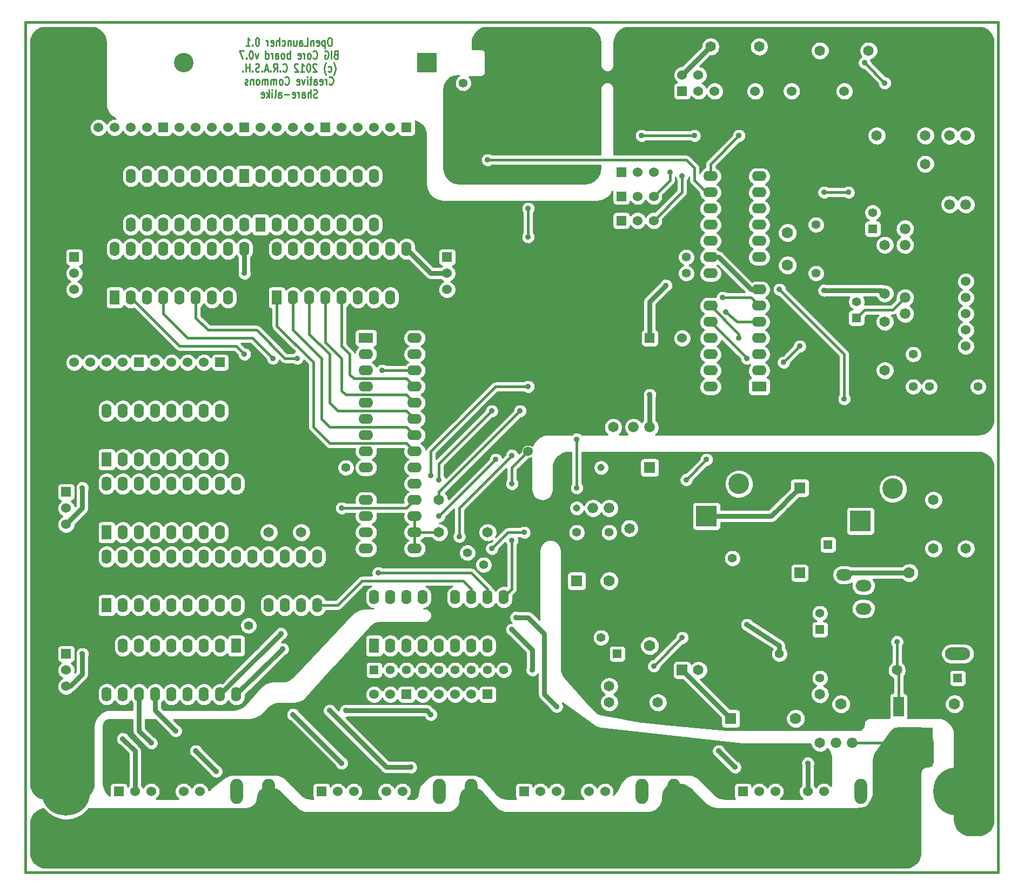
<source format=gbl>
G04 (created by PCBNEW-RS274X (2011-05-25)-stable) date Tue 07 Aug 2012 06:20:31 PM MDT*
G01*
G70*
G90*
%MOIN*%
G04 Gerber Fmt 3.4, Leading zero omitted, Abs format*
%FSLAX34Y34*%
G04 APERTURE LIST*
%ADD10C,0.006000*%
%ADD11C,0.010000*%
%ADD12C,0.015000*%
%ADD13C,0.060000*%
%ADD14R,0.120000X0.120000*%
%ADD15C,0.120000*%
%ADD16R,0.060000X0.060000*%
%ADD17C,0.066000*%
%ADD18O,0.090000X0.062000*%
%ADD19R,0.090000X0.062000*%
%ADD20O,0.062000X0.090000*%
%ADD21R,0.062000X0.090000*%
%ADD22C,0.070000*%
%ADD23R,0.070000X0.070000*%
%ADD24R,0.055000X0.055000*%
%ADD25C,0.055000*%
%ADD26O,0.156000X0.078000*%
%ADD27R,0.065000X0.065000*%
%ADD28C,0.065000*%
%ADD29O,0.078000X0.156000*%
%ADD30O,0.098400X0.070900*%
%ADD31C,0.300000*%
%ADD32R,0.065000X0.120000*%
%ADD33R,0.240000X0.240000*%
%ADD34R,0.127600X0.127600*%
%ADD35C,0.127600*%
%ADD36C,0.045000*%
%ADD37C,0.035000*%
%ADD38C,0.015800*%
%ADD39C,0.030000*%
G04 APERTURE END LIST*
G54D10*
G54D11*
X47053Y-13202D02*
X46976Y-13202D01*
X46938Y-13226D01*
X46900Y-13274D01*
X46881Y-13369D01*
X46881Y-13536D01*
X46900Y-13631D01*
X46938Y-13679D01*
X46976Y-13702D01*
X47053Y-13702D01*
X47091Y-13679D01*
X47129Y-13631D01*
X47148Y-13536D01*
X47148Y-13369D01*
X47129Y-13274D01*
X47091Y-13226D01*
X47053Y-13202D01*
X46710Y-13369D02*
X46710Y-13869D01*
X46710Y-13393D02*
X46672Y-13369D01*
X46595Y-13369D01*
X46557Y-13393D01*
X46538Y-13417D01*
X46519Y-13464D01*
X46519Y-13607D01*
X46538Y-13655D01*
X46557Y-13679D01*
X46595Y-13702D01*
X46672Y-13702D01*
X46710Y-13679D01*
X46195Y-13679D02*
X46233Y-13702D01*
X46310Y-13702D01*
X46348Y-13679D01*
X46367Y-13631D01*
X46367Y-13440D01*
X46348Y-13393D01*
X46310Y-13369D01*
X46233Y-13369D01*
X46195Y-13393D01*
X46176Y-13440D01*
X46176Y-13488D01*
X46367Y-13536D01*
X46005Y-13369D02*
X46005Y-13702D01*
X46005Y-13417D02*
X45986Y-13393D01*
X45948Y-13369D01*
X45890Y-13369D01*
X45852Y-13393D01*
X45833Y-13440D01*
X45833Y-13702D01*
X45452Y-13702D02*
X45643Y-13702D01*
X45643Y-13202D01*
X45147Y-13702D02*
X45147Y-13440D01*
X45166Y-13393D01*
X45204Y-13369D01*
X45281Y-13369D01*
X45319Y-13393D01*
X45147Y-13679D02*
X45185Y-13702D01*
X45281Y-13702D01*
X45319Y-13679D01*
X45338Y-13631D01*
X45338Y-13583D01*
X45319Y-13536D01*
X45281Y-13512D01*
X45185Y-13512D01*
X45147Y-13488D01*
X44785Y-13369D02*
X44785Y-13702D01*
X44957Y-13369D02*
X44957Y-13631D01*
X44938Y-13679D01*
X44900Y-13702D01*
X44842Y-13702D01*
X44804Y-13679D01*
X44785Y-13655D01*
X44595Y-13369D02*
X44595Y-13702D01*
X44595Y-13417D02*
X44576Y-13393D01*
X44538Y-13369D01*
X44480Y-13369D01*
X44442Y-13393D01*
X44423Y-13440D01*
X44423Y-13702D01*
X44061Y-13679D02*
X44099Y-13702D01*
X44176Y-13702D01*
X44214Y-13679D01*
X44233Y-13655D01*
X44252Y-13607D01*
X44252Y-13464D01*
X44233Y-13417D01*
X44214Y-13393D01*
X44176Y-13369D01*
X44099Y-13369D01*
X44061Y-13393D01*
X43890Y-13702D02*
X43890Y-13202D01*
X43718Y-13702D02*
X43718Y-13440D01*
X43737Y-13393D01*
X43775Y-13369D01*
X43833Y-13369D01*
X43871Y-13393D01*
X43890Y-13417D01*
X43375Y-13679D02*
X43413Y-13702D01*
X43490Y-13702D01*
X43528Y-13679D01*
X43547Y-13631D01*
X43547Y-13440D01*
X43528Y-13393D01*
X43490Y-13369D01*
X43413Y-13369D01*
X43375Y-13393D01*
X43356Y-13440D01*
X43356Y-13488D01*
X43547Y-13536D01*
X43185Y-13702D02*
X43185Y-13369D01*
X43185Y-13464D02*
X43166Y-13417D01*
X43147Y-13393D01*
X43109Y-13369D01*
X43070Y-13369D01*
X42556Y-13202D02*
X42517Y-13202D01*
X42479Y-13226D01*
X42460Y-13250D01*
X42441Y-13298D01*
X42422Y-13393D01*
X42422Y-13512D01*
X42441Y-13607D01*
X42460Y-13655D01*
X42479Y-13679D01*
X42517Y-13702D01*
X42556Y-13702D01*
X42594Y-13679D01*
X42613Y-13655D01*
X42632Y-13607D01*
X42651Y-13512D01*
X42651Y-13393D01*
X42632Y-13298D01*
X42613Y-13250D01*
X42594Y-13226D01*
X42556Y-13202D01*
X42251Y-13655D02*
X42232Y-13679D01*
X42251Y-13702D01*
X42270Y-13679D01*
X42251Y-13655D01*
X42251Y-13702D01*
X41851Y-13702D02*
X42080Y-13702D01*
X41966Y-13702D02*
X41966Y-13202D01*
X42004Y-13274D01*
X42042Y-13321D01*
X42080Y-13345D01*
X47376Y-14240D02*
X47319Y-14264D01*
X47300Y-14288D01*
X47281Y-14336D01*
X47281Y-14407D01*
X47300Y-14455D01*
X47319Y-14479D01*
X47357Y-14502D01*
X47510Y-14502D01*
X47510Y-14002D01*
X47376Y-14002D01*
X47338Y-14026D01*
X47319Y-14050D01*
X47300Y-14098D01*
X47300Y-14145D01*
X47319Y-14193D01*
X47338Y-14217D01*
X47376Y-14240D01*
X47510Y-14240D01*
X47110Y-14502D02*
X47110Y-14002D01*
X46710Y-14026D02*
X46748Y-14002D01*
X46805Y-14002D01*
X46863Y-14026D01*
X46901Y-14074D01*
X46920Y-14121D01*
X46939Y-14217D01*
X46939Y-14288D01*
X46920Y-14383D01*
X46901Y-14431D01*
X46863Y-14479D01*
X46805Y-14502D01*
X46767Y-14502D01*
X46710Y-14479D01*
X46691Y-14455D01*
X46691Y-14288D01*
X46767Y-14288D01*
X45986Y-14455D02*
X46005Y-14479D01*
X46062Y-14502D01*
X46100Y-14502D01*
X46158Y-14479D01*
X46196Y-14431D01*
X46215Y-14383D01*
X46234Y-14288D01*
X46234Y-14217D01*
X46215Y-14121D01*
X46196Y-14074D01*
X46158Y-14026D01*
X46100Y-14002D01*
X46062Y-14002D01*
X46005Y-14026D01*
X45986Y-14050D01*
X45758Y-14502D02*
X45796Y-14479D01*
X45815Y-14455D01*
X45834Y-14407D01*
X45834Y-14264D01*
X45815Y-14217D01*
X45796Y-14193D01*
X45758Y-14169D01*
X45700Y-14169D01*
X45662Y-14193D01*
X45643Y-14217D01*
X45624Y-14264D01*
X45624Y-14407D01*
X45643Y-14455D01*
X45662Y-14479D01*
X45700Y-14502D01*
X45758Y-14502D01*
X45453Y-14502D02*
X45453Y-14169D01*
X45453Y-14264D02*
X45434Y-14217D01*
X45415Y-14193D01*
X45377Y-14169D01*
X45338Y-14169D01*
X45052Y-14479D02*
X45090Y-14502D01*
X45167Y-14502D01*
X45205Y-14479D01*
X45224Y-14431D01*
X45224Y-14240D01*
X45205Y-14193D01*
X45167Y-14169D01*
X45090Y-14169D01*
X45052Y-14193D01*
X45033Y-14240D01*
X45033Y-14288D01*
X45224Y-14336D01*
X44557Y-14502D02*
X44557Y-14002D01*
X44557Y-14193D02*
X44519Y-14169D01*
X44442Y-14169D01*
X44404Y-14193D01*
X44385Y-14217D01*
X44366Y-14264D01*
X44366Y-14407D01*
X44385Y-14455D01*
X44404Y-14479D01*
X44442Y-14502D01*
X44519Y-14502D01*
X44557Y-14479D01*
X44138Y-14502D02*
X44176Y-14479D01*
X44195Y-14455D01*
X44214Y-14407D01*
X44214Y-14264D01*
X44195Y-14217D01*
X44176Y-14193D01*
X44138Y-14169D01*
X44080Y-14169D01*
X44042Y-14193D01*
X44023Y-14217D01*
X44004Y-14264D01*
X44004Y-14407D01*
X44023Y-14455D01*
X44042Y-14479D01*
X44080Y-14502D01*
X44138Y-14502D01*
X43661Y-14502D02*
X43661Y-14240D01*
X43680Y-14193D01*
X43718Y-14169D01*
X43795Y-14169D01*
X43833Y-14193D01*
X43661Y-14479D02*
X43699Y-14502D01*
X43795Y-14502D01*
X43833Y-14479D01*
X43852Y-14431D01*
X43852Y-14383D01*
X43833Y-14336D01*
X43795Y-14312D01*
X43699Y-14312D01*
X43661Y-14288D01*
X43471Y-14502D02*
X43471Y-14169D01*
X43471Y-14264D02*
X43452Y-14217D01*
X43433Y-14193D01*
X43395Y-14169D01*
X43356Y-14169D01*
X43051Y-14502D02*
X43051Y-14002D01*
X43051Y-14479D02*
X43089Y-14502D01*
X43166Y-14502D01*
X43204Y-14479D01*
X43223Y-14455D01*
X43242Y-14407D01*
X43242Y-14264D01*
X43223Y-14217D01*
X43204Y-14193D01*
X43166Y-14169D01*
X43089Y-14169D01*
X43051Y-14193D01*
X42594Y-14169D02*
X42499Y-14502D01*
X42403Y-14169D01*
X42175Y-14002D02*
X42136Y-14002D01*
X42098Y-14026D01*
X42079Y-14050D01*
X42060Y-14098D01*
X42041Y-14193D01*
X42041Y-14312D01*
X42060Y-14407D01*
X42079Y-14455D01*
X42098Y-14479D01*
X42136Y-14502D01*
X42175Y-14502D01*
X42213Y-14479D01*
X42232Y-14455D01*
X42251Y-14407D01*
X42270Y-14312D01*
X42270Y-14193D01*
X42251Y-14098D01*
X42232Y-14050D01*
X42213Y-14026D01*
X42175Y-14002D01*
X41870Y-14455D02*
X41851Y-14479D01*
X41870Y-14502D01*
X41889Y-14479D01*
X41870Y-14455D01*
X41870Y-14502D01*
X41718Y-14002D02*
X41451Y-14002D01*
X41623Y-14502D01*
X47242Y-15493D02*
X47262Y-15469D01*
X47300Y-15398D01*
X47319Y-15350D01*
X47338Y-15279D01*
X47357Y-15160D01*
X47357Y-15064D01*
X47338Y-14945D01*
X47319Y-14874D01*
X47300Y-14826D01*
X47262Y-14755D01*
X47242Y-14731D01*
X46918Y-15279D02*
X46956Y-15302D01*
X47033Y-15302D01*
X47071Y-15279D01*
X47090Y-15255D01*
X47109Y-15207D01*
X47109Y-15064D01*
X47090Y-15017D01*
X47071Y-14993D01*
X47033Y-14969D01*
X46956Y-14969D01*
X46918Y-14993D01*
X46785Y-15493D02*
X46766Y-15469D01*
X46728Y-15398D01*
X46709Y-15350D01*
X46690Y-15279D01*
X46671Y-15160D01*
X46671Y-15064D01*
X46690Y-14945D01*
X46709Y-14874D01*
X46728Y-14826D01*
X46766Y-14755D01*
X46785Y-14731D01*
X46194Y-14850D02*
X46175Y-14826D01*
X46137Y-14802D01*
X46041Y-14802D01*
X46003Y-14826D01*
X45984Y-14850D01*
X45965Y-14898D01*
X45965Y-14945D01*
X45984Y-15017D01*
X46213Y-15302D01*
X45965Y-15302D01*
X45718Y-14802D02*
X45679Y-14802D01*
X45641Y-14826D01*
X45622Y-14850D01*
X45603Y-14898D01*
X45584Y-14993D01*
X45584Y-15112D01*
X45603Y-15207D01*
X45622Y-15255D01*
X45641Y-15279D01*
X45679Y-15302D01*
X45718Y-15302D01*
X45756Y-15279D01*
X45775Y-15255D01*
X45794Y-15207D01*
X45813Y-15112D01*
X45813Y-14993D01*
X45794Y-14898D01*
X45775Y-14850D01*
X45756Y-14826D01*
X45718Y-14802D01*
X45203Y-15302D02*
X45432Y-15302D01*
X45318Y-15302D02*
X45318Y-14802D01*
X45356Y-14874D01*
X45394Y-14921D01*
X45432Y-14945D01*
X45051Y-14850D02*
X45032Y-14826D01*
X44994Y-14802D01*
X44898Y-14802D01*
X44860Y-14826D01*
X44841Y-14850D01*
X44822Y-14898D01*
X44822Y-14945D01*
X44841Y-15017D01*
X45070Y-15302D01*
X44822Y-15302D01*
X44117Y-15255D02*
X44136Y-15279D01*
X44193Y-15302D01*
X44231Y-15302D01*
X44289Y-15279D01*
X44327Y-15231D01*
X44346Y-15183D01*
X44365Y-15088D01*
X44365Y-15017D01*
X44346Y-14921D01*
X44327Y-14874D01*
X44289Y-14826D01*
X44231Y-14802D01*
X44193Y-14802D01*
X44136Y-14826D01*
X44117Y-14850D01*
X43946Y-15255D02*
X43927Y-15279D01*
X43946Y-15302D01*
X43965Y-15279D01*
X43946Y-15255D01*
X43946Y-15302D01*
X43527Y-15302D02*
X43661Y-15064D01*
X43756Y-15302D02*
X43756Y-14802D01*
X43603Y-14802D01*
X43565Y-14826D01*
X43546Y-14850D01*
X43527Y-14898D01*
X43527Y-14969D01*
X43546Y-15017D01*
X43565Y-15040D01*
X43603Y-15064D01*
X43756Y-15064D01*
X43356Y-15255D02*
X43337Y-15279D01*
X43356Y-15302D01*
X43375Y-15279D01*
X43356Y-15255D01*
X43356Y-15302D01*
X43185Y-15160D02*
X42994Y-15160D01*
X43223Y-15302D02*
X43090Y-14802D01*
X42956Y-15302D01*
X42823Y-15255D02*
X42804Y-15279D01*
X42823Y-15302D01*
X42842Y-15279D01*
X42823Y-15255D01*
X42823Y-15302D01*
X42652Y-15279D02*
X42595Y-15302D01*
X42499Y-15302D01*
X42461Y-15279D01*
X42442Y-15255D01*
X42423Y-15207D01*
X42423Y-15160D01*
X42442Y-15112D01*
X42461Y-15088D01*
X42499Y-15064D01*
X42576Y-15040D01*
X42614Y-15017D01*
X42633Y-14993D01*
X42652Y-14945D01*
X42652Y-14898D01*
X42633Y-14850D01*
X42614Y-14826D01*
X42576Y-14802D01*
X42480Y-14802D01*
X42423Y-14826D01*
X42252Y-15255D02*
X42233Y-15279D01*
X42252Y-15302D01*
X42271Y-15279D01*
X42252Y-15255D01*
X42252Y-15302D01*
X42062Y-15302D02*
X42062Y-14802D01*
X42062Y-15040D02*
X41833Y-15040D01*
X41833Y-15302D02*
X41833Y-14802D01*
X41643Y-15255D02*
X41624Y-15279D01*
X41643Y-15302D01*
X41662Y-15279D01*
X41643Y-15255D01*
X41643Y-15302D01*
X46976Y-16055D02*
X46995Y-16079D01*
X47052Y-16102D01*
X47090Y-16102D01*
X47148Y-16079D01*
X47186Y-16031D01*
X47205Y-15983D01*
X47224Y-15888D01*
X47224Y-15817D01*
X47205Y-15721D01*
X47186Y-15674D01*
X47148Y-15626D01*
X47090Y-15602D01*
X47052Y-15602D01*
X46995Y-15626D01*
X46976Y-15650D01*
X46805Y-16102D02*
X46805Y-15769D01*
X46805Y-15864D02*
X46786Y-15817D01*
X46767Y-15793D01*
X46729Y-15769D01*
X46690Y-15769D01*
X46404Y-16079D02*
X46442Y-16102D01*
X46519Y-16102D01*
X46557Y-16079D01*
X46576Y-16031D01*
X46576Y-15840D01*
X46557Y-15793D01*
X46519Y-15769D01*
X46442Y-15769D01*
X46404Y-15793D01*
X46385Y-15840D01*
X46385Y-15888D01*
X46576Y-15936D01*
X46042Y-16102D02*
X46042Y-15840D01*
X46061Y-15793D01*
X46099Y-15769D01*
X46176Y-15769D01*
X46214Y-15793D01*
X46042Y-16079D02*
X46080Y-16102D01*
X46176Y-16102D01*
X46214Y-16079D01*
X46233Y-16031D01*
X46233Y-15983D01*
X46214Y-15936D01*
X46176Y-15912D01*
X46080Y-15912D01*
X46042Y-15888D01*
X45909Y-15769D02*
X45757Y-15769D01*
X45852Y-15602D02*
X45852Y-16031D01*
X45833Y-16079D01*
X45795Y-16102D01*
X45757Y-16102D01*
X45623Y-16102D02*
X45623Y-15769D01*
X45623Y-15602D02*
X45642Y-15626D01*
X45623Y-15650D01*
X45604Y-15626D01*
X45623Y-15602D01*
X45623Y-15650D01*
X45471Y-15769D02*
X45376Y-16102D01*
X45280Y-15769D01*
X44975Y-16079D02*
X45013Y-16102D01*
X45090Y-16102D01*
X45128Y-16079D01*
X45147Y-16031D01*
X45147Y-15840D01*
X45128Y-15793D01*
X45090Y-15769D01*
X45013Y-15769D01*
X44975Y-15793D01*
X44956Y-15840D01*
X44956Y-15888D01*
X45147Y-15936D01*
X44251Y-16055D02*
X44270Y-16079D01*
X44327Y-16102D01*
X44365Y-16102D01*
X44423Y-16079D01*
X44461Y-16031D01*
X44480Y-15983D01*
X44499Y-15888D01*
X44499Y-15817D01*
X44480Y-15721D01*
X44461Y-15674D01*
X44423Y-15626D01*
X44365Y-15602D01*
X44327Y-15602D01*
X44270Y-15626D01*
X44251Y-15650D01*
X44023Y-16102D02*
X44061Y-16079D01*
X44080Y-16055D01*
X44099Y-16007D01*
X44099Y-15864D01*
X44080Y-15817D01*
X44061Y-15793D01*
X44023Y-15769D01*
X43965Y-15769D01*
X43927Y-15793D01*
X43908Y-15817D01*
X43889Y-15864D01*
X43889Y-16007D01*
X43908Y-16055D01*
X43927Y-16079D01*
X43965Y-16102D01*
X44023Y-16102D01*
X43718Y-16102D02*
X43718Y-15769D01*
X43718Y-15817D02*
X43699Y-15793D01*
X43661Y-15769D01*
X43603Y-15769D01*
X43565Y-15793D01*
X43546Y-15840D01*
X43546Y-16102D01*
X43546Y-15840D02*
X43527Y-15793D01*
X43489Y-15769D01*
X43432Y-15769D01*
X43394Y-15793D01*
X43375Y-15840D01*
X43375Y-16102D01*
X43185Y-16102D02*
X43185Y-15769D01*
X43185Y-15817D02*
X43166Y-15793D01*
X43128Y-15769D01*
X43070Y-15769D01*
X43032Y-15793D01*
X43013Y-15840D01*
X43013Y-16102D01*
X43013Y-15840D02*
X42994Y-15793D01*
X42956Y-15769D01*
X42899Y-15769D01*
X42861Y-15793D01*
X42842Y-15840D01*
X42842Y-16102D01*
X42595Y-16102D02*
X42633Y-16079D01*
X42652Y-16055D01*
X42671Y-16007D01*
X42671Y-15864D01*
X42652Y-15817D01*
X42633Y-15793D01*
X42595Y-15769D01*
X42537Y-15769D01*
X42499Y-15793D01*
X42480Y-15817D01*
X42461Y-15864D01*
X42461Y-16007D01*
X42480Y-16055D01*
X42499Y-16079D01*
X42537Y-16102D01*
X42595Y-16102D01*
X42290Y-15769D02*
X42290Y-16102D01*
X42290Y-15817D02*
X42271Y-15793D01*
X42233Y-15769D01*
X42175Y-15769D01*
X42137Y-15793D01*
X42118Y-15840D01*
X42118Y-16102D01*
X41947Y-16079D02*
X41909Y-16102D01*
X41833Y-16102D01*
X41794Y-16079D01*
X41775Y-16031D01*
X41775Y-16007D01*
X41794Y-15960D01*
X41833Y-15936D01*
X41890Y-15936D01*
X41928Y-15912D01*
X41947Y-15864D01*
X41947Y-15840D01*
X41928Y-15793D01*
X41890Y-15769D01*
X41833Y-15769D01*
X41794Y-15793D01*
X46234Y-16879D02*
X46177Y-16902D01*
X46081Y-16902D01*
X46043Y-16879D01*
X46024Y-16855D01*
X46005Y-16807D01*
X46005Y-16760D01*
X46024Y-16712D01*
X46043Y-16688D01*
X46081Y-16664D01*
X46158Y-16640D01*
X46196Y-16617D01*
X46215Y-16593D01*
X46234Y-16545D01*
X46234Y-16498D01*
X46215Y-16450D01*
X46196Y-16426D01*
X46158Y-16402D01*
X46062Y-16402D01*
X46005Y-16426D01*
X45834Y-16902D02*
X45834Y-16402D01*
X45662Y-16902D02*
X45662Y-16640D01*
X45681Y-16593D01*
X45719Y-16569D01*
X45777Y-16569D01*
X45815Y-16593D01*
X45834Y-16617D01*
X45300Y-16902D02*
X45300Y-16640D01*
X45319Y-16593D01*
X45357Y-16569D01*
X45434Y-16569D01*
X45472Y-16593D01*
X45300Y-16879D02*
X45338Y-16902D01*
X45434Y-16902D01*
X45472Y-16879D01*
X45491Y-16831D01*
X45491Y-16783D01*
X45472Y-16736D01*
X45434Y-16712D01*
X45338Y-16712D01*
X45300Y-16688D01*
X45110Y-16902D02*
X45110Y-16569D01*
X45110Y-16664D02*
X45091Y-16617D01*
X45072Y-16593D01*
X45034Y-16569D01*
X44995Y-16569D01*
X44709Y-16879D02*
X44747Y-16902D01*
X44824Y-16902D01*
X44862Y-16879D01*
X44881Y-16831D01*
X44881Y-16640D01*
X44862Y-16593D01*
X44824Y-16569D01*
X44747Y-16569D01*
X44709Y-16593D01*
X44690Y-16640D01*
X44690Y-16688D01*
X44881Y-16736D01*
X44519Y-16712D02*
X44214Y-16712D01*
X43852Y-16902D02*
X43852Y-16640D01*
X43871Y-16593D01*
X43909Y-16569D01*
X43986Y-16569D01*
X44024Y-16593D01*
X43852Y-16879D02*
X43890Y-16902D01*
X43986Y-16902D01*
X44024Y-16879D01*
X44043Y-16831D01*
X44043Y-16783D01*
X44024Y-16736D01*
X43986Y-16712D01*
X43890Y-16712D01*
X43852Y-16688D01*
X43605Y-16902D02*
X43643Y-16879D01*
X43662Y-16831D01*
X43662Y-16402D01*
X43452Y-16902D02*
X43452Y-16569D01*
X43452Y-16402D02*
X43471Y-16426D01*
X43452Y-16450D01*
X43433Y-16426D01*
X43452Y-16402D01*
X43452Y-16450D01*
X43262Y-16902D02*
X43262Y-16402D01*
X43224Y-16712D02*
X43109Y-16902D01*
X43109Y-16569D02*
X43262Y-16760D01*
X42785Y-16879D02*
X42823Y-16902D01*
X42900Y-16902D01*
X42938Y-16879D01*
X42957Y-16831D01*
X42957Y-16640D01*
X42938Y-16593D01*
X42900Y-16569D01*
X42823Y-16569D01*
X42785Y-16593D01*
X42766Y-16640D01*
X42766Y-16688D01*
X42957Y-16736D01*
G54D12*
X28250Y-64750D02*
X28250Y-62500D01*
X88250Y-64750D02*
X88250Y-62500D01*
X88250Y-61250D02*
X88250Y-62500D01*
X28250Y-62500D02*
X28250Y-60750D01*
X28250Y-12250D02*
X28250Y-62250D01*
X88250Y-12250D02*
X28250Y-12250D01*
X88250Y-62250D02*
X88250Y-12250D01*
X28250Y-64750D02*
X88250Y-64750D01*
G54D13*
X59250Y-38750D03*
G54D14*
X53000Y-14750D03*
G54D15*
X38000Y-14750D03*
G54D16*
X65000Y-23000D03*
G54D13*
X66000Y-23000D03*
X67000Y-23000D03*
G54D16*
X65000Y-24500D03*
G54D13*
X66000Y-24500D03*
X67000Y-24500D03*
G54D16*
X65000Y-21500D03*
G54D13*
X66000Y-21500D03*
X67000Y-21500D03*
G54D16*
X34000Y-59750D03*
G54D13*
X35000Y-59750D03*
X36000Y-59750D03*
X37000Y-59750D03*
X38000Y-59750D03*
X39000Y-59750D03*
G54D16*
X46500Y-59750D03*
G54D13*
X47500Y-59750D03*
X48500Y-59750D03*
X49500Y-59750D03*
X50500Y-59750D03*
X51500Y-59750D03*
G54D17*
X85250Y-19250D03*
X86250Y-19250D03*
X86250Y-23500D03*
X85250Y-23500D03*
G54D18*
X49250Y-32750D03*
X49250Y-33750D03*
X49250Y-34750D03*
X49250Y-35750D03*
X49250Y-36750D03*
X49250Y-37750D03*
X49250Y-38750D03*
X49250Y-39750D03*
X49250Y-40750D03*
X49250Y-41750D03*
X49250Y-42750D03*
X49250Y-43750D03*
X49250Y-44750D03*
G54D19*
X49250Y-31750D03*
G54D18*
X52250Y-44750D03*
X52250Y-43750D03*
X52250Y-42750D03*
X52250Y-41750D03*
X52250Y-40750D03*
X52250Y-39750D03*
X52250Y-38750D03*
X52250Y-37750D03*
X52250Y-36750D03*
X52250Y-35750D03*
X52250Y-34750D03*
X52250Y-33750D03*
X52250Y-32750D03*
X52250Y-31750D03*
G54D20*
X34250Y-48250D03*
X35250Y-48250D03*
X36250Y-48250D03*
X37250Y-48250D03*
X38250Y-48250D03*
X39250Y-48250D03*
X40250Y-48250D03*
X41250Y-48250D03*
X42250Y-48250D03*
X43250Y-48250D03*
X44250Y-48250D03*
X45250Y-48250D03*
X46250Y-48250D03*
G54D21*
X33250Y-48250D03*
G54D20*
X46250Y-45250D03*
X45250Y-45250D03*
X44250Y-45250D03*
X43250Y-45250D03*
X42250Y-45250D03*
X41250Y-45250D03*
X40250Y-45250D03*
X39250Y-45250D03*
X38250Y-45250D03*
X37250Y-45250D03*
X36250Y-45250D03*
X35250Y-45250D03*
X34250Y-45250D03*
X33250Y-45250D03*
G54D21*
X49750Y-50750D03*
G54D20*
X50750Y-50750D03*
X51750Y-50750D03*
X52750Y-50750D03*
X53750Y-50750D03*
X54750Y-50750D03*
X55750Y-50750D03*
X56750Y-50750D03*
X57750Y-50750D03*
X57750Y-47750D03*
X56750Y-47750D03*
X55750Y-47750D03*
X54750Y-47750D03*
X53750Y-47750D03*
X52750Y-47750D03*
X51750Y-47750D03*
X50750Y-47750D03*
X49750Y-47750D03*
G54D22*
X82750Y-46250D03*
G54D23*
X86750Y-46250D03*
G54D24*
X85750Y-52750D03*
G54D25*
X82750Y-52750D03*
X69000Y-26750D03*
X67000Y-26750D03*
X74750Y-51250D03*
X72750Y-51250D03*
X55250Y-18000D03*
X55250Y-16000D03*
X77000Y-26750D03*
X77000Y-27750D03*
X69850Y-45350D03*
X71850Y-45350D03*
X77000Y-25750D03*
X77000Y-24750D03*
G54D16*
X59000Y-59750D03*
G54D13*
X60000Y-59750D03*
X61000Y-59750D03*
X62000Y-59750D03*
X63000Y-59750D03*
X64000Y-59750D03*
G54D23*
X66750Y-39750D03*
G54D22*
X66750Y-41750D03*
G54D25*
X83000Y-34750D03*
X83000Y-32750D03*
G54D22*
X66750Y-50750D03*
G54D23*
X66750Y-45750D03*
G54D22*
X75750Y-55250D03*
G54D23*
X71750Y-55250D03*
G54D24*
X77250Y-49750D03*
G54D25*
X77250Y-52750D03*
G54D24*
X77750Y-44500D03*
G54D25*
X74750Y-44500D03*
G54D16*
X72500Y-59750D03*
G54D13*
X73500Y-59750D03*
X74500Y-59750D03*
X75500Y-59750D03*
X76500Y-59750D03*
X77500Y-59750D03*
G54D18*
X73500Y-33750D03*
X73500Y-32750D03*
X73500Y-31750D03*
X73500Y-30750D03*
X73500Y-29750D03*
X73500Y-28750D03*
X73500Y-27750D03*
X73500Y-26750D03*
X73500Y-25750D03*
X73500Y-24750D03*
X73500Y-23750D03*
X73500Y-22750D03*
X73500Y-21750D03*
G54D19*
X73500Y-34750D03*
G54D18*
X70500Y-21750D03*
X70500Y-22750D03*
X70500Y-23750D03*
X70500Y-24750D03*
X70500Y-25750D03*
X70500Y-26750D03*
X70500Y-27750D03*
X70500Y-28750D03*
X70500Y-29750D03*
X70500Y-30750D03*
X70500Y-31750D03*
X70500Y-32750D03*
X70500Y-33750D03*
X70500Y-34750D03*
G54D16*
X68750Y-16500D03*
G54D13*
X68750Y-15500D03*
X69750Y-16500D03*
X69750Y-15500D03*
X70750Y-16500D03*
X70750Y-15500D03*
G54D25*
X87000Y-34750D03*
X87000Y-36750D03*
X84000Y-34750D03*
X84000Y-36750D03*
G54D26*
X85750Y-51240D03*
X85750Y-49270D03*
G54D27*
X68750Y-52250D03*
G54D28*
X69750Y-52250D03*
G54D23*
X62250Y-46750D03*
G54D22*
X64250Y-46750D03*
G54D25*
X64250Y-43750D03*
X62250Y-43750D03*
G54D23*
X76000Y-41000D03*
G54D22*
X76000Y-43000D03*
G54D27*
X76000Y-46250D03*
G54D28*
X76000Y-47250D03*
G54D25*
X75250Y-48750D03*
X77250Y-48750D03*
X67000Y-27750D03*
X69000Y-27750D03*
G54D28*
X67250Y-54250D03*
X64250Y-54250D03*
X64250Y-53250D03*
X67250Y-53250D03*
X86250Y-41750D03*
X86250Y-44750D03*
X84250Y-44750D03*
X84250Y-41750D03*
X45250Y-43750D03*
X45250Y-40750D03*
X70500Y-13750D03*
X73500Y-13750D03*
G54D24*
X64750Y-51250D03*
G54D25*
X63750Y-51250D03*
X63750Y-50250D03*
G54D22*
X75250Y-25250D03*
X75250Y-27250D03*
G54D21*
X43750Y-29250D03*
G54D20*
X44750Y-29250D03*
X45750Y-29250D03*
X46750Y-29250D03*
X47750Y-29250D03*
X48750Y-29250D03*
X49750Y-29250D03*
X50750Y-29250D03*
X51750Y-29250D03*
X51750Y-26250D03*
X50750Y-26250D03*
X49750Y-26250D03*
X48750Y-26250D03*
X47750Y-26250D03*
X46750Y-26250D03*
X45750Y-26250D03*
X44750Y-26250D03*
X43750Y-26250D03*
G54D21*
X33750Y-29250D03*
G54D20*
X34750Y-29250D03*
X35750Y-29250D03*
X36750Y-29250D03*
X37750Y-29250D03*
X38750Y-29250D03*
X39750Y-29250D03*
X40750Y-29250D03*
X41750Y-29250D03*
X41750Y-26250D03*
X40750Y-26250D03*
X39750Y-26250D03*
X38750Y-26250D03*
X37750Y-26250D03*
X36750Y-26250D03*
X35750Y-26250D03*
X34750Y-26250D03*
X33750Y-26250D03*
G54D21*
X33250Y-43750D03*
G54D20*
X34250Y-43750D03*
X35250Y-43750D03*
X36250Y-43750D03*
X37250Y-43750D03*
X38250Y-43750D03*
X39250Y-43750D03*
X40250Y-43750D03*
X41250Y-43750D03*
X41250Y-40750D03*
X40250Y-40750D03*
X39250Y-40750D03*
X38250Y-40750D03*
X37250Y-40750D03*
X36250Y-40750D03*
X35250Y-40750D03*
X34250Y-40750D03*
X33250Y-40750D03*
G54D21*
X41250Y-50750D03*
G54D20*
X40250Y-50750D03*
X39250Y-50750D03*
X38250Y-50750D03*
X37250Y-50750D03*
X36250Y-50750D03*
X35250Y-50750D03*
X34250Y-50750D03*
X33250Y-50750D03*
X33250Y-53750D03*
X34250Y-53750D03*
X35250Y-53750D03*
X36250Y-53750D03*
X37250Y-53750D03*
X38250Y-53750D03*
X39250Y-53750D03*
X40250Y-53750D03*
X41250Y-53750D03*
G54D28*
X83750Y-21000D03*
X80750Y-21000D03*
X83750Y-19250D03*
X80750Y-19250D03*
X53750Y-43750D03*
X56750Y-43750D03*
G54D29*
X41270Y-59750D03*
X43240Y-59750D03*
X79760Y-59750D03*
X81730Y-59750D03*
X53760Y-59750D03*
X55730Y-59750D03*
X66260Y-59750D03*
X68230Y-59750D03*
G54D21*
X41750Y-21750D03*
G54D20*
X40750Y-21750D03*
X39750Y-21750D03*
X38750Y-21750D03*
X37750Y-21750D03*
X36750Y-21750D03*
X35750Y-21750D03*
X34750Y-21750D03*
X34750Y-24750D03*
X35750Y-24750D03*
X36750Y-24750D03*
X37750Y-24750D03*
X38750Y-24750D03*
X39750Y-24750D03*
X40750Y-24750D03*
X41750Y-24750D03*
G54D21*
X42750Y-24750D03*
G54D20*
X43750Y-24750D03*
X44750Y-24750D03*
X45750Y-24750D03*
X46750Y-24750D03*
X47750Y-24750D03*
X48750Y-24750D03*
X49750Y-24750D03*
X49750Y-21750D03*
X48750Y-21750D03*
X47750Y-21750D03*
X46750Y-21750D03*
X45750Y-21750D03*
X44750Y-21750D03*
X43750Y-21750D03*
X42750Y-21750D03*
G54D16*
X86250Y-33250D03*
G54D13*
X86250Y-32250D03*
X86250Y-31250D03*
X86250Y-30250D03*
X86250Y-29250D03*
X86250Y-28250D03*
G54D30*
X78754Y-47750D03*
X78754Y-46372D03*
X78754Y-49128D03*
X79935Y-48459D03*
X79935Y-47041D03*
G54D31*
X30750Y-14750D03*
X85750Y-14750D03*
X30750Y-59750D03*
X85750Y-59750D03*
G54D24*
X49750Y-52250D03*
G54D25*
X50750Y-52250D03*
X51750Y-52250D03*
X52750Y-52250D03*
X53750Y-52250D03*
X54750Y-52250D03*
X55750Y-52250D03*
X56750Y-52250D03*
X57750Y-52250D03*
G54D28*
X81250Y-29000D03*
X81250Y-26000D03*
X81250Y-30750D03*
X81250Y-33750D03*
X53750Y-41750D03*
X56750Y-41750D03*
X43250Y-43750D03*
X43250Y-40750D03*
G54D16*
X51750Y-53750D03*
G54D13*
X50750Y-53750D03*
X49750Y-53750D03*
G54D16*
X54250Y-26750D03*
G54D13*
X54250Y-27750D03*
X54250Y-28750D03*
G54D16*
X31250Y-26750D03*
G54D13*
X31250Y-27750D03*
X31250Y-28750D03*
G54D16*
X30750Y-41250D03*
G54D13*
X30750Y-42250D03*
X30750Y-43250D03*
G54D16*
X30750Y-51250D03*
G54D13*
X30750Y-52250D03*
X30750Y-53250D03*
G54D17*
X82500Y-30250D03*
X82500Y-29250D03*
X82500Y-26000D03*
X82500Y-25000D03*
G54D21*
X33250Y-39250D03*
G54D20*
X34250Y-39250D03*
X35250Y-39250D03*
X36250Y-39250D03*
X37250Y-39250D03*
X38250Y-39250D03*
X39250Y-39250D03*
X40250Y-39250D03*
X40250Y-36250D03*
X39250Y-36250D03*
X38250Y-36250D03*
X37250Y-36250D03*
X36250Y-36250D03*
X35250Y-36250D03*
X34250Y-36250D03*
X33250Y-36250D03*
G54D16*
X41750Y-18750D03*
G54D13*
X40750Y-18750D03*
X39750Y-18750D03*
X38750Y-18750D03*
X37750Y-18750D03*
G54D16*
X51750Y-18750D03*
G54D13*
X50750Y-18750D03*
X49750Y-18750D03*
X48750Y-18750D03*
X47750Y-18750D03*
G54D16*
X56750Y-53750D03*
G54D13*
X55750Y-53750D03*
X54750Y-53750D03*
X53750Y-53750D03*
X52750Y-53750D03*
G54D16*
X40250Y-33250D03*
G54D13*
X39250Y-33250D03*
X38250Y-33250D03*
X37250Y-33250D03*
X36250Y-33250D03*
G54D24*
X79500Y-30500D03*
G54D25*
X79500Y-29500D03*
X78500Y-29500D03*
G54D24*
X80500Y-25000D03*
G54D25*
X80500Y-24000D03*
X79500Y-24000D03*
G54D16*
X75500Y-15500D03*
G54D13*
X75500Y-16500D03*
G54D16*
X73250Y-15500D03*
G54D13*
X73250Y-16500D03*
G54D16*
X36750Y-18750D03*
G54D13*
X35750Y-18750D03*
X34750Y-18750D03*
X33750Y-18750D03*
X32750Y-18750D03*
G54D16*
X46750Y-18750D03*
G54D13*
X45750Y-18750D03*
X44750Y-18750D03*
X43750Y-18750D03*
X42750Y-18750D03*
G54D16*
X35250Y-33250D03*
G54D13*
X34250Y-33250D03*
X33250Y-33250D03*
X32250Y-33250D03*
X31250Y-33250D03*
G54D28*
X77250Y-14000D03*
X80250Y-14000D03*
G54D16*
X66750Y-31750D03*
G54D13*
X67750Y-31750D03*
X68750Y-31750D03*
G54D16*
X78750Y-17500D03*
G54D13*
X78750Y-16500D03*
X78750Y-15500D03*
G54D32*
X82100Y-54500D03*
G54D33*
X83000Y-57000D03*
G54D32*
X83900Y-54500D03*
G54D22*
X78550Y-54350D03*
X85550Y-54350D03*
G54D34*
X70250Y-42750D03*
G54D35*
X72250Y-40750D03*
G54D34*
X79750Y-43050D03*
G54D35*
X81750Y-41050D03*
G54D25*
X42000Y-49500D03*
X43000Y-49500D03*
X48000Y-39750D03*
X47000Y-39750D03*
X54500Y-45000D03*
X55500Y-45000D03*
X56500Y-45750D03*
X57500Y-45750D03*
G54D28*
X79000Y-52250D03*
X82000Y-52250D03*
G54D36*
X63750Y-39750D03*
X62250Y-42250D03*
G54D17*
X66750Y-37250D03*
X65750Y-37250D03*
X78250Y-56750D03*
X79250Y-56750D03*
X63250Y-42250D03*
X64250Y-42250D03*
G54D28*
X65500Y-46500D03*
X65500Y-43500D03*
X64500Y-34250D03*
X64500Y-37250D03*
X77250Y-53750D03*
X77250Y-56750D03*
G54D13*
X59750Y-30250D03*
G54D37*
X62250Y-41000D03*
X62250Y-38000D03*
X57000Y-44750D03*
X59000Y-43750D03*
X58250Y-44250D03*
X58250Y-40750D03*
X59250Y-38750D03*
X53250Y-40250D03*
X59250Y-34750D03*
X71450Y-30150D03*
X71250Y-29250D03*
X58750Y-36250D03*
X52250Y-41750D03*
X47750Y-42250D03*
X74750Y-28750D03*
X78750Y-35500D03*
X82000Y-50500D03*
X55000Y-44000D03*
X58250Y-39000D03*
X59250Y-23750D03*
X57250Y-39250D03*
X59250Y-25500D03*
X53750Y-42750D03*
X50000Y-46250D03*
X57000Y-36250D03*
X53750Y-40500D03*
X72750Y-33000D03*
X72250Y-31750D03*
X70250Y-39250D03*
X69000Y-40500D03*
X68750Y-50250D03*
X67000Y-52000D03*
X63000Y-14000D03*
X72500Y-52750D03*
X68750Y-21750D03*
X76000Y-32250D03*
X75000Y-33250D03*
X66250Y-19250D03*
X69500Y-19250D03*
X72250Y-19250D03*
X68000Y-21500D03*
X56750Y-20750D03*
X77500Y-22750D03*
X79000Y-22750D03*
X81250Y-16000D03*
X80000Y-14750D03*
X43500Y-33000D03*
X41750Y-32750D03*
X50250Y-33750D03*
X45000Y-33000D03*
X41750Y-27750D03*
X77500Y-28800D03*
X31750Y-41000D03*
X72750Y-49450D03*
X66750Y-35250D03*
X67750Y-28500D03*
X31750Y-51250D03*
X34250Y-56500D03*
X36000Y-56750D03*
X40000Y-58500D03*
X38750Y-57250D03*
X37500Y-56000D03*
X44750Y-55000D03*
X47750Y-58000D03*
X53250Y-55000D03*
X48000Y-54750D03*
X52000Y-58250D03*
X47000Y-54750D03*
X72000Y-58250D03*
X71000Y-57250D03*
X61000Y-54500D03*
X58500Y-49000D03*
X44000Y-50000D03*
X44100Y-50950D03*
X58250Y-49750D03*
X59500Y-52250D03*
X76500Y-58000D03*
G54D38*
X62250Y-41000D02*
X62250Y-38000D01*
X58000Y-43750D02*
X57000Y-44750D01*
X59000Y-43750D02*
X58000Y-43750D01*
X58250Y-47250D02*
X58250Y-44250D01*
X58250Y-40750D02*
X58250Y-39750D01*
X58250Y-39750D02*
X59250Y-38750D01*
X57750Y-47750D02*
X58250Y-47250D01*
X53250Y-40250D02*
X53250Y-38750D01*
X53250Y-38750D02*
X56750Y-35250D01*
X57250Y-34750D02*
X59250Y-34750D01*
X56750Y-35250D02*
X57250Y-34750D01*
X73500Y-30750D02*
X72150Y-30750D01*
X72150Y-30750D02*
X71450Y-30150D01*
X53750Y-41750D02*
X53750Y-41250D01*
X73000Y-29250D02*
X73500Y-29750D01*
X71250Y-29250D02*
X73000Y-29250D01*
X53750Y-41250D02*
X58750Y-36250D01*
X52250Y-41750D02*
X51750Y-42250D01*
X51750Y-42250D02*
X47750Y-42250D01*
X82100Y-52350D02*
X82100Y-54500D01*
X82000Y-52250D02*
X82100Y-52350D01*
X82000Y-52250D02*
X82000Y-50500D01*
X74750Y-28750D02*
X78750Y-32750D01*
X78750Y-32750D02*
X78750Y-35500D01*
X82000Y-54350D02*
X82100Y-54500D01*
X55000Y-42250D02*
X58250Y-39000D01*
X55000Y-44000D02*
X55000Y-42250D01*
X46250Y-48250D02*
X47250Y-48250D01*
X55750Y-47250D02*
X55750Y-47750D01*
X55250Y-46750D02*
X55750Y-47250D01*
X49000Y-46750D02*
X55250Y-46750D01*
X47500Y-48250D02*
X49000Y-46750D01*
X47250Y-48250D02*
X47500Y-48250D01*
X59250Y-23750D02*
X59250Y-25500D01*
X53750Y-42750D02*
X57250Y-39250D01*
X59250Y-25500D02*
X59250Y-25250D01*
X56750Y-47250D02*
X56750Y-47750D01*
X55750Y-46250D02*
X56750Y-47250D01*
X50000Y-46250D02*
X55750Y-46250D01*
X53750Y-40500D02*
X53750Y-39500D01*
X53750Y-39500D02*
X57000Y-36250D01*
X72500Y-32750D02*
X70500Y-30750D01*
X72750Y-33000D02*
X72500Y-32750D01*
X72250Y-31500D02*
X70500Y-29750D01*
X72250Y-31750D02*
X72250Y-31500D01*
X69000Y-40500D02*
X70250Y-39250D01*
X67000Y-52000D02*
X68750Y-50250D01*
X79250Y-56750D02*
X82750Y-56750D01*
X82750Y-56750D02*
X83000Y-57000D01*
X67000Y-24500D02*
X68750Y-22750D01*
X68750Y-22750D02*
X68750Y-21750D01*
X75000Y-33250D02*
X76000Y-32250D01*
X66250Y-19250D02*
X69500Y-19250D01*
X70500Y-21000D02*
X70500Y-21750D01*
X72250Y-19250D02*
X70500Y-21000D01*
X68000Y-22000D02*
X67000Y-23000D01*
X68000Y-21500D02*
X68000Y-22000D01*
X70500Y-22750D02*
X70250Y-22750D01*
X69000Y-20750D02*
X56750Y-20750D01*
X69500Y-21250D02*
X69000Y-20750D01*
X69500Y-22000D02*
X69500Y-21250D01*
X70250Y-22750D02*
X69500Y-22000D01*
X77500Y-22750D02*
X77500Y-22750D01*
X79000Y-22750D02*
X77500Y-22750D01*
X81250Y-16000D02*
X80000Y-14750D01*
X79500Y-30500D02*
X80000Y-30000D01*
X81750Y-30000D02*
X82500Y-29250D01*
X80000Y-30000D02*
X81750Y-30000D01*
G54D39*
X51750Y-26250D02*
X53250Y-27750D01*
X53250Y-27750D02*
X54250Y-27750D01*
G54D38*
X36750Y-30250D02*
X36750Y-29250D01*
X38250Y-31750D02*
X36750Y-30250D01*
X42250Y-31750D02*
X38250Y-31750D01*
X43500Y-33000D02*
X42250Y-31750D01*
X37750Y-32250D02*
X34750Y-29250D01*
X41250Y-32250D02*
X37750Y-32250D01*
X41750Y-32750D02*
X41250Y-32250D01*
X47750Y-29250D02*
X47750Y-31750D01*
X51750Y-34250D02*
X52250Y-34750D01*
X48500Y-34250D02*
X51750Y-34250D01*
X48250Y-34000D02*
X48500Y-34250D01*
X48250Y-32750D02*
X48250Y-34000D01*
X47750Y-32250D02*
X48250Y-32750D01*
X47750Y-31750D02*
X47750Y-32250D01*
X46750Y-29250D02*
X46750Y-31250D01*
X51750Y-35250D02*
X52250Y-35750D01*
X48000Y-35250D02*
X51750Y-35250D01*
X47750Y-35000D02*
X48000Y-35250D01*
X47750Y-33000D02*
X47750Y-35000D01*
X46750Y-32000D02*
X47750Y-33000D01*
X46750Y-31250D02*
X46750Y-32000D01*
X52250Y-33750D02*
X50250Y-33750D01*
X45750Y-29250D02*
X45750Y-31250D01*
X51750Y-36250D02*
X52250Y-36750D01*
X47500Y-36250D02*
X51750Y-36250D01*
X47000Y-35750D02*
X47500Y-36250D01*
X47000Y-32750D02*
X47000Y-35750D01*
X45750Y-31500D02*
X47000Y-32750D01*
X45750Y-31250D02*
X45750Y-31500D01*
X52250Y-38750D02*
X51750Y-38250D01*
X43750Y-31000D02*
X43750Y-29250D01*
X46000Y-33250D02*
X43750Y-31000D01*
X46000Y-37250D02*
X46000Y-33250D01*
X47000Y-38250D02*
X46000Y-37250D01*
X51750Y-38250D02*
X47000Y-38250D01*
X38750Y-30500D02*
X38750Y-29250D01*
X39500Y-31250D02*
X38750Y-30500D01*
X42500Y-31250D02*
X39500Y-31250D01*
X44250Y-33000D02*
X42500Y-31250D01*
X44500Y-33000D02*
X44250Y-33000D01*
X45000Y-33000D02*
X44500Y-33000D01*
X53750Y-43750D02*
X52250Y-43750D01*
X52250Y-43750D02*
X52250Y-42750D01*
X52250Y-42750D02*
X52250Y-44750D01*
G54D39*
X41750Y-26250D02*
X41750Y-27750D01*
G54D38*
X44750Y-29250D02*
X44750Y-31250D01*
X51750Y-37250D02*
X52250Y-37750D01*
X47000Y-37250D02*
X51750Y-37250D01*
X46500Y-36750D02*
X47000Y-37250D01*
X46500Y-33000D02*
X46500Y-36750D01*
X44750Y-31250D02*
X46500Y-33000D01*
X78754Y-46372D02*
X79128Y-46372D01*
X79128Y-46372D02*
X79250Y-46250D01*
G54D39*
X79000Y-46250D02*
X79250Y-46250D01*
X79250Y-46250D02*
X82750Y-46250D01*
X68750Y-52250D02*
X71750Y-55250D01*
X76000Y-41000D02*
X75250Y-41750D01*
X75250Y-41750D02*
X75000Y-42000D01*
X75250Y-41750D02*
X75000Y-42000D01*
X75000Y-42000D02*
X74250Y-42750D01*
X74250Y-42750D02*
X70250Y-42750D01*
X77500Y-28800D02*
X81050Y-28800D01*
X81050Y-28800D02*
X81250Y-29000D01*
X31750Y-41000D02*
X31750Y-42250D01*
X31750Y-42250D02*
X30750Y-43250D01*
X74750Y-51250D02*
X74750Y-50750D01*
X74750Y-50750D02*
X72750Y-49450D01*
X66750Y-35250D02*
X66750Y-37250D01*
X70500Y-26750D02*
X71000Y-26750D01*
X71000Y-26750D02*
X73000Y-28750D01*
X73000Y-28750D02*
X73500Y-28750D01*
X66750Y-31750D02*
X66750Y-29500D01*
X66750Y-29500D02*
X67750Y-28500D01*
X30750Y-53250D02*
X31000Y-53250D01*
X31000Y-53250D02*
X31750Y-52500D01*
X31750Y-52500D02*
X31750Y-51250D01*
X70500Y-13750D02*
X68750Y-15500D01*
X35000Y-57250D02*
X35000Y-59750D01*
X34250Y-56500D02*
X35000Y-57250D01*
X35250Y-56000D02*
X35250Y-53750D01*
X36000Y-56750D02*
X35250Y-56000D01*
X40000Y-58500D02*
X38750Y-57250D01*
X37500Y-56000D02*
X36250Y-54750D01*
X36250Y-54750D02*
X36250Y-53750D01*
X44750Y-55000D02*
X47750Y-58000D01*
X53250Y-55000D02*
X53000Y-54750D01*
X53000Y-54750D02*
X48000Y-54750D01*
X52000Y-58250D02*
X50500Y-58250D01*
X50500Y-58250D02*
X47000Y-54750D01*
X71000Y-57250D02*
X72000Y-58250D01*
X40250Y-53750D02*
X44000Y-50000D01*
X60250Y-53750D02*
X61000Y-54500D01*
X60250Y-50000D02*
X60250Y-53750D01*
X59250Y-49000D02*
X60250Y-50000D01*
X58500Y-49000D02*
X59250Y-49000D01*
X41250Y-53750D02*
X44100Y-50950D01*
X59500Y-51000D02*
X58250Y-49750D01*
X59500Y-52250D02*
X59500Y-51000D01*
X76500Y-58000D02*
X76500Y-59750D01*
G54D10*
G36*
X84200Y-57873D02*
X84194Y-57938D01*
X84175Y-58000D01*
X84145Y-58055D01*
X84104Y-58104D01*
X84055Y-58145D01*
X84000Y-58175D01*
X83938Y-58194D01*
X83792Y-58208D01*
X83712Y-58233D01*
X83639Y-58271D01*
X83574Y-58324D01*
X83521Y-58389D01*
X83483Y-58462D01*
X83458Y-58542D01*
X83450Y-58623D01*
X83450Y-63498D01*
X83432Y-63685D01*
X83378Y-63864D01*
X83289Y-64028D01*
X83171Y-64171D01*
X83028Y-64289D01*
X82864Y-64378D01*
X82708Y-64425D01*
X29291Y-64425D01*
X29136Y-64378D01*
X28972Y-64289D01*
X28829Y-64171D01*
X28711Y-64028D01*
X28622Y-63864D01*
X28575Y-63708D01*
X28575Y-62505D01*
X28575Y-62500D01*
X28575Y-62255D01*
X28575Y-62250D01*
X28575Y-61541D01*
X28622Y-61386D01*
X28711Y-61222D01*
X28829Y-61079D01*
X28972Y-60961D01*
X29136Y-60872D01*
X29315Y-60818D01*
X29353Y-60814D01*
X29372Y-60843D01*
X29611Y-61089D01*
X29892Y-61285D01*
X30207Y-61422D01*
X30542Y-61496D01*
X30885Y-61503D01*
X31223Y-61444D01*
X31543Y-61319D01*
X31833Y-61135D01*
X32081Y-60899D01*
X32150Y-60800D01*
X41877Y-60800D01*
X42007Y-60787D01*
X42133Y-60748D01*
X42250Y-60687D01*
X42353Y-60603D01*
X42437Y-60500D01*
X42498Y-60383D01*
X42537Y-60257D01*
X42561Y-60013D01*
X42594Y-59905D01*
X42647Y-59806D01*
X42719Y-59719D01*
X42806Y-59647D01*
X42905Y-59594D01*
X43013Y-59561D01*
X43127Y-59550D01*
X43334Y-59550D01*
X43521Y-59568D01*
X43699Y-59622D01*
X43863Y-59711D01*
X44009Y-59830D01*
X44923Y-60744D01*
X45081Y-60873D01*
X45263Y-60970D01*
X45459Y-61030D01*
X45662Y-61050D01*
X54252Y-61050D01*
X54406Y-61035D01*
X54556Y-60989D01*
X54695Y-60916D01*
X54816Y-60816D01*
X54916Y-60695D01*
X54989Y-60556D01*
X55035Y-60406D01*
X55050Y-60252D01*
X55050Y-60127D01*
X55061Y-60013D01*
X55094Y-59905D01*
X55147Y-59806D01*
X55219Y-59719D01*
X55306Y-59647D01*
X55405Y-59594D01*
X55513Y-59561D01*
X55627Y-59550D01*
X55780Y-59550D01*
X55947Y-59564D01*
X56108Y-59608D01*
X56258Y-59678D01*
X56394Y-59774D01*
X56513Y-59894D01*
X57163Y-60674D01*
X57292Y-60802D01*
X57442Y-60908D01*
X57608Y-60986D01*
X57785Y-61034D01*
X57966Y-61050D01*
X66627Y-61050D01*
X66806Y-61032D01*
X66979Y-60979D01*
X67139Y-60895D01*
X67280Y-60780D01*
X67395Y-60639D01*
X67479Y-60479D01*
X67532Y-60306D01*
X67550Y-60127D01*
X67550Y-60002D01*
X67563Y-59864D01*
X67603Y-59732D01*
X67668Y-59611D01*
X67756Y-59506D01*
X67861Y-59418D01*
X67982Y-59353D01*
X68114Y-59313D01*
X68252Y-59300D01*
X68584Y-59300D01*
X68771Y-59318D01*
X68949Y-59372D01*
X69113Y-59461D01*
X69259Y-59580D01*
X70173Y-60494D01*
X70331Y-60623D01*
X70513Y-60720D01*
X70709Y-60780D01*
X70912Y-60800D01*
X79502Y-60800D01*
X79704Y-60780D01*
X79705Y-60780D01*
X79818Y-60781D01*
X79940Y-60758D01*
X80056Y-60711D01*
X80161Y-60643D01*
X80250Y-60556D01*
X80321Y-60453D01*
X80370Y-60338D01*
X80370Y-60337D01*
X80373Y-60334D01*
X80470Y-60152D01*
X80530Y-59955D01*
X80550Y-59752D01*
X80550Y-57822D01*
X80562Y-57674D01*
X80596Y-57530D01*
X80651Y-57394D01*
X80728Y-57266D01*
X81490Y-56200D01*
X81610Y-56061D01*
X81752Y-55950D01*
X81912Y-55868D01*
X82085Y-55817D01*
X82267Y-55800D01*
X83248Y-55800D01*
X83435Y-55818D01*
X83614Y-55872D01*
X83778Y-55961D01*
X83921Y-56079D01*
X84039Y-56222D01*
X84128Y-56386D01*
X84182Y-56565D01*
X84200Y-56752D01*
X84200Y-57873D01*
X84200Y-57873D01*
G37*
G54D11*
X84200Y-57873D02*
X84194Y-57938D01*
X84175Y-58000D01*
X84145Y-58055D01*
X84104Y-58104D01*
X84055Y-58145D01*
X84000Y-58175D01*
X83938Y-58194D01*
X83792Y-58208D01*
X83712Y-58233D01*
X83639Y-58271D01*
X83574Y-58324D01*
X83521Y-58389D01*
X83483Y-58462D01*
X83458Y-58542D01*
X83450Y-58623D01*
X83450Y-63498D01*
X83432Y-63685D01*
X83378Y-63864D01*
X83289Y-64028D01*
X83171Y-64171D01*
X83028Y-64289D01*
X82864Y-64378D01*
X82708Y-64425D01*
X29291Y-64425D01*
X29136Y-64378D01*
X28972Y-64289D01*
X28829Y-64171D01*
X28711Y-64028D01*
X28622Y-63864D01*
X28575Y-63708D01*
X28575Y-62505D01*
X28575Y-62500D01*
X28575Y-62255D01*
X28575Y-62250D01*
X28575Y-61541D01*
X28622Y-61386D01*
X28711Y-61222D01*
X28829Y-61079D01*
X28972Y-60961D01*
X29136Y-60872D01*
X29315Y-60818D01*
X29353Y-60814D01*
X29372Y-60843D01*
X29611Y-61089D01*
X29892Y-61285D01*
X30207Y-61422D01*
X30542Y-61496D01*
X30885Y-61503D01*
X31223Y-61444D01*
X31543Y-61319D01*
X31833Y-61135D01*
X32081Y-60899D01*
X32150Y-60800D01*
X41877Y-60800D01*
X42007Y-60787D01*
X42133Y-60748D01*
X42250Y-60687D01*
X42353Y-60603D01*
X42437Y-60500D01*
X42498Y-60383D01*
X42537Y-60257D01*
X42561Y-60013D01*
X42594Y-59905D01*
X42647Y-59806D01*
X42719Y-59719D01*
X42806Y-59647D01*
X42905Y-59594D01*
X43013Y-59561D01*
X43127Y-59550D01*
X43334Y-59550D01*
X43521Y-59568D01*
X43699Y-59622D01*
X43863Y-59711D01*
X44009Y-59830D01*
X44923Y-60744D01*
X45081Y-60873D01*
X45263Y-60970D01*
X45459Y-61030D01*
X45662Y-61050D01*
X54252Y-61050D01*
X54406Y-61035D01*
X54556Y-60989D01*
X54695Y-60916D01*
X54816Y-60816D01*
X54916Y-60695D01*
X54989Y-60556D01*
X55035Y-60406D01*
X55050Y-60252D01*
X55050Y-60127D01*
X55061Y-60013D01*
X55094Y-59905D01*
X55147Y-59806D01*
X55219Y-59719D01*
X55306Y-59647D01*
X55405Y-59594D01*
X55513Y-59561D01*
X55627Y-59550D01*
X55780Y-59550D01*
X55947Y-59564D01*
X56108Y-59608D01*
X56258Y-59678D01*
X56394Y-59774D01*
X56513Y-59894D01*
X57163Y-60674D01*
X57292Y-60802D01*
X57442Y-60908D01*
X57608Y-60986D01*
X57785Y-61034D01*
X57966Y-61050D01*
X66627Y-61050D01*
X66806Y-61032D01*
X66979Y-60979D01*
X67139Y-60895D01*
X67280Y-60780D01*
X67395Y-60639D01*
X67479Y-60479D01*
X67532Y-60306D01*
X67550Y-60127D01*
X67550Y-60002D01*
X67563Y-59864D01*
X67603Y-59732D01*
X67668Y-59611D01*
X67756Y-59506D01*
X67861Y-59418D01*
X67982Y-59353D01*
X68114Y-59313D01*
X68252Y-59300D01*
X68584Y-59300D01*
X68771Y-59318D01*
X68949Y-59372D01*
X69113Y-59461D01*
X69259Y-59580D01*
X70173Y-60494D01*
X70331Y-60623D01*
X70513Y-60720D01*
X70709Y-60780D01*
X70912Y-60800D01*
X79502Y-60800D01*
X79704Y-60780D01*
X79705Y-60780D01*
X79818Y-60781D01*
X79940Y-60758D01*
X80056Y-60711D01*
X80161Y-60643D01*
X80250Y-60556D01*
X80321Y-60453D01*
X80370Y-60338D01*
X80370Y-60337D01*
X80373Y-60334D01*
X80470Y-60152D01*
X80530Y-59955D01*
X80550Y-59752D01*
X80550Y-57822D01*
X80562Y-57674D01*
X80596Y-57530D01*
X80651Y-57394D01*
X80728Y-57266D01*
X81490Y-56200D01*
X81610Y-56061D01*
X81752Y-55950D01*
X81912Y-55868D01*
X82085Y-55817D01*
X82267Y-55800D01*
X83248Y-55800D01*
X83435Y-55818D01*
X83614Y-55872D01*
X83778Y-55961D01*
X83921Y-56079D01*
X84039Y-56222D01*
X84128Y-56386D01*
X84182Y-56565D01*
X84200Y-56752D01*
X84200Y-57873D01*
G54D10*
G36*
X87925Y-61708D02*
X87878Y-61864D01*
X87789Y-62028D01*
X87671Y-62171D01*
X87528Y-62289D01*
X87364Y-62378D01*
X87185Y-62432D01*
X86998Y-62450D01*
X86824Y-62450D01*
X86824Y-44694D01*
X86802Y-44584D01*
X86759Y-44479D01*
X86697Y-44386D01*
X86618Y-44306D01*
X86525Y-44243D01*
X86421Y-44199D01*
X86311Y-44176D01*
X86198Y-44176D01*
X86087Y-44197D01*
X85983Y-44239D01*
X85889Y-44300D01*
X85808Y-44379D01*
X85745Y-44472D01*
X85700Y-44575D01*
X85677Y-44685D01*
X85675Y-44798D01*
X85696Y-44909D01*
X85737Y-45013D01*
X85798Y-45108D01*
X85876Y-45189D01*
X85968Y-45253D01*
X86072Y-45298D01*
X86181Y-45323D01*
X86294Y-45325D01*
X86405Y-45306D01*
X86510Y-45265D01*
X86605Y-45205D01*
X86686Y-45127D01*
X86751Y-45035D01*
X86797Y-44932D01*
X86822Y-44823D01*
X86824Y-44694D01*
X86824Y-62450D01*
X86781Y-62450D01*
X86781Y-51182D01*
X86758Y-51060D01*
X86711Y-50944D01*
X86643Y-50839D01*
X86556Y-50750D01*
X86453Y-50679D01*
X86338Y-50630D01*
X86216Y-50604D01*
X86091Y-50602D01*
X85294Y-50603D01*
X85171Y-50627D01*
X85056Y-50675D01*
X84952Y-50744D01*
X84863Y-50832D01*
X84824Y-50889D01*
X84824Y-44694D01*
X84824Y-41694D01*
X84802Y-41584D01*
X84759Y-41479D01*
X84697Y-41386D01*
X84618Y-41306D01*
X84525Y-41243D01*
X84421Y-41199D01*
X84311Y-41176D01*
X84198Y-41176D01*
X84087Y-41197D01*
X83983Y-41239D01*
X83889Y-41300D01*
X83808Y-41379D01*
X83745Y-41472D01*
X83700Y-41575D01*
X83677Y-41685D01*
X83675Y-41798D01*
X83696Y-41909D01*
X83737Y-42013D01*
X83798Y-42108D01*
X83876Y-42189D01*
X83968Y-42253D01*
X84072Y-42298D01*
X84181Y-42323D01*
X84294Y-42325D01*
X84405Y-42306D01*
X84510Y-42265D01*
X84605Y-42205D01*
X84686Y-42127D01*
X84751Y-42035D01*
X84797Y-41932D01*
X84822Y-41823D01*
X84824Y-41694D01*
X84824Y-44694D01*
X84802Y-44584D01*
X84759Y-44479D01*
X84697Y-44386D01*
X84618Y-44306D01*
X84525Y-44243D01*
X84421Y-44199D01*
X84311Y-44176D01*
X84198Y-44176D01*
X84087Y-44197D01*
X83983Y-44239D01*
X83889Y-44300D01*
X83808Y-44379D01*
X83745Y-44472D01*
X83700Y-44575D01*
X83677Y-44685D01*
X83675Y-44798D01*
X83696Y-44909D01*
X83737Y-45013D01*
X83798Y-45108D01*
X83876Y-45189D01*
X83968Y-45253D01*
X84072Y-45298D01*
X84181Y-45323D01*
X84294Y-45325D01*
X84405Y-45306D01*
X84510Y-45265D01*
X84605Y-45205D01*
X84686Y-45127D01*
X84751Y-45035D01*
X84797Y-44932D01*
X84822Y-44823D01*
X84824Y-44694D01*
X84824Y-50889D01*
X84793Y-50935D01*
X84745Y-51050D01*
X84720Y-51173D01*
X84719Y-51298D01*
X84742Y-51420D01*
X84789Y-51536D01*
X84857Y-51641D01*
X84944Y-51730D01*
X85047Y-51801D01*
X85162Y-51850D01*
X85284Y-51876D01*
X85409Y-51878D01*
X86206Y-51877D01*
X86329Y-51853D01*
X86444Y-51805D01*
X86548Y-51736D01*
X86637Y-51648D01*
X86707Y-51545D01*
X86755Y-51430D01*
X86780Y-51307D01*
X86781Y-51182D01*
X86781Y-62450D01*
X86502Y-62450D01*
X86315Y-62432D01*
X86275Y-62419D01*
X86275Y-53052D01*
X86275Y-53003D01*
X86275Y-52451D01*
X86266Y-52403D01*
X86247Y-52358D01*
X86220Y-52317D01*
X86185Y-52282D01*
X86145Y-52254D01*
X86100Y-52235D01*
X86052Y-52225D01*
X86003Y-52225D01*
X85451Y-52225D01*
X85403Y-52234D01*
X85358Y-52253D01*
X85317Y-52280D01*
X85282Y-52315D01*
X85254Y-52355D01*
X85235Y-52400D01*
X85225Y-52448D01*
X85225Y-52497D01*
X85225Y-53049D01*
X85234Y-53097D01*
X85253Y-53142D01*
X85280Y-53183D01*
X85315Y-53218D01*
X85355Y-53246D01*
X85400Y-53265D01*
X85448Y-53275D01*
X85497Y-53275D01*
X86049Y-53275D01*
X86097Y-53266D01*
X86142Y-53247D01*
X86183Y-53220D01*
X86218Y-53185D01*
X86246Y-53145D01*
X86265Y-53100D01*
X86275Y-53052D01*
X86275Y-62419D01*
X86149Y-62381D01*
X86149Y-54291D01*
X86126Y-54176D01*
X86081Y-54067D01*
X86016Y-53969D01*
X85933Y-53886D01*
X85836Y-53820D01*
X85728Y-53775D01*
X85613Y-53751D01*
X85495Y-53751D01*
X85380Y-53773D01*
X85271Y-53817D01*
X85173Y-53881D01*
X85089Y-53963D01*
X85022Y-54060D01*
X84976Y-54168D01*
X84952Y-54283D01*
X84950Y-54401D01*
X84971Y-54516D01*
X85015Y-54625D01*
X85078Y-54724D01*
X85160Y-54809D01*
X85257Y-54876D01*
X85364Y-54923D01*
X85479Y-54948D01*
X85596Y-54950D01*
X85712Y-54930D01*
X85822Y-54887D01*
X85921Y-54824D01*
X86006Y-54743D01*
X86073Y-54647D01*
X86121Y-54540D01*
X86147Y-54425D01*
X86149Y-54291D01*
X86149Y-62381D01*
X86136Y-62378D01*
X85972Y-62289D01*
X85829Y-62171D01*
X85711Y-62028D01*
X85622Y-61864D01*
X85568Y-61685D01*
X85550Y-61498D01*
X85550Y-56248D01*
X85530Y-56045D01*
X85470Y-55848D01*
X85373Y-55666D01*
X85243Y-55507D01*
X85084Y-55377D01*
X84902Y-55280D01*
X84705Y-55220D01*
X84502Y-55200D01*
X83349Y-55200D01*
X83349Y-46191D01*
X83326Y-46076D01*
X83281Y-45967D01*
X83216Y-45869D01*
X83133Y-45786D01*
X83036Y-45720D01*
X82928Y-45675D01*
X82813Y-45651D01*
X82695Y-45651D01*
X82638Y-45661D01*
X82638Y-40963D01*
X82604Y-40792D01*
X82538Y-40631D01*
X82441Y-40486D01*
X82319Y-40363D01*
X82174Y-40265D01*
X82014Y-40198D01*
X81843Y-40163D01*
X81669Y-40161D01*
X81498Y-40194D01*
X81337Y-40259D01*
X81191Y-40355D01*
X81067Y-40476D01*
X80968Y-40620D01*
X80900Y-40780D01*
X80863Y-40950D01*
X80861Y-41125D01*
X80892Y-41296D01*
X80956Y-41458D01*
X81051Y-41604D01*
X81172Y-41729D01*
X81315Y-41829D01*
X81474Y-41899D01*
X81644Y-41936D01*
X81818Y-41940D01*
X81990Y-41909D01*
X82152Y-41846D01*
X82299Y-41753D01*
X82425Y-41633D01*
X82526Y-41491D01*
X82597Y-41332D01*
X82635Y-41162D01*
X82638Y-40963D01*
X82638Y-45661D01*
X82580Y-45673D01*
X82471Y-45717D01*
X82373Y-45781D01*
X82302Y-45850D01*
X80638Y-45850D01*
X80638Y-43715D01*
X80638Y-43666D01*
X80638Y-42388D01*
X80629Y-42340D01*
X80610Y-42295D01*
X80583Y-42254D01*
X80548Y-42219D01*
X80508Y-42191D01*
X80463Y-42172D01*
X80415Y-42162D01*
X80366Y-42162D01*
X79088Y-42162D01*
X79040Y-42171D01*
X78995Y-42190D01*
X78954Y-42217D01*
X78919Y-42252D01*
X78891Y-42292D01*
X78872Y-42337D01*
X78862Y-42385D01*
X78862Y-42434D01*
X78862Y-43712D01*
X78871Y-43760D01*
X78890Y-43805D01*
X78917Y-43846D01*
X78952Y-43881D01*
X78992Y-43909D01*
X79037Y-43928D01*
X79085Y-43938D01*
X79134Y-43938D01*
X80412Y-43938D01*
X80460Y-43929D01*
X80505Y-43910D01*
X80546Y-43883D01*
X80581Y-43848D01*
X80609Y-43808D01*
X80628Y-43763D01*
X80638Y-43715D01*
X80638Y-45850D01*
X79256Y-45850D01*
X79250Y-45850D01*
X79196Y-45850D01*
X79186Y-45843D01*
X79078Y-45796D01*
X78962Y-45772D01*
X78844Y-45770D01*
X78554Y-45771D01*
X78438Y-45794D01*
X78329Y-45839D01*
X78275Y-45874D01*
X78275Y-44802D01*
X78275Y-44753D01*
X78275Y-44201D01*
X78266Y-44153D01*
X78247Y-44108D01*
X78220Y-44067D01*
X78185Y-44032D01*
X78145Y-44004D01*
X78100Y-43985D01*
X78052Y-43975D01*
X78003Y-43975D01*
X77451Y-43975D01*
X77403Y-43984D01*
X77358Y-44003D01*
X77317Y-44030D01*
X77282Y-44065D01*
X77254Y-44105D01*
X77235Y-44150D01*
X77225Y-44198D01*
X77225Y-44247D01*
X77225Y-44799D01*
X77234Y-44847D01*
X77253Y-44892D01*
X77280Y-44933D01*
X77315Y-44968D01*
X77355Y-44996D01*
X77400Y-45015D01*
X77448Y-45025D01*
X77497Y-45025D01*
X78049Y-45025D01*
X78097Y-45016D01*
X78142Y-44997D01*
X78183Y-44970D01*
X78218Y-44935D01*
X78246Y-44895D01*
X78265Y-44850D01*
X78275Y-44802D01*
X78275Y-45874D01*
X78231Y-45904D01*
X78148Y-45987D01*
X78082Y-46085D01*
X78036Y-46193D01*
X78012Y-46309D01*
X78012Y-46427D01*
X78034Y-46543D01*
X78078Y-46652D01*
X78142Y-46750D01*
X78225Y-46835D01*
X78322Y-46901D01*
X78430Y-46948D01*
X78546Y-46972D01*
X78664Y-46974D01*
X78954Y-46973D01*
X79070Y-46950D01*
X79179Y-46905D01*
X79212Y-46882D01*
X79193Y-46978D01*
X79193Y-47096D01*
X79215Y-47212D01*
X79259Y-47321D01*
X79323Y-47419D01*
X79406Y-47504D01*
X79503Y-47570D01*
X79611Y-47617D01*
X79727Y-47641D01*
X79845Y-47643D01*
X80135Y-47642D01*
X80251Y-47619D01*
X80360Y-47574D01*
X80458Y-47509D01*
X80541Y-47426D01*
X80607Y-47328D01*
X80653Y-47220D01*
X80677Y-47104D01*
X80677Y-46986D01*
X80655Y-46870D01*
X80611Y-46761D01*
X80547Y-46663D01*
X80534Y-46650D01*
X82303Y-46650D01*
X82360Y-46709D01*
X82457Y-46776D01*
X82564Y-46823D01*
X82679Y-46848D01*
X82796Y-46850D01*
X82912Y-46830D01*
X83022Y-46787D01*
X83121Y-46724D01*
X83206Y-46643D01*
X83273Y-46547D01*
X83321Y-46440D01*
X83347Y-46325D01*
X83349Y-46191D01*
X83349Y-55200D01*
X82654Y-55200D01*
X82665Y-55175D01*
X82675Y-55127D01*
X82675Y-55078D01*
X82675Y-53876D01*
X82666Y-53828D01*
X82647Y-53783D01*
X82620Y-53742D01*
X82585Y-53707D01*
X82545Y-53679D01*
X82500Y-53660D01*
X82452Y-53650D01*
X82429Y-53650D01*
X82429Y-52633D01*
X82436Y-52627D01*
X82501Y-52535D01*
X82547Y-52432D01*
X82572Y-52323D01*
X82574Y-52194D01*
X82552Y-52084D01*
X82509Y-51979D01*
X82447Y-51886D01*
X82368Y-51806D01*
X82329Y-51779D01*
X82329Y-50771D01*
X82371Y-50711D01*
X82405Y-50634D01*
X82424Y-50553D01*
X82425Y-50458D01*
X82409Y-50376D01*
X82377Y-50299D01*
X82331Y-50230D01*
X82272Y-50171D01*
X82203Y-50124D01*
X82126Y-50092D01*
X82044Y-50075D01*
X81961Y-50075D01*
X81879Y-50090D01*
X81802Y-50122D01*
X81732Y-50167D01*
X81673Y-50226D01*
X81626Y-50295D01*
X81593Y-50371D01*
X81576Y-50453D01*
X81574Y-50536D01*
X81590Y-50618D01*
X81620Y-50696D01*
X81666Y-50766D01*
X81671Y-50771D01*
X81671Y-51779D01*
X81639Y-51800D01*
X81558Y-51879D01*
X81495Y-51972D01*
X81450Y-52075D01*
X81427Y-52185D01*
X81425Y-52298D01*
X81446Y-52409D01*
X81487Y-52513D01*
X81548Y-52608D01*
X81626Y-52689D01*
X81718Y-52753D01*
X81771Y-52775D01*
X81771Y-53650D01*
X81751Y-53650D01*
X81703Y-53659D01*
X81658Y-53678D01*
X81617Y-53705D01*
X81582Y-53740D01*
X81554Y-53780D01*
X81535Y-53825D01*
X81525Y-53873D01*
X81525Y-53922D01*
X81525Y-55124D01*
X81534Y-55172D01*
X81545Y-55200D01*
X80677Y-55200D01*
X80677Y-48522D01*
X80677Y-48404D01*
X80655Y-48288D01*
X80611Y-48179D01*
X80547Y-48081D01*
X80464Y-47996D01*
X80367Y-47930D01*
X80259Y-47883D01*
X80143Y-47859D01*
X80025Y-47857D01*
X79735Y-47858D01*
X79619Y-47881D01*
X79510Y-47926D01*
X79412Y-47991D01*
X79329Y-48074D01*
X79263Y-48172D01*
X79217Y-48280D01*
X79193Y-48396D01*
X79193Y-48514D01*
X79215Y-48630D01*
X79259Y-48739D01*
X79323Y-48837D01*
X79406Y-48922D01*
X79503Y-48988D01*
X79611Y-49035D01*
X79727Y-49059D01*
X79845Y-49061D01*
X80135Y-49060D01*
X80251Y-49037D01*
X80360Y-48992D01*
X80458Y-48927D01*
X80541Y-48844D01*
X80607Y-48746D01*
X80653Y-48638D01*
X80677Y-48522D01*
X80677Y-55200D01*
X80373Y-55200D01*
X80292Y-55208D01*
X80212Y-55233D01*
X80139Y-55271D01*
X80074Y-55324D01*
X80021Y-55389D01*
X79983Y-55462D01*
X79958Y-55542D01*
X79944Y-55688D01*
X79925Y-55750D01*
X79895Y-55805D01*
X79854Y-55854D01*
X79805Y-55895D01*
X79750Y-55925D01*
X79688Y-55944D01*
X79623Y-55950D01*
X79149Y-55950D01*
X79149Y-54291D01*
X79126Y-54176D01*
X79081Y-54067D01*
X79016Y-53969D01*
X78933Y-53886D01*
X78836Y-53820D01*
X78728Y-53775D01*
X78613Y-53751D01*
X78495Y-53751D01*
X78380Y-53773D01*
X78271Y-53817D01*
X78173Y-53881D01*
X78089Y-53963D01*
X78022Y-54060D01*
X77976Y-54168D01*
X77952Y-54283D01*
X77950Y-54401D01*
X77971Y-54516D01*
X78015Y-54625D01*
X78078Y-54724D01*
X78160Y-54809D01*
X78257Y-54876D01*
X78364Y-54923D01*
X78479Y-54948D01*
X78596Y-54950D01*
X78712Y-54930D01*
X78822Y-54887D01*
X78921Y-54824D01*
X79006Y-54743D01*
X79073Y-54647D01*
X79121Y-54540D01*
X79147Y-54425D01*
X79149Y-54291D01*
X79149Y-55950D01*
X77824Y-55950D01*
X77824Y-53694D01*
X77802Y-53584D01*
X77775Y-53518D01*
X77775Y-50052D01*
X77775Y-50003D01*
X77775Y-49451D01*
X77766Y-49403D01*
X77747Y-49358D01*
X77720Y-49317D01*
X77685Y-49282D01*
X77645Y-49254D01*
X77600Y-49235D01*
X77552Y-49225D01*
X77503Y-49225D01*
X77474Y-49225D01*
X77487Y-49220D01*
X77574Y-49165D01*
X77648Y-49094D01*
X77708Y-49010D01*
X77749Y-48917D01*
X77772Y-48816D01*
X77774Y-48699D01*
X77754Y-48598D01*
X77715Y-48503D01*
X77658Y-48418D01*
X77586Y-48345D01*
X77501Y-48287D01*
X77406Y-48247D01*
X77305Y-48226D01*
X77203Y-48226D01*
X77102Y-48245D01*
X77006Y-48283D01*
X76920Y-48339D01*
X76847Y-48411D01*
X76789Y-48496D01*
X76748Y-48590D01*
X76727Y-48691D01*
X76725Y-48794D01*
X76744Y-48895D01*
X76782Y-48990D01*
X76837Y-49077D01*
X76908Y-49151D01*
X76993Y-49209D01*
X77028Y-49225D01*
X76951Y-49225D01*
X76903Y-49234D01*
X76858Y-49253D01*
X76817Y-49280D01*
X76782Y-49315D01*
X76754Y-49355D01*
X76735Y-49400D01*
X76725Y-49448D01*
X76725Y-49497D01*
X76725Y-50049D01*
X76734Y-50097D01*
X76753Y-50142D01*
X76780Y-50183D01*
X76815Y-50218D01*
X76855Y-50246D01*
X76900Y-50265D01*
X76948Y-50275D01*
X76997Y-50275D01*
X77549Y-50275D01*
X77597Y-50266D01*
X77642Y-50247D01*
X77683Y-50220D01*
X77718Y-50185D01*
X77746Y-50145D01*
X77765Y-50100D01*
X77775Y-50052D01*
X77775Y-53518D01*
X77759Y-53479D01*
X77697Y-53386D01*
X77618Y-53306D01*
X77525Y-53243D01*
X77478Y-53223D01*
X77487Y-53220D01*
X77574Y-53165D01*
X77648Y-53094D01*
X77708Y-53010D01*
X77749Y-52917D01*
X77772Y-52816D01*
X77774Y-52699D01*
X77754Y-52598D01*
X77715Y-52503D01*
X77658Y-52418D01*
X77586Y-52345D01*
X77501Y-52287D01*
X77406Y-52247D01*
X77305Y-52226D01*
X77203Y-52226D01*
X77102Y-52245D01*
X77006Y-52283D01*
X76920Y-52339D01*
X76847Y-52411D01*
X76789Y-52496D01*
X76748Y-52590D01*
X76727Y-52691D01*
X76725Y-52794D01*
X76744Y-52895D01*
X76782Y-52990D01*
X76837Y-53077D01*
X76908Y-53151D01*
X76993Y-53209D01*
X77023Y-53222D01*
X76983Y-53239D01*
X76889Y-53300D01*
X76808Y-53379D01*
X76745Y-53472D01*
X76700Y-53575D01*
X76677Y-53685D01*
X76675Y-53798D01*
X76696Y-53909D01*
X76737Y-54013D01*
X76798Y-54108D01*
X76876Y-54189D01*
X76968Y-54253D01*
X77072Y-54298D01*
X77181Y-54323D01*
X77294Y-54325D01*
X77405Y-54306D01*
X77510Y-54265D01*
X77605Y-54205D01*
X77686Y-54127D01*
X77751Y-54035D01*
X77797Y-53932D01*
X77822Y-53823D01*
X77824Y-53694D01*
X77824Y-55950D01*
X76600Y-55950D01*
X76600Y-41377D01*
X76600Y-41328D01*
X76600Y-40626D01*
X76591Y-40578D01*
X76572Y-40533D01*
X76545Y-40492D01*
X76510Y-40457D01*
X76470Y-40429D01*
X76425Y-40410D01*
X76377Y-40400D01*
X76328Y-40400D01*
X75626Y-40400D01*
X75578Y-40409D01*
X75533Y-40428D01*
X75492Y-40455D01*
X75457Y-40490D01*
X75429Y-40530D01*
X75410Y-40575D01*
X75400Y-40623D01*
X75400Y-40672D01*
X75400Y-41034D01*
X74971Y-41462D01*
X74971Y-41463D01*
X74970Y-41463D01*
X74967Y-41467D01*
X74962Y-41472D01*
X74721Y-41712D01*
X74721Y-41713D01*
X74720Y-41713D01*
X74717Y-41717D01*
X74712Y-41722D01*
X74084Y-42350D01*
X73138Y-42350D01*
X73138Y-40663D01*
X73104Y-40492D01*
X73038Y-40331D01*
X72941Y-40186D01*
X72819Y-40063D01*
X72674Y-39965D01*
X72514Y-39898D01*
X72343Y-39863D01*
X72169Y-39861D01*
X71998Y-39894D01*
X71837Y-39959D01*
X71691Y-40055D01*
X71567Y-40176D01*
X71468Y-40320D01*
X71400Y-40480D01*
X71363Y-40650D01*
X71361Y-40825D01*
X71392Y-40996D01*
X71456Y-41158D01*
X71551Y-41304D01*
X71672Y-41429D01*
X71815Y-41529D01*
X71974Y-41599D01*
X72144Y-41636D01*
X72318Y-41640D01*
X72490Y-41609D01*
X72652Y-41546D01*
X72799Y-41453D01*
X72925Y-41333D01*
X73026Y-41191D01*
X73097Y-41032D01*
X73135Y-40862D01*
X73138Y-40663D01*
X73138Y-42350D01*
X71138Y-42350D01*
X71138Y-42088D01*
X71129Y-42040D01*
X71110Y-41995D01*
X71083Y-41954D01*
X71048Y-41919D01*
X71008Y-41891D01*
X70963Y-41872D01*
X70915Y-41862D01*
X70866Y-41862D01*
X70675Y-41862D01*
X70675Y-39208D01*
X70659Y-39126D01*
X70627Y-39049D01*
X70581Y-38980D01*
X70522Y-38921D01*
X70453Y-38874D01*
X70376Y-38842D01*
X70294Y-38825D01*
X70211Y-38825D01*
X70129Y-38840D01*
X70052Y-38872D01*
X69982Y-38917D01*
X69923Y-38976D01*
X69876Y-39045D01*
X69843Y-39121D01*
X69826Y-39203D01*
X69825Y-39208D01*
X68958Y-40075D01*
X68879Y-40090D01*
X68802Y-40122D01*
X68732Y-40167D01*
X68673Y-40226D01*
X68626Y-40295D01*
X68593Y-40371D01*
X68576Y-40453D01*
X68574Y-40536D01*
X68590Y-40618D01*
X68620Y-40696D01*
X68666Y-40766D01*
X68723Y-40825D01*
X68792Y-40873D01*
X68868Y-40906D01*
X68950Y-40924D01*
X69033Y-40926D01*
X69115Y-40911D01*
X69193Y-40881D01*
X69263Y-40836D01*
X69324Y-40779D01*
X69371Y-40711D01*
X69405Y-40634D01*
X69424Y-40553D01*
X69424Y-40541D01*
X70290Y-39674D01*
X70365Y-39661D01*
X70443Y-39631D01*
X70513Y-39586D01*
X70574Y-39529D01*
X70621Y-39461D01*
X70655Y-39384D01*
X70674Y-39303D01*
X70675Y-39208D01*
X70675Y-41862D01*
X69588Y-41862D01*
X69540Y-41871D01*
X69495Y-41890D01*
X69454Y-41917D01*
X69419Y-41952D01*
X69391Y-41992D01*
X69372Y-42037D01*
X69362Y-42085D01*
X69362Y-42134D01*
X69362Y-43412D01*
X69371Y-43460D01*
X69390Y-43505D01*
X69417Y-43546D01*
X69452Y-43581D01*
X69492Y-43609D01*
X69537Y-43628D01*
X69585Y-43638D01*
X69634Y-43638D01*
X70912Y-43638D01*
X70960Y-43629D01*
X71005Y-43610D01*
X71046Y-43583D01*
X71081Y-43548D01*
X71109Y-43508D01*
X71128Y-43463D01*
X71138Y-43415D01*
X71138Y-43366D01*
X71138Y-43150D01*
X74246Y-43150D01*
X74250Y-43150D01*
X74278Y-43147D01*
X74324Y-43143D01*
X74327Y-43142D01*
X74328Y-43142D01*
X74338Y-43139D01*
X74398Y-43122D01*
X74401Y-43120D01*
X74402Y-43120D01*
X74416Y-43112D01*
X74468Y-43085D01*
X74469Y-43083D01*
X74471Y-43083D01*
X74493Y-43065D01*
X74529Y-43037D01*
X74532Y-43034D01*
X74533Y-43033D01*
X75274Y-42290D01*
X75279Y-42287D01*
X75282Y-42283D01*
X75283Y-42283D01*
X75524Y-42040D01*
X75529Y-42037D01*
X75532Y-42033D01*
X75533Y-42033D01*
X75965Y-41600D01*
X76374Y-41600D01*
X76422Y-41591D01*
X76467Y-41572D01*
X76508Y-41545D01*
X76543Y-41510D01*
X76571Y-41470D01*
X76590Y-41425D01*
X76600Y-41377D01*
X76600Y-55950D01*
X76575Y-55950D01*
X76575Y-46602D01*
X76575Y-46553D01*
X76575Y-45901D01*
X76566Y-45853D01*
X76547Y-45808D01*
X76520Y-45767D01*
X76485Y-45732D01*
X76445Y-45704D01*
X76400Y-45685D01*
X76352Y-45675D01*
X76303Y-45675D01*
X75651Y-45675D01*
X75603Y-45684D01*
X75558Y-45703D01*
X75517Y-45730D01*
X75482Y-45765D01*
X75454Y-45805D01*
X75435Y-45850D01*
X75425Y-45898D01*
X75425Y-45947D01*
X75425Y-46599D01*
X75434Y-46647D01*
X75453Y-46692D01*
X75480Y-46733D01*
X75515Y-46768D01*
X75555Y-46796D01*
X75600Y-46815D01*
X75648Y-46825D01*
X75697Y-46825D01*
X76349Y-46825D01*
X76397Y-46816D01*
X76442Y-46797D01*
X76483Y-46770D01*
X76518Y-46735D01*
X76546Y-46695D01*
X76565Y-46650D01*
X76575Y-46602D01*
X76575Y-55950D01*
X76349Y-55950D01*
X76349Y-55191D01*
X76326Y-55076D01*
X76281Y-54967D01*
X76216Y-54869D01*
X76133Y-54786D01*
X76036Y-54720D01*
X75928Y-54675D01*
X75813Y-54651D01*
X75695Y-54651D01*
X75580Y-54673D01*
X75471Y-54717D01*
X75373Y-54781D01*
X75289Y-54863D01*
X75274Y-54884D01*
X75274Y-51199D01*
X75254Y-51098D01*
X75215Y-51003D01*
X75158Y-50918D01*
X75150Y-50909D01*
X75150Y-50750D01*
X75149Y-50749D01*
X75150Y-50748D01*
X75143Y-50670D01*
X75120Y-50599D01*
X75120Y-50598D01*
X75119Y-50597D01*
X75119Y-50595D01*
X75083Y-50526D01*
X75034Y-50468D01*
X75033Y-50466D01*
X74974Y-50418D01*
X74973Y-50417D01*
X74968Y-50413D01*
X73090Y-49194D01*
X73081Y-49180D01*
X73022Y-49121D01*
X72953Y-49074D01*
X72876Y-49042D01*
X72794Y-49025D01*
X72711Y-49025D01*
X72629Y-49040D01*
X72552Y-49072D01*
X72482Y-49117D01*
X72423Y-49176D01*
X72376Y-49245D01*
X72374Y-49249D01*
X72374Y-45299D01*
X72354Y-45198D01*
X72315Y-45103D01*
X72258Y-45018D01*
X72186Y-44945D01*
X72101Y-44887D01*
X72006Y-44847D01*
X71905Y-44826D01*
X71803Y-44826D01*
X71702Y-44845D01*
X71606Y-44883D01*
X71520Y-44939D01*
X71447Y-45011D01*
X71389Y-45096D01*
X71348Y-45190D01*
X71327Y-45291D01*
X71325Y-45394D01*
X71344Y-45495D01*
X71382Y-45590D01*
X71437Y-45677D01*
X71508Y-45751D01*
X71593Y-45809D01*
X71687Y-45851D01*
X71787Y-45873D01*
X71890Y-45875D01*
X71991Y-45857D01*
X72087Y-45820D01*
X72174Y-45765D01*
X72248Y-45694D01*
X72308Y-45610D01*
X72349Y-45517D01*
X72372Y-45416D01*
X72374Y-45299D01*
X72374Y-49249D01*
X72343Y-49321D01*
X72326Y-49403D01*
X72324Y-49486D01*
X72340Y-49568D01*
X72370Y-49646D01*
X72416Y-49716D01*
X72473Y-49775D01*
X72542Y-49823D01*
X72618Y-49856D01*
X72653Y-49863D01*
X74322Y-50947D01*
X74289Y-50996D01*
X74248Y-51090D01*
X74227Y-51191D01*
X74225Y-51294D01*
X74244Y-51395D01*
X74282Y-51490D01*
X74337Y-51577D01*
X74408Y-51651D01*
X74493Y-51709D01*
X74587Y-51751D01*
X74687Y-51773D01*
X74790Y-51775D01*
X74891Y-51757D01*
X74987Y-51720D01*
X75074Y-51665D01*
X75148Y-51594D01*
X75208Y-51510D01*
X75249Y-51417D01*
X75272Y-51316D01*
X75274Y-51199D01*
X75274Y-54884D01*
X75222Y-54960D01*
X75176Y-55068D01*
X75152Y-55183D01*
X75150Y-55301D01*
X75171Y-55416D01*
X75215Y-55525D01*
X75278Y-55624D01*
X75360Y-55709D01*
X75457Y-55776D01*
X75564Y-55823D01*
X75679Y-55848D01*
X75796Y-55850D01*
X75912Y-55830D01*
X76022Y-55787D01*
X76121Y-55724D01*
X76206Y-55643D01*
X76273Y-55547D01*
X76321Y-55440D01*
X76347Y-55325D01*
X76349Y-55191D01*
X76349Y-55950D01*
X72350Y-55950D01*
X72350Y-55627D01*
X72350Y-55578D01*
X72350Y-54876D01*
X72341Y-54828D01*
X72322Y-54783D01*
X72295Y-54742D01*
X72260Y-54707D01*
X72220Y-54679D01*
X72175Y-54660D01*
X72127Y-54650D01*
X72078Y-54650D01*
X71715Y-54650D01*
X69876Y-52810D01*
X69905Y-52806D01*
X70010Y-52765D01*
X70105Y-52705D01*
X70186Y-52627D01*
X70251Y-52535D01*
X70297Y-52432D01*
X70322Y-52323D01*
X70324Y-52194D01*
X70302Y-52084D01*
X70259Y-51979D01*
X70197Y-51886D01*
X70118Y-51806D01*
X70025Y-51743D01*
X69921Y-51699D01*
X69811Y-51676D01*
X69698Y-51676D01*
X69587Y-51697D01*
X69483Y-51739D01*
X69389Y-51800D01*
X69318Y-51868D01*
X69316Y-51853D01*
X69297Y-51808D01*
X69270Y-51767D01*
X69235Y-51732D01*
X69195Y-51704D01*
X69175Y-51695D01*
X69175Y-50208D01*
X69159Y-50126D01*
X69127Y-50049D01*
X69081Y-49980D01*
X69022Y-49921D01*
X68953Y-49874D01*
X68876Y-49842D01*
X68794Y-49825D01*
X68711Y-49825D01*
X68629Y-49840D01*
X68552Y-49872D01*
X68482Y-49917D01*
X68423Y-49976D01*
X68376Y-50045D01*
X68343Y-50121D01*
X68326Y-50203D01*
X68325Y-50209D01*
X67350Y-51183D01*
X67350Y-40127D01*
X67350Y-40078D01*
X67350Y-39376D01*
X67341Y-39328D01*
X67322Y-39283D01*
X67295Y-39242D01*
X67260Y-39207D01*
X67220Y-39179D01*
X67175Y-39160D01*
X67127Y-39150D01*
X67078Y-39150D01*
X66376Y-39150D01*
X66328Y-39159D01*
X66283Y-39178D01*
X66242Y-39205D01*
X66207Y-39240D01*
X66179Y-39280D01*
X66160Y-39325D01*
X66150Y-39373D01*
X66150Y-39422D01*
X66150Y-40124D01*
X66159Y-40172D01*
X66178Y-40217D01*
X66205Y-40258D01*
X66240Y-40293D01*
X66280Y-40321D01*
X66325Y-40340D01*
X66373Y-40350D01*
X66422Y-40350D01*
X67124Y-40350D01*
X67172Y-40341D01*
X67217Y-40322D01*
X67258Y-40295D01*
X67293Y-40260D01*
X67321Y-40220D01*
X67340Y-40175D01*
X67350Y-40127D01*
X67350Y-51183D01*
X67349Y-51184D01*
X67349Y-50691D01*
X67326Y-50576D01*
X67281Y-50467D01*
X67216Y-50369D01*
X67133Y-50286D01*
X67036Y-50220D01*
X66928Y-50175D01*
X66813Y-50151D01*
X66695Y-50151D01*
X66580Y-50173D01*
X66471Y-50217D01*
X66373Y-50281D01*
X66289Y-50363D01*
X66222Y-50460D01*
X66176Y-50568D01*
X66152Y-50683D01*
X66150Y-50801D01*
X66171Y-50916D01*
X66215Y-51025D01*
X66278Y-51124D01*
X66360Y-51209D01*
X66457Y-51276D01*
X66564Y-51323D01*
X66679Y-51348D01*
X66796Y-51350D01*
X66912Y-51330D01*
X67022Y-51287D01*
X67121Y-51224D01*
X67206Y-51143D01*
X67273Y-51047D01*
X67321Y-50940D01*
X67347Y-50825D01*
X67349Y-50691D01*
X67349Y-51184D01*
X66958Y-51575D01*
X66879Y-51590D01*
X66802Y-51622D01*
X66732Y-51667D01*
X66673Y-51726D01*
X66626Y-51795D01*
X66593Y-51871D01*
X66576Y-51953D01*
X66574Y-52036D01*
X66590Y-52118D01*
X66620Y-52196D01*
X66666Y-52266D01*
X66723Y-52325D01*
X66792Y-52373D01*
X66868Y-52406D01*
X66950Y-52424D01*
X67033Y-52426D01*
X67115Y-52411D01*
X67193Y-52381D01*
X67263Y-52336D01*
X67324Y-52279D01*
X67371Y-52211D01*
X67405Y-52134D01*
X67424Y-52053D01*
X67424Y-52041D01*
X68790Y-50674D01*
X68865Y-50661D01*
X68943Y-50631D01*
X69013Y-50586D01*
X69074Y-50529D01*
X69121Y-50461D01*
X69155Y-50384D01*
X69174Y-50303D01*
X69175Y-50208D01*
X69175Y-51695D01*
X69150Y-51685D01*
X69102Y-51675D01*
X69053Y-51675D01*
X68401Y-51675D01*
X68353Y-51684D01*
X68308Y-51703D01*
X68267Y-51730D01*
X68232Y-51765D01*
X68204Y-51805D01*
X68185Y-51850D01*
X68175Y-51898D01*
X68175Y-51947D01*
X68175Y-52599D01*
X68184Y-52647D01*
X68203Y-52692D01*
X68230Y-52733D01*
X68265Y-52768D01*
X68305Y-52796D01*
X68350Y-52815D01*
X68398Y-52825D01*
X68447Y-52825D01*
X68759Y-52825D01*
X71150Y-55215D01*
X71150Y-55624D01*
X71159Y-55672D01*
X71178Y-55717D01*
X71205Y-55758D01*
X71240Y-55793D01*
X71280Y-55821D01*
X71325Y-55840D01*
X71373Y-55850D01*
X71422Y-55850D01*
X72124Y-55850D01*
X72172Y-55841D01*
X72217Y-55822D01*
X72258Y-55795D01*
X72293Y-55760D01*
X72321Y-55720D01*
X72340Y-55675D01*
X72350Y-55627D01*
X72350Y-55950D01*
X71549Y-55950D01*
X71457Y-55945D01*
X67824Y-55599D01*
X67824Y-54194D01*
X67802Y-54084D01*
X67759Y-53979D01*
X67697Y-53886D01*
X67618Y-53806D01*
X67525Y-53743D01*
X67421Y-53699D01*
X67311Y-53676D01*
X67198Y-53676D01*
X67087Y-53697D01*
X66983Y-53739D01*
X66889Y-53800D01*
X66808Y-53879D01*
X66745Y-53972D01*
X66700Y-54075D01*
X66677Y-54185D01*
X66675Y-54298D01*
X66696Y-54409D01*
X66737Y-54513D01*
X66798Y-54608D01*
X66876Y-54689D01*
X66968Y-54753D01*
X67072Y-54798D01*
X67181Y-54823D01*
X67294Y-54825D01*
X67405Y-54806D01*
X67510Y-54765D01*
X67605Y-54705D01*
X67686Y-54627D01*
X67751Y-54535D01*
X67797Y-54432D01*
X67822Y-54323D01*
X67824Y-54194D01*
X67824Y-55599D01*
X66298Y-55454D01*
X66216Y-55443D01*
X66074Y-55417D01*
X66074Y-43444D01*
X66052Y-43334D01*
X66009Y-43229D01*
X65947Y-43136D01*
X65868Y-43056D01*
X65775Y-42993D01*
X65671Y-42949D01*
X65561Y-42926D01*
X65448Y-42926D01*
X65337Y-42947D01*
X65233Y-42989D01*
X65139Y-43050D01*
X65058Y-43129D01*
X64995Y-43222D01*
X64950Y-43325D01*
X64927Y-43435D01*
X64925Y-43548D01*
X64946Y-43659D01*
X64987Y-43763D01*
X65048Y-43858D01*
X65126Y-43939D01*
X65218Y-44003D01*
X65322Y-44048D01*
X65431Y-44073D01*
X65544Y-44075D01*
X65655Y-44056D01*
X65760Y-44015D01*
X65855Y-43955D01*
X65936Y-43877D01*
X66001Y-43785D01*
X66047Y-43682D01*
X66072Y-43573D01*
X66074Y-43444D01*
X66074Y-55417D01*
X65275Y-55271D01*
X65275Y-51552D01*
X65275Y-51503D01*
X65275Y-50951D01*
X65266Y-50903D01*
X65247Y-50858D01*
X65220Y-50817D01*
X65185Y-50782D01*
X65145Y-50754D01*
X65100Y-50735D01*
X65052Y-50725D01*
X65003Y-50725D01*
X64849Y-50725D01*
X64849Y-46691D01*
X64829Y-46591D01*
X64829Y-42193D01*
X64807Y-42082D01*
X64764Y-41977D01*
X64701Y-41882D01*
X64621Y-41802D01*
X64527Y-41738D01*
X64422Y-41694D01*
X64311Y-41671D01*
X64225Y-41671D01*
X64225Y-39703D01*
X64207Y-39612D01*
X64171Y-39526D01*
X64120Y-39448D01*
X64054Y-39382D01*
X63977Y-39330D01*
X63891Y-39294D01*
X63799Y-39275D01*
X63706Y-39275D01*
X63615Y-39292D01*
X63528Y-39327D01*
X63451Y-39378D01*
X63384Y-39444D01*
X63332Y-39520D01*
X63295Y-39606D01*
X63276Y-39697D01*
X63274Y-39790D01*
X63291Y-39882D01*
X63326Y-39969D01*
X63376Y-40047D01*
X63441Y-40114D01*
X63518Y-40167D01*
X63603Y-40204D01*
X63694Y-40224D01*
X63787Y-40226D01*
X63879Y-40210D01*
X63966Y-40176D01*
X64044Y-40126D01*
X64112Y-40062D01*
X64165Y-39985D01*
X64203Y-39900D01*
X64224Y-39809D01*
X64225Y-39703D01*
X64225Y-41671D01*
X64197Y-41671D01*
X64086Y-41692D01*
X63980Y-41735D01*
X63885Y-41797D01*
X63804Y-41876D01*
X63749Y-41955D01*
X63701Y-41882D01*
X63621Y-41802D01*
X63527Y-41738D01*
X63422Y-41694D01*
X63311Y-41671D01*
X63197Y-41671D01*
X63086Y-41692D01*
X62980Y-41735D01*
X62885Y-41797D01*
X62804Y-41876D01*
X62740Y-41970D01*
X62695Y-42074D01*
X62693Y-42080D01*
X62671Y-42026D01*
X62620Y-41948D01*
X62554Y-41882D01*
X62477Y-41830D01*
X62391Y-41794D01*
X62299Y-41775D01*
X62206Y-41775D01*
X62115Y-41792D01*
X62028Y-41827D01*
X61951Y-41878D01*
X61884Y-41944D01*
X61832Y-42020D01*
X61795Y-42106D01*
X61776Y-42197D01*
X61774Y-42290D01*
X61791Y-42382D01*
X61826Y-42469D01*
X61876Y-42547D01*
X61941Y-42614D01*
X62018Y-42667D01*
X62103Y-42704D01*
X62194Y-42724D01*
X62287Y-42726D01*
X62379Y-42710D01*
X62466Y-42676D01*
X62544Y-42626D01*
X62612Y-42562D01*
X62665Y-42485D01*
X62694Y-42419D01*
X62733Y-42516D01*
X62794Y-42612D01*
X62873Y-42693D01*
X62966Y-42758D01*
X63070Y-42803D01*
X63181Y-42828D01*
X63295Y-42830D01*
X63407Y-42810D01*
X63513Y-42769D01*
X63608Y-42708D01*
X63691Y-42630D01*
X63750Y-42544D01*
X63794Y-42612D01*
X63873Y-42693D01*
X63966Y-42758D01*
X64070Y-42803D01*
X64181Y-42828D01*
X64295Y-42830D01*
X64407Y-42810D01*
X64513Y-42769D01*
X64608Y-42708D01*
X64691Y-42630D01*
X64756Y-42537D01*
X64802Y-42433D01*
X64827Y-42323D01*
X64829Y-42193D01*
X64829Y-46591D01*
X64826Y-46576D01*
X64781Y-46467D01*
X64774Y-46456D01*
X64774Y-43699D01*
X64754Y-43598D01*
X64715Y-43503D01*
X64658Y-43418D01*
X64586Y-43345D01*
X64501Y-43287D01*
X64406Y-43247D01*
X64305Y-43226D01*
X64203Y-43226D01*
X64102Y-43245D01*
X64006Y-43283D01*
X63920Y-43339D01*
X63847Y-43411D01*
X63789Y-43496D01*
X63748Y-43590D01*
X63727Y-43691D01*
X63725Y-43794D01*
X63744Y-43895D01*
X63782Y-43990D01*
X63837Y-44077D01*
X63908Y-44151D01*
X63993Y-44209D01*
X64087Y-44251D01*
X64187Y-44273D01*
X64290Y-44275D01*
X64391Y-44257D01*
X64487Y-44220D01*
X64574Y-44165D01*
X64648Y-44094D01*
X64708Y-44010D01*
X64749Y-43917D01*
X64772Y-43816D01*
X64774Y-43699D01*
X64774Y-46456D01*
X64716Y-46369D01*
X64633Y-46286D01*
X64536Y-46220D01*
X64428Y-46175D01*
X64313Y-46151D01*
X64195Y-46151D01*
X64080Y-46173D01*
X63971Y-46217D01*
X63873Y-46281D01*
X63789Y-46363D01*
X63722Y-46460D01*
X63676Y-46568D01*
X63652Y-46683D01*
X63650Y-46801D01*
X63671Y-46916D01*
X63715Y-47025D01*
X63778Y-47124D01*
X63860Y-47209D01*
X63957Y-47276D01*
X64064Y-47323D01*
X64179Y-47348D01*
X64296Y-47350D01*
X64412Y-47330D01*
X64522Y-47287D01*
X64621Y-47224D01*
X64706Y-47143D01*
X64773Y-47047D01*
X64821Y-46940D01*
X64847Y-46825D01*
X64849Y-46691D01*
X64849Y-50725D01*
X64451Y-50725D01*
X64403Y-50734D01*
X64358Y-50753D01*
X64317Y-50780D01*
X64282Y-50815D01*
X64274Y-50826D01*
X64274Y-50199D01*
X64254Y-50098D01*
X64215Y-50003D01*
X64158Y-49918D01*
X64086Y-49845D01*
X64001Y-49787D01*
X63906Y-49747D01*
X63805Y-49726D01*
X63703Y-49726D01*
X63602Y-49745D01*
X63506Y-49783D01*
X63420Y-49839D01*
X63347Y-49911D01*
X63289Y-49996D01*
X63248Y-50090D01*
X63227Y-50191D01*
X63225Y-50294D01*
X63244Y-50395D01*
X63282Y-50490D01*
X63337Y-50577D01*
X63408Y-50651D01*
X63493Y-50709D01*
X63587Y-50751D01*
X63687Y-50773D01*
X63790Y-50775D01*
X63891Y-50757D01*
X63987Y-50720D01*
X64074Y-50665D01*
X64148Y-50594D01*
X64208Y-50510D01*
X64249Y-50417D01*
X64272Y-50316D01*
X64274Y-50199D01*
X64274Y-50826D01*
X64254Y-50855D01*
X64235Y-50900D01*
X64225Y-50948D01*
X64225Y-50997D01*
X64225Y-51549D01*
X64234Y-51597D01*
X64253Y-51642D01*
X64280Y-51683D01*
X64315Y-51718D01*
X64355Y-51746D01*
X64400Y-51765D01*
X64448Y-51775D01*
X64497Y-51775D01*
X65049Y-51775D01*
X65097Y-51766D01*
X65142Y-51747D01*
X65183Y-51720D01*
X65218Y-51685D01*
X65246Y-51645D01*
X65265Y-51600D01*
X65275Y-51552D01*
X65275Y-55271D01*
X64824Y-55189D01*
X64824Y-54194D01*
X64802Y-54084D01*
X64759Y-53979D01*
X64697Y-53886D01*
X64618Y-53806D01*
X64534Y-53749D01*
X64605Y-53705D01*
X64686Y-53627D01*
X64751Y-53535D01*
X64797Y-53432D01*
X64822Y-53323D01*
X64824Y-53194D01*
X64802Y-53084D01*
X64759Y-52979D01*
X64697Y-52886D01*
X64618Y-52806D01*
X64525Y-52743D01*
X64421Y-52699D01*
X64311Y-52676D01*
X64198Y-52676D01*
X64087Y-52697D01*
X63983Y-52739D01*
X63889Y-52800D01*
X63808Y-52879D01*
X63745Y-52972D01*
X63700Y-53075D01*
X63677Y-53185D01*
X63675Y-53298D01*
X63696Y-53409D01*
X63737Y-53513D01*
X63798Y-53608D01*
X63876Y-53689D01*
X63964Y-53750D01*
X63889Y-53800D01*
X63808Y-53879D01*
X63745Y-53972D01*
X63700Y-54075D01*
X63677Y-54185D01*
X63675Y-54298D01*
X63696Y-54409D01*
X63737Y-54513D01*
X63798Y-54608D01*
X63876Y-54689D01*
X63968Y-54753D01*
X64072Y-54798D01*
X64181Y-54823D01*
X64294Y-54825D01*
X64405Y-54806D01*
X64510Y-54765D01*
X64605Y-54705D01*
X64686Y-54627D01*
X64751Y-54535D01*
X64797Y-54432D01*
X64822Y-54323D01*
X64824Y-54194D01*
X64824Y-55189D01*
X63847Y-55012D01*
X63694Y-54971D01*
X63552Y-54906D01*
X63422Y-54820D01*
X63308Y-54711D01*
X62850Y-54202D01*
X62850Y-47127D01*
X62850Y-47078D01*
X62850Y-46376D01*
X62841Y-46328D01*
X62822Y-46283D01*
X62795Y-46242D01*
X62774Y-46221D01*
X62774Y-43699D01*
X62754Y-43598D01*
X62715Y-43503D01*
X62658Y-43418D01*
X62586Y-43345D01*
X62501Y-43287D01*
X62406Y-43247D01*
X62305Y-43226D01*
X62203Y-43226D01*
X62102Y-43245D01*
X62006Y-43283D01*
X61920Y-43339D01*
X61847Y-43411D01*
X61789Y-43496D01*
X61748Y-43590D01*
X61727Y-43691D01*
X61725Y-43794D01*
X61744Y-43895D01*
X61782Y-43990D01*
X61837Y-44077D01*
X61908Y-44151D01*
X61993Y-44209D01*
X62087Y-44251D01*
X62187Y-44273D01*
X62290Y-44275D01*
X62391Y-44257D01*
X62487Y-44220D01*
X62574Y-44165D01*
X62648Y-44094D01*
X62708Y-44010D01*
X62749Y-43917D01*
X62772Y-43816D01*
X62774Y-43699D01*
X62774Y-46221D01*
X62760Y-46207D01*
X62720Y-46179D01*
X62675Y-46160D01*
X62627Y-46150D01*
X62578Y-46150D01*
X61876Y-46150D01*
X61828Y-46159D01*
X61783Y-46178D01*
X61742Y-46205D01*
X61707Y-46240D01*
X61679Y-46280D01*
X61660Y-46325D01*
X61650Y-46373D01*
X61650Y-46422D01*
X61650Y-47124D01*
X61659Y-47172D01*
X61678Y-47217D01*
X61705Y-47258D01*
X61740Y-47293D01*
X61780Y-47321D01*
X61825Y-47340D01*
X61873Y-47350D01*
X61922Y-47350D01*
X62624Y-47350D01*
X62672Y-47341D01*
X62717Y-47322D01*
X62758Y-47295D01*
X62793Y-47260D01*
X62821Y-47220D01*
X62840Y-47175D01*
X62850Y-47127D01*
X62850Y-54202D01*
X61546Y-52753D01*
X61440Y-52613D01*
X61363Y-52457D01*
X61316Y-52289D01*
X61300Y-52114D01*
X61300Y-44873D01*
X61287Y-44743D01*
X61248Y-44617D01*
X61187Y-44500D01*
X61103Y-44397D01*
X61000Y-44313D01*
X60883Y-44252D01*
X60757Y-44213D01*
X60625Y-44200D01*
X60493Y-44213D01*
X60367Y-44252D01*
X60250Y-44313D01*
X60147Y-44397D01*
X60063Y-44500D01*
X60002Y-44617D01*
X59963Y-44743D01*
X59950Y-44873D01*
X59950Y-49134D01*
X59536Y-48720D01*
X59533Y-48717D01*
X59516Y-48703D01*
X59476Y-48670D01*
X59472Y-48668D01*
X59408Y-48632D01*
X59404Y-48631D01*
X59333Y-48609D01*
X59331Y-48608D01*
X59329Y-48608D01*
X59291Y-48604D01*
X59256Y-48600D01*
X59251Y-48600D01*
X59250Y-48600D01*
X58645Y-48600D01*
X58626Y-48592D01*
X58544Y-48575D01*
X58461Y-48575D01*
X58379Y-48590D01*
X58302Y-48622D01*
X58232Y-48667D01*
X58173Y-48726D01*
X58126Y-48795D01*
X58093Y-48871D01*
X58076Y-48953D01*
X58074Y-49036D01*
X58090Y-49118D01*
X58120Y-49196D01*
X58166Y-49266D01*
X58223Y-49325D01*
X58211Y-49325D01*
X58129Y-49340D01*
X58052Y-49372D01*
X57982Y-49417D01*
X57923Y-49476D01*
X57876Y-49545D01*
X57843Y-49621D01*
X57826Y-49703D01*
X57824Y-49786D01*
X57840Y-49868D01*
X57870Y-49946D01*
X57916Y-50016D01*
X57973Y-50075D01*
X58042Y-50123D01*
X58068Y-50134D01*
X59100Y-51165D01*
X59100Y-52104D01*
X59093Y-52121D01*
X59076Y-52203D01*
X59074Y-52286D01*
X59090Y-52368D01*
X59120Y-52446D01*
X59166Y-52516D01*
X59223Y-52575D01*
X59292Y-52623D01*
X59368Y-52656D01*
X59450Y-52674D01*
X59533Y-52676D01*
X59615Y-52661D01*
X59693Y-52631D01*
X59763Y-52586D01*
X59824Y-52529D01*
X59850Y-52491D01*
X59850Y-53746D01*
X59850Y-53750D01*
X59852Y-53778D01*
X59857Y-53824D01*
X59857Y-53827D01*
X59858Y-53828D01*
X59860Y-53838D01*
X59878Y-53898D01*
X59879Y-53901D01*
X59880Y-53902D01*
X59888Y-53916D01*
X59915Y-53968D01*
X59916Y-53969D01*
X59917Y-53971D01*
X59934Y-53993D01*
X59963Y-54029D01*
X59966Y-54032D01*
X59967Y-54033D01*
X60613Y-54678D01*
X60620Y-54696D01*
X60666Y-54766D01*
X60723Y-54825D01*
X60792Y-54873D01*
X60868Y-54906D01*
X60950Y-54924D01*
X61033Y-54926D01*
X61115Y-54911D01*
X61193Y-54881D01*
X61263Y-54836D01*
X61324Y-54779D01*
X61371Y-54711D01*
X61405Y-54634D01*
X61424Y-54553D01*
X61425Y-54458D01*
X61409Y-54376D01*
X61377Y-54299D01*
X61371Y-54290D01*
X63261Y-55641D01*
X63412Y-55730D01*
X63578Y-55794D01*
X63751Y-55828D01*
X72441Y-56794D01*
X72554Y-56800D01*
X76675Y-56800D01*
X76696Y-56909D01*
X76737Y-57013D01*
X76798Y-57108D01*
X76876Y-57189D01*
X76968Y-57253D01*
X77072Y-57298D01*
X77181Y-57323D01*
X77294Y-57325D01*
X77405Y-57306D01*
X77510Y-57265D01*
X77605Y-57205D01*
X77686Y-57127D01*
X77697Y-57110D01*
X77789Y-57222D01*
X77878Y-57386D01*
X77932Y-57565D01*
X77950Y-57752D01*
X77950Y-59248D01*
X77934Y-59411D01*
X77927Y-59401D01*
X77852Y-59325D01*
X77762Y-59265D01*
X77663Y-59223D01*
X77557Y-59201D01*
X77450Y-59201D01*
X77344Y-59221D01*
X77244Y-59261D01*
X77154Y-59320D01*
X77077Y-59396D01*
X77017Y-59484D01*
X77000Y-59522D01*
X76987Y-59491D01*
X76927Y-59401D01*
X76900Y-59373D01*
X76900Y-58145D01*
X76905Y-58134D01*
X76924Y-58053D01*
X76925Y-57958D01*
X76909Y-57876D01*
X76877Y-57799D01*
X76831Y-57730D01*
X76772Y-57671D01*
X76703Y-57624D01*
X76626Y-57592D01*
X76544Y-57575D01*
X76461Y-57575D01*
X76379Y-57590D01*
X76302Y-57622D01*
X76232Y-57667D01*
X76173Y-57726D01*
X76126Y-57795D01*
X76093Y-57871D01*
X76076Y-57953D01*
X76074Y-58036D01*
X76090Y-58118D01*
X76100Y-58144D01*
X76100Y-59373D01*
X76077Y-59396D01*
X76017Y-59484D01*
X75974Y-59583D01*
X75952Y-59689D01*
X75950Y-59796D01*
X75970Y-59902D01*
X76009Y-60002D01*
X76068Y-60093D01*
X76143Y-60170D01*
X76185Y-60200D01*
X74816Y-60200D01*
X74840Y-60185D01*
X74918Y-60110D01*
X74980Y-60022D01*
X75024Y-59924D01*
X75047Y-59819D01*
X75049Y-59696D01*
X75028Y-59590D01*
X74987Y-59491D01*
X74927Y-59401D01*
X74852Y-59325D01*
X74762Y-59265D01*
X74663Y-59223D01*
X74557Y-59201D01*
X74450Y-59201D01*
X74344Y-59221D01*
X74244Y-59261D01*
X74154Y-59320D01*
X74077Y-59396D01*
X74017Y-59484D01*
X74000Y-59522D01*
X73987Y-59491D01*
X73927Y-59401D01*
X73852Y-59325D01*
X73762Y-59265D01*
X73663Y-59223D01*
X73557Y-59201D01*
X73450Y-59201D01*
X73344Y-59221D01*
X73244Y-59261D01*
X73154Y-59320D01*
X73077Y-59396D01*
X73050Y-59435D01*
X73050Y-59426D01*
X73041Y-59378D01*
X73022Y-59333D01*
X72995Y-59292D01*
X72960Y-59257D01*
X72920Y-59229D01*
X72875Y-59210D01*
X72827Y-59200D01*
X72778Y-59200D01*
X72425Y-59200D01*
X72425Y-58208D01*
X72409Y-58126D01*
X72377Y-58049D01*
X72331Y-57980D01*
X72272Y-57921D01*
X72203Y-57874D01*
X72180Y-57864D01*
X71385Y-57069D01*
X71377Y-57049D01*
X71331Y-56980D01*
X71272Y-56921D01*
X71203Y-56874D01*
X71126Y-56842D01*
X71044Y-56825D01*
X70961Y-56825D01*
X70879Y-56840D01*
X70802Y-56872D01*
X70732Y-56917D01*
X70673Y-56976D01*
X70626Y-57045D01*
X70593Y-57121D01*
X70576Y-57203D01*
X70574Y-57286D01*
X70590Y-57368D01*
X70620Y-57446D01*
X70666Y-57516D01*
X70723Y-57575D01*
X70792Y-57623D01*
X70818Y-57634D01*
X71613Y-58429D01*
X71620Y-58446D01*
X71666Y-58516D01*
X71723Y-58575D01*
X71792Y-58623D01*
X71868Y-58656D01*
X71950Y-58674D01*
X72033Y-58676D01*
X72115Y-58661D01*
X72193Y-58631D01*
X72263Y-58586D01*
X72324Y-58529D01*
X72371Y-58461D01*
X72405Y-58384D01*
X72424Y-58303D01*
X72425Y-58208D01*
X72425Y-59200D01*
X72176Y-59200D01*
X72128Y-59209D01*
X72083Y-59228D01*
X72042Y-59255D01*
X72007Y-59290D01*
X71979Y-59330D01*
X71960Y-59375D01*
X71950Y-59423D01*
X71950Y-59472D01*
X71950Y-60074D01*
X71959Y-60122D01*
X71978Y-60167D01*
X71999Y-60200D01*
X71416Y-60200D01*
X71229Y-60182D01*
X71051Y-60128D01*
X70887Y-60039D01*
X70741Y-59920D01*
X69827Y-59006D01*
X69669Y-58877D01*
X69487Y-58780D01*
X69291Y-58720D01*
X69088Y-58700D01*
X65866Y-58700D01*
X65676Y-58718D01*
X65489Y-58770D01*
X65316Y-58856D01*
X65161Y-58973D01*
X65031Y-59116D01*
X64930Y-59279D01*
X64732Y-59673D01*
X64639Y-59824D01*
X64521Y-59953D01*
X64505Y-59964D01*
X64524Y-59924D01*
X64547Y-59819D01*
X64549Y-59696D01*
X64528Y-59590D01*
X64487Y-59491D01*
X64427Y-59401D01*
X64352Y-59325D01*
X64262Y-59265D01*
X64163Y-59223D01*
X64057Y-59201D01*
X63950Y-59201D01*
X63844Y-59221D01*
X63744Y-59261D01*
X63654Y-59320D01*
X63577Y-59396D01*
X63517Y-59484D01*
X63500Y-59522D01*
X63487Y-59491D01*
X63427Y-59401D01*
X63352Y-59325D01*
X63262Y-59265D01*
X63163Y-59223D01*
X63057Y-59201D01*
X62950Y-59201D01*
X62844Y-59221D01*
X62744Y-59261D01*
X62654Y-59320D01*
X62577Y-59396D01*
X62517Y-59484D01*
X62474Y-59583D01*
X62452Y-59689D01*
X62450Y-59796D01*
X62470Y-59902D01*
X62509Y-60002D01*
X62568Y-60093D01*
X62643Y-60170D01*
X62685Y-60200D01*
X61316Y-60200D01*
X61340Y-60185D01*
X61418Y-60110D01*
X61480Y-60022D01*
X61524Y-59924D01*
X61547Y-59819D01*
X61549Y-59696D01*
X61528Y-59590D01*
X61487Y-59491D01*
X61427Y-59401D01*
X61352Y-59325D01*
X61262Y-59265D01*
X61163Y-59223D01*
X61057Y-59201D01*
X60950Y-59201D01*
X60844Y-59221D01*
X60744Y-59261D01*
X60654Y-59320D01*
X60577Y-59396D01*
X60517Y-59484D01*
X60500Y-59522D01*
X60487Y-59491D01*
X60427Y-59401D01*
X60352Y-59325D01*
X60262Y-59265D01*
X60163Y-59223D01*
X60057Y-59201D01*
X59950Y-59201D01*
X59844Y-59221D01*
X59744Y-59261D01*
X59654Y-59320D01*
X59577Y-59396D01*
X59550Y-59435D01*
X59550Y-59426D01*
X59541Y-59378D01*
X59522Y-59333D01*
X59495Y-59292D01*
X59460Y-59257D01*
X59420Y-59229D01*
X59375Y-59210D01*
X59327Y-59200D01*
X59278Y-59200D01*
X58676Y-59200D01*
X58628Y-59209D01*
X58583Y-59228D01*
X58542Y-59255D01*
X58507Y-59290D01*
X58479Y-59330D01*
X58460Y-59375D01*
X58450Y-59423D01*
X58450Y-59472D01*
X58450Y-60074D01*
X58459Y-60122D01*
X58478Y-60167D01*
X58499Y-60200D01*
X58274Y-60200D01*
X58274Y-52199D01*
X58254Y-52098D01*
X58215Y-52003D01*
X58158Y-51918D01*
X58086Y-51845D01*
X58001Y-51787D01*
X57906Y-51747D01*
X57805Y-51726D01*
X57703Y-51726D01*
X57602Y-51745D01*
X57506Y-51783D01*
X57420Y-51839D01*
X57347Y-51911D01*
X57308Y-51968D01*
X57308Y-50846D01*
X57307Y-50552D01*
X57286Y-50445D01*
X57244Y-50344D01*
X57184Y-50253D01*
X57106Y-50175D01*
X57016Y-50114D01*
X56915Y-50072D01*
X56808Y-50050D01*
X56699Y-50050D01*
X56592Y-50070D01*
X56490Y-50111D01*
X56399Y-50171D01*
X56321Y-50248D01*
X56259Y-50338D01*
X56250Y-50358D01*
X56244Y-50344D01*
X56184Y-50253D01*
X56106Y-50175D01*
X56016Y-50114D01*
X55915Y-50072D01*
X55808Y-50050D01*
X55699Y-50050D01*
X55592Y-50070D01*
X55490Y-50111D01*
X55399Y-50171D01*
X55321Y-50248D01*
X55259Y-50338D01*
X55250Y-50358D01*
X55244Y-50344D01*
X55184Y-50253D01*
X55106Y-50175D01*
X55016Y-50114D01*
X54915Y-50072D01*
X54808Y-50050D01*
X54699Y-50050D01*
X54592Y-50070D01*
X54490Y-50111D01*
X54399Y-50171D01*
X54321Y-50248D01*
X54259Y-50338D01*
X54250Y-50358D01*
X54244Y-50344D01*
X54184Y-50253D01*
X54106Y-50175D01*
X54016Y-50114D01*
X53915Y-50072D01*
X53808Y-50050D01*
X53699Y-50050D01*
X53592Y-50070D01*
X53490Y-50111D01*
X53399Y-50171D01*
X53321Y-50248D01*
X53259Y-50338D01*
X53250Y-50358D01*
X53244Y-50344D01*
X53184Y-50253D01*
X53106Y-50175D01*
X53016Y-50114D01*
X52915Y-50072D01*
X52808Y-50050D01*
X52699Y-50050D01*
X52592Y-50070D01*
X52490Y-50111D01*
X52399Y-50171D01*
X52321Y-50248D01*
X52259Y-50338D01*
X52250Y-50358D01*
X52244Y-50344D01*
X52184Y-50253D01*
X52106Y-50175D01*
X52016Y-50114D01*
X51915Y-50072D01*
X51808Y-50050D01*
X51699Y-50050D01*
X51592Y-50070D01*
X51490Y-50111D01*
X51399Y-50171D01*
X51321Y-50248D01*
X51259Y-50338D01*
X51250Y-50358D01*
X51244Y-50344D01*
X51184Y-50253D01*
X51106Y-50175D01*
X51016Y-50114D01*
X50915Y-50072D01*
X50808Y-50050D01*
X50699Y-50050D01*
X50592Y-50070D01*
X50490Y-50111D01*
X50399Y-50171D01*
X50321Y-50248D01*
X50308Y-50266D01*
X50301Y-50228D01*
X50282Y-50183D01*
X50255Y-50142D01*
X50220Y-50107D01*
X50180Y-50079D01*
X50135Y-50060D01*
X50087Y-50050D01*
X50038Y-50050D01*
X49416Y-50050D01*
X49368Y-50059D01*
X49323Y-50078D01*
X49282Y-50105D01*
X49247Y-50140D01*
X49219Y-50180D01*
X49200Y-50225D01*
X49190Y-50273D01*
X49190Y-50322D01*
X49190Y-51224D01*
X49199Y-51272D01*
X49218Y-51317D01*
X49245Y-51358D01*
X49280Y-51393D01*
X49320Y-51421D01*
X49365Y-51440D01*
X49413Y-51450D01*
X49462Y-51450D01*
X50084Y-51450D01*
X50132Y-51441D01*
X50177Y-51422D01*
X50218Y-51395D01*
X50253Y-51360D01*
X50281Y-51320D01*
X50300Y-51275D01*
X50308Y-51235D01*
X50316Y-51247D01*
X50394Y-51325D01*
X50484Y-51386D01*
X50585Y-51428D01*
X50692Y-51450D01*
X50801Y-51450D01*
X50908Y-51430D01*
X51010Y-51389D01*
X51101Y-51329D01*
X51179Y-51252D01*
X51241Y-51162D01*
X51249Y-51141D01*
X51256Y-51156D01*
X51316Y-51247D01*
X51394Y-51325D01*
X51484Y-51386D01*
X51585Y-51428D01*
X51692Y-51450D01*
X51801Y-51450D01*
X51908Y-51430D01*
X52010Y-51389D01*
X52101Y-51329D01*
X52179Y-51252D01*
X52241Y-51162D01*
X52249Y-51141D01*
X52256Y-51156D01*
X52316Y-51247D01*
X52394Y-51325D01*
X52484Y-51386D01*
X52585Y-51428D01*
X52692Y-51450D01*
X52801Y-51450D01*
X52908Y-51430D01*
X53010Y-51389D01*
X53101Y-51329D01*
X53179Y-51252D01*
X53241Y-51162D01*
X53249Y-51141D01*
X53256Y-51156D01*
X53316Y-51247D01*
X53394Y-51325D01*
X53484Y-51386D01*
X53585Y-51428D01*
X53692Y-51450D01*
X53801Y-51450D01*
X53908Y-51430D01*
X54010Y-51389D01*
X54101Y-51329D01*
X54179Y-51252D01*
X54241Y-51162D01*
X54249Y-51141D01*
X54256Y-51156D01*
X54316Y-51247D01*
X54394Y-51325D01*
X54484Y-51386D01*
X54585Y-51428D01*
X54692Y-51450D01*
X54801Y-51450D01*
X54908Y-51430D01*
X55010Y-51389D01*
X55101Y-51329D01*
X55179Y-51252D01*
X55241Y-51162D01*
X55249Y-51141D01*
X55256Y-51156D01*
X55316Y-51247D01*
X55394Y-51325D01*
X55484Y-51386D01*
X55585Y-51428D01*
X55692Y-51450D01*
X55801Y-51450D01*
X55908Y-51430D01*
X56010Y-51389D01*
X56101Y-51329D01*
X56179Y-51252D01*
X56241Y-51162D01*
X56249Y-51141D01*
X56256Y-51156D01*
X56316Y-51247D01*
X56394Y-51325D01*
X56484Y-51386D01*
X56585Y-51428D01*
X56692Y-51450D01*
X56801Y-51450D01*
X56908Y-51430D01*
X57010Y-51389D01*
X57101Y-51329D01*
X57179Y-51252D01*
X57241Y-51162D01*
X57284Y-51062D01*
X57306Y-50955D01*
X57308Y-50846D01*
X57308Y-51968D01*
X57289Y-51996D01*
X57249Y-52086D01*
X57215Y-52003D01*
X57158Y-51918D01*
X57086Y-51845D01*
X57001Y-51787D01*
X56906Y-51747D01*
X56805Y-51726D01*
X56703Y-51726D01*
X56602Y-51745D01*
X56506Y-51783D01*
X56420Y-51839D01*
X56347Y-51911D01*
X56289Y-51996D01*
X56249Y-52086D01*
X56215Y-52003D01*
X56158Y-51918D01*
X56086Y-51845D01*
X56001Y-51787D01*
X55906Y-51747D01*
X55805Y-51726D01*
X55703Y-51726D01*
X55602Y-51745D01*
X55506Y-51783D01*
X55420Y-51839D01*
X55347Y-51911D01*
X55289Y-51996D01*
X55249Y-52086D01*
X55215Y-52003D01*
X55158Y-51918D01*
X55086Y-51845D01*
X55001Y-51787D01*
X54906Y-51747D01*
X54805Y-51726D01*
X54703Y-51726D01*
X54602Y-51745D01*
X54506Y-51783D01*
X54420Y-51839D01*
X54347Y-51911D01*
X54289Y-51996D01*
X54249Y-52086D01*
X54215Y-52003D01*
X54158Y-51918D01*
X54086Y-51845D01*
X54001Y-51787D01*
X53906Y-51747D01*
X53805Y-51726D01*
X53703Y-51726D01*
X53602Y-51745D01*
X53506Y-51783D01*
X53420Y-51839D01*
X53347Y-51911D01*
X53289Y-51996D01*
X53249Y-52086D01*
X53215Y-52003D01*
X53158Y-51918D01*
X53086Y-51845D01*
X53001Y-51787D01*
X52906Y-51747D01*
X52805Y-51726D01*
X52703Y-51726D01*
X52602Y-51745D01*
X52506Y-51783D01*
X52420Y-51839D01*
X52347Y-51911D01*
X52289Y-51996D01*
X52249Y-52086D01*
X52215Y-52003D01*
X52158Y-51918D01*
X52086Y-51845D01*
X52001Y-51787D01*
X51906Y-51747D01*
X51805Y-51726D01*
X51703Y-51726D01*
X51602Y-51745D01*
X51506Y-51783D01*
X51420Y-51839D01*
X51347Y-51911D01*
X51289Y-51996D01*
X51249Y-52086D01*
X51215Y-52003D01*
X51158Y-51918D01*
X51086Y-51845D01*
X51001Y-51787D01*
X50906Y-51747D01*
X50805Y-51726D01*
X50703Y-51726D01*
X50602Y-51745D01*
X50506Y-51783D01*
X50420Y-51839D01*
X50347Y-51911D01*
X50289Y-51996D01*
X50275Y-52028D01*
X50275Y-51951D01*
X50266Y-51903D01*
X50247Y-51858D01*
X50220Y-51817D01*
X50185Y-51782D01*
X50145Y-51754D01*
X50100Y-51735D01*
X50052Y-51725D01*
X50003Y-51725D01*
X49451Y-51725D01*
X49403Y-51734D01*
X49358Y-51753D01*
X49317Y-51780D01*
X49282Y-51815D01*
X49254Y-51855D01*
X49235Y-51900D01*
X49225Y-51948D01*
X49225Y-51997D01*
X49225Y-52549D01*
X49234Y-52597D01*
X49253Y-52642D01*
X49280Y-52683D01*
X49315Y-52718D01*
X49355Y-52746D01*
X49400Y-52765D01*
X49448Y-52775D01*
X49497Y-52775D01*
X50049Y-52775D01*
X50097Y-52766D01*
X50142Y-52747D01*
X50183Y-52720D01*
X50218Y-52685D01*
X50246Y-52645D01*
X50265Y-52600D01*
X50275Y-52552D01*
X50275Y-52503D01*
X50275Y-52472D01*
X50282Y-52490D01*
X50337Y-52577D01*
X50408Y-52651D01*
X50493Y-52709D01*
X50587Y-52751D01*
X50687Y-52773D01*
X50790Y-52775D01*
X50891Y-52757D01*
X50987Y-52720D01*
X51074Y-52665D01*
X51148Y-52594D01*
X51208Y-52510D01*
X51249Y-52417D01*
X51250Y-52410D01*
X51282Y-52490D01*
X51337Y-52577D01*
X51408Y-52651D01*
X51493Y-52709D01*
X51587Y-52751D01*
X51687Y-52773D01*
X51790Y-52775D01*
X51891Y-52757D01*
X51987Y-52720D01*
X52074Y-52665D01*
X52148Y-52594D01*
X52208Y-52510D01*
X52249Y-52417D01*
X52250Y-52410D01*
X52282Y-52490D01*
X52337Y-52577D01*
X52408Y-52651D01*
X52493Y-52709D01*
X52587Y-52751D01*
X52687Y-52773D01*
X52790Y-52775D01*
X52891Y-52757D01*
X52987Y-52720D01*
X53074Y-52665D01*
X53148Y-52594D01*
X53208Y-52510D01*
X53249Y-52417D01*
X53250Y-52410D01*
X53282Y-52490D01*
X53337Y-52577D01*
X53408Y-52651D01*
X53493Y-52709D01*
X53587Y-52751D01*
X53687Y-52773D01*
X53790Y-52775D01*
X53891Y-52757D01*
X53987Y-52720D01*
X54074Y-52665D01*
X54148Y-52594D01*
X54208Y-52510D01*
X54249Y-52417D01*
X54250Y-52410D01*
X54282Y-52490D01*
X54337Y-52577D01*
X54408Y-52651D01*
X54493Y-52709D01*
X54587Y-52751D01*
X54687Y-52773D01*
X54790Y-52775D01*
X54891Y-52757D01*
X54987Y-52720D01*
X55074Y-52665D01*
X55148Y-52594D01*
X55208Y-52510D01*
X55249Y-52417D01*
X55250Y-52410D01*
X55282Y-52490D01*
X55337Y-52577D01*
X55408Y-52651D01*
X55493Y-52709D01*
X55587Y-52751D01*
X55687Y-52773D01*
X55790Y-52775D01*
X55891Y-52757D01*
X55987Y-52720D01*
X56074Y-52665D01*
X56148Y-52594D01*
X56208Y-52510D01*
X56249Y-52417D01*
X56250Y-52410D01*
X56282Y-52490D01*
X56337Y-52577D01*
X56408Y-52651D01*
X56493Y-52709D01*
X56587Y-52751D01*
X56687Y-52773D01*
X56790Y-52775D01*
X56891Y-52757D01*
X56987Y-52720D01*
X57074Y-52665D01*
X57148Y-52594D01*
X57208Y-52510D01*
X57249Y-52417D01*
X57250Y-52410D01*
X57282Y-52490D01*
X57337Y-52577D01*
X57408Y-52651D01*
X57493Y-52709D01*
X57587Y-52751D01*
X57687Y-52773D01*
X57790Y-52775D01*
X57891Y-52757D01*
X57987Y-52720D01*
X58074Y-52665D01*
X58148Y-52594D01*
X58208Y-52510D01*
X58249Y-52417D01*
X58272Y-52316D01*
X58274Y-52199D01*
X58274Y-60200D01*
X57970Y-60200D01*
X57803Y-60186D01*
X57642Y-60142D01*
X57492Y-60072D01*
X57356Y-59976D01*
X57300Y-59919D01*
X57300Y-54077D01*
X57300Y-54028D01*
X57300Y-53426D01*
X57291Y-53378D01*
X57272Y-53333D01*
X57245Y-53292D01*
X57210Y-53257D01*
X57170Y-53229D01*
X57125Y-53210D01*
X57077Y-53200D01*
X57028Y-53200D01*
X56426Y-53200D01*
X56378Y-53209D01*
X56333Y-53228D01*
X56292Y-53255D01*
X56257Y-53290D01*
X56229Y-53330D01*
X56210Y-53375D01*
X56200Y-53423D01*
X56200Y-53435D01*
X56177Y-53401D01*
X56102Y-53325D01*
X56012Y-53265D01*
X55913Y-53223D01*
X55807Y-53201D01*
X55700Y-53201D01*
X55594Y-53221D01*
X55494Y-53261D01*
X55404Y-53320D01*
X55327Y-53396D01*
X55267Y-53484D01*
X55250Y-53522D01*
X55237Y-53491D01*
X55177Y-53401D01*
X55102Y-53325D01*
X55012Y-53265D01*
X54913Y-53223D01*
X54807Y-53201D01*
X54700Y-53201D01*
X54594Y-53221D01*
X54494Y-53261D01*
X54404Y-53320D01*
X54327Y-53396D01*
X54267Y-53484D01*
X54250Y-53522D01*
X54237Y-53491D01*
X54177Y-53401D01*
X54102Y-53325D01*
X54012Y-53265D01*
X53913Y-53223D01*
X53807Y-53201D01*
X53700Y-53201D01*
X53594Y-53221D01*
X53494Y-53261D01*
X53404Y-53320D01*
X53327Y-53396D01*
X53267Y-53484D01*
X53250Y-53522D01*
X53237Y-53491D01*
X53177Y-53401D01*
X53102Y-53325D01*
X53012Y-53265D01*
X52913Y-53223D01*
X52807Y-53201D01*
X52700Y-53201D01*
X52594Y-53221D01*
X52494Y-53261D01*
X52404Y-53320D01*
X52327Y-53396D01*
X52300Y-53435D01*
X52300Y-53426D01*
X52291Y-53378D01*
X52272Y-53333D01*
X52245Y-53292D01*
X52210Y-53257D01*
X52170Y-53229D01*
X52125Y-53210D01*
X52077Y-53200D01*
X52028Y-53200D01*
X51426Y-53200D01*
X51378Y-53209D01*
X51333Y-53228D01*
X51292Y-53255D01*
X51257Y-53290D01*
X51229Y-53330D01*
X51210Y-53375D01*
X51200Y-53423D01*
X51200Y-53435D01*
X51177Y-53401D01*
X51102Y-53325D01*
X51012Y-53265D01*
X50913Y-53223D01*
X50807Y-53201D01*
X50700Y-53201D01*
X50594Y-53221D01*
X50494Y-53261D01*
X50404Y-53320D01*
X50327Y-53396D01*
X50267Y-53484D01*
X50250Y-53522D01*
X50237Y-53491D01*
X50177Y-53401D01*
X50102Y-53325D01*
X50012Y-53265D01*
X49913Y-53223D01*
X49807Y-53201D01*
X49700Y-53201D01*
X49594Y-53221D01*
X49494Y-53261D01*
X49404Y-53320D01*
X49327Y-53396D01*
X49267Y-53484D01*
X49224Y-53583D01*
X49202Y-53689D01*
X49200Y-53796D01*
X49220Y-53902D01*
X49259Y-54002D01*
X49318Y-54093D01*
X49393Y-54170D01*
X49481Y-54232D01*
X49580Y-54275D01*
X49685Y-54298D01*
X49792Y-54300D01*
X49899Y-54281D01*
X49999Y-54242D01*
X50090Y-54185D01*
X50168Y-54110D01*
X50230Y-54022D01*
X50249Y-53978D01*
X50259Y-54002D01*
X50318Y-54093D01*
X50393Y-54170D01*
X50481Y-54232D01*
X50580Y-54275D01*
X50685Y-54298D01*
X50792Y-54300D01*
X50899Y-54281D01*
X50999Y-54242D01*
X51090Y-54185D01*
X51168Y-54110D01*
X51200Y-54064D01*
X51200Y-54074D01*
X51209Y-54122D01*
X51228Y-54167D01*
X51255Y-54208D01*
X51290Y-54243D01*
X51330Y-54271D01*
X51375Y-54290D01*
X51423Y-54300D01*
X51472Y-54300D01*
X52074Y-54300D01*
X52122Y-54291D01*
X52167Y-54272D01*
X52208Y-54245D01*
X52243Y-54210D01*
X52271Y-54170D01*
X52290Y-54125D01*
X52300Y-54077D01*
X52300Y-54065D01*
X52318Y-54093D01*
X52393Y-54170D01*
X52481Y-54232D01*
X52580Y-54275D01*
X52685Y-54298D01*
X52792Y-54300D01*
X52899Y-54281D01*
X52999Y-54242D01*
X53090Y-54185D01*
X53168Y-54110D01*
X53230Y-54022D01*
X53249Y-53978D01*
X53259Y-54002D01*
X53318Y-54093D01*
X53393Y-54170D01*
X53481Y-54232D01*
X53580Y-54275D01*
X53685Y-54298D01*
X53792Y-54300D01*
X53899Y-54281D01*
X53999Y-54242D01*
X54090Y-54185D01*
X54168Y-54110D01*
X54230Y-54022D01*
X54249Y-53978D01*
X54259Y-54002D01*
X54318Y-54093D01*
X54393Y-54170D01*
X54481Y-54232D01*
X54580Y-54275D01*
X54685Y-54298D01*
X54792Y-54300D01*
X54899Y-54281D01*
X54999Y-54242D01*
X55090Y-54185D01*
X55168Y-54110D01*
X55230Y-54022D01*
X55249Y-53978D01*
X55259Y-54002D01*
X55318Y-54093D01*
X55393Y-54170D01*
X55481Y-54232D01*
X55580Y-54275D01*
X55685Y-54298D01*
X55792Y-54300D01*
X55899Y-54281D01*
X55999Y-54242D01*
X56090Y-54185D01*
X56168Y-54110D01*
X56200Y-54064D01*
X56200Y-54074D01*
X56209Y-54122D01*
X56228Y-54167D01*
X56255Y-54208D01*
X56290Y-54243D01*
X56330Y-54271D01*
X56375Y-54290D01*
X56423Y-54300D01*
X56472Y-54300D01*
X57074Y-54300D01*
X57122Y-54291D01*
X57167Y-54272D01*
X57208Y-54245D01*
X57243Y-54210D01*
X57271Y-54170D01*
X57290Y-54125D01*
X57300Y-54077D01*
X57300Y-59919D01*
X57237Y-59856D01*
X56587Y-59076D01*
X56458Y-58948D01*
X56308Y-58842D01*
X56142Y-58764D01*
X55965Y-58716D01*
X55784Y-58700D01*
X53675Y-58700D01*
X53675Y-54958D01*
X53659Y-54876D01*
X53627Y-54799D01*
X53581Y-54730D01*
X53522Y-54671D01*
X53453Y-54624D01*
X53429Y-54614D01*
X53286Y-54470D01*
X53285Y-54469D01*
X53283Y-54467D01*
X53266Y-54453D01*
X53226Y-54420D01*
X53222Y-54418D01*
X53158Y-54382D01*
X53154Y-54381D01*
X53083Y-54359D01*
X53081Y-54358D01*
X53079Y-54358D01*
X53041Y-54354D01*
X53006Y-54350D01*
X53001Y-54350D01*
X53000Y-54350D01*
X48145Y-54350D01*
X48126Y-54342D01*
X48044Y-54325D01*
X47961Y-54325D01*
X47879Y-54340D01*
X47802Y-54372D01*
X47732Y-54417D01*
X47673Y-54476D01*
X47626Y-54545D01*
X47593Y-54621D01*
X47576Y-54703D01*
X47574Y-54758D01*
X47385Y-54569D01*
X47377Y-54549D01*
X47331Y-54480D01*
X47272Y-54421D01*
X47203Y-54374D01*
X47126Y-54342D01*
X47044Y-54325D01*
X46961Y-54325D01*
X46879Y-54340D01*
X46802Y-54372D01*
X46732Y-54417D01*
X46673Y-54476D01*
X46626Y-54545D01*
X46593Y-54621D01*
X46576Y-54703D01*
X46574Y-54786D01*
X46590Y-54868D01*
X46620Y-54946D01*
X46666Y-55016D01*
X46723Y-55075D01*
X46792Y-55123D01*
X46818Y-55134D01*
X50209Y-58524D01*
X50214Y-58530D01*
X50217Y-58532D01*
X50274Y-58580D01*
X50275Y-58581D01*
X50277Y-58582D01*
X50299Y-58593D01*
X50342Y-58618D01*
X50344Y-58618D01*
X50345Y-58619D01*
X50351Y-58620D01*
X50417Y-58641D01*
X50420Y-58641D01*
X50494Y-58650D01*
X50498Y-58650D01*
X50500Y-58650D01*
X51854Y-58650D01*
X51868Y-58656D01*
X51950Y-58674D01*
X52033Y-58676D01*
X52115Y-58661D01*
X52193Y-58631D01*
X52263Y-58586D01*
X52324Y-58529D01*
X52371Y-58461D01*
X52405Y-58384D01*
X52424Y-58303D01*
X52425Y-58208D01*
X52409Y-58126D01*
X52377Y-58049D01*
X52331Y-57980D01*
X52272Y-57921D01*
X52203Y-57874D01*
X52126Y-57842D01*
X52044Y-57825D01*
X51961Y-57825D01*
X51879Y-57840D01*
X51854Y-57850D01*
X50665Y-57850D01*
X47990Y-55174D01*
X48033Y-55176D01*
X48115Y-55161D01*
X48143Y-55150D01*
X52834Y-55150D01*
X52863Y-55178D01*
X52870Y-55196D01*
X52916Y-55266D01*
X52973Y-55325D01*
X53042Y-55373D01*
X53118Y-55406D01*
X53200Y-55424D01*
X53283Y-55426D01*
X53365Y-55411D01*
X53443Y-55381D01*
X53513Y-55336D01*
X53574Y-55279D01*
X53621Y-55211D01*
X53655Y-55134D01*
X53674Y-55053D01*
X53675Y-54958D01*
X53675Y-58700D01*
X53662Y-58700D01*
X53459Y-58720D01*
X53263Y-58780D01*
X53081Y-58877D01*
X52923Y-59006D01*
X52728Y-59201D01*
X52632Y-59314D01*
X52554Y-59441D01*
X52496Y-59579D01*
X52461Y-59725D01*
X52450Y-59871D01*
X52444Y-59938D01*
X52425Y-60000D01*
X52395Y-60055D01*
X52354Y-60104D01*
X52305Y-60145D01*
X52250Y-60175D01*
X52188Y-60194D01*
X52123Y-60200D01*
X51816Y-60200D01*
X51840Y-60185D01*
X51918Y-60110D01*
X51980Y-60022D01*
X52024Y-59924D01*
X52047Y-59819D01*
X52049Y-59696D01*
X52028Y-59590D01*
X51987Y-59491D01*
X51927Y-59401D01*
X51852Y-59325D01*
X51762Y-59265D01*
X51663Y-59223D01*
X51557Y-59201D01*
X51450Y-59201D01*
X51344Y-59221D01*
X51244Y-59261D01*
X51154Y-59320D01*
X51077Y-59396D01*
X51017Y-59484D01*
X51000Y-59522D01*
X50987Y-59491D01*
X50927Y-59401D01*
X50852Y-59325D01*
X50762Y-59265D01*
X50663Y-59223D01*
X50557Y-59201D01*
X50450Y-59201D01*
X50344Y-59221D01*
X50244Y-59261D01*
X50154Y-59320D01*
X50077Y-59396D01*
X50017Y-59484D01*
X49974Y-59583D01*
X49952Y-59689D01*
X49950Y-59796D01*
X49970Y-59902D01*
X50009Y-60002D01*
X50068Y-60093D01*
X50143Y-60170D01*
X50185Y-60200D01*
X48816Y-60200D01*
X48840Y-60185D01*
X48918Y-60110D01*
X48980Y-60022D01*
X49024Y-59924D01*
X49047Y-59819D01*
X49049Y-59696D01*
X49028Y-59590D01*
X48987Y-59491D01*
X48927Y-59401D01*
X48852Y-59325D01*
X48762Y-59265D01*
X48663Y-59223D01*
X48557Y-59201D01*
X48450Y-59201D01*
X48344Y-59221D01*
X48244Y-59261D01*
X48175Y-59306D01*
X48175Y-57958D01*
X48159Y-57876D01*
X48127Y-57799D01*
X48081Y-57730D01*
X48022Y-57671D01*
X47953Y-57624D01*
X47929Y-57614D01*
X45135Y-54819D01*
X45127Y-54799D01*
X45081Y-54730D01*
X45022Y-54671D01*
X44953Y-54624D01*
X44876Y-54592D01*
X44794Y-54575D01*
X44711Y-54575D01*
X44629Y-54590D01*
X44552Y-54622D01*
X44482Y-54667D01*
X44423Y-54726D01*
X44376Y-54795D01*
X44343Y-54871D01*
X44326Y-54953D01*
X44324Y-55036D01*
X44340Y-55118D01*
X44370Y-55196D01*
X44416Y-55266D01*
X44473Y-55325D01*
X44542Y-55373D01*
X44568Y-55384D01*
X47363Y-58178D01*
X47370Y-58196D01*
X47416Y-58266D01*
X47473Y-58325D01*
X47542Y-58373D01*
X47618Y-58406D01*
X47700Y-58424D01*
X47783Y-58426D01*
X47865Y-58411D01*
X47943Y-58381D01*
X48013Y-58336D01*
X48074Y-58279D01*
X48121Y-58211D01*
X48155Y-58134D01*
X48174Y-58053D01*
X48175Y-57958D01*
X48175Y-59306D01*
X48154Y-59320D01*
X48077Y-59396D01*
X48017Y-59484D01*
X48000Y-59522D01*
X47987Y-59491D01*
X47927Y-59401D01*
X47852Y-59325D01*
X47762Y-59265D01*
X47663Y-59223D01*
X47557Y-59201D01*
X47450Y-59201D01*
X47344Y-59221D01*
X47244Y-59261D01*
X47154Y-59320D01*
X47077Y-59396D01*
X47050Y-59435D01*
X47050Y-59426D01*
X47041Y-59378D01*
X47022Y-59333D01*
X46995Y-59292D01*
X46960Y-59257D01*
X46920Y-59229D01*
X46875Y-59210D01*
X46827Y-59200D01*
X46778Y-59200D01*
X46176Y-59200D01*
X46128Y-59209D01*
X46083Y-59228D01*
X46042Y-59255D01*
X46007Y-59290D01*
X45979Y-59330D01*
X45960Y-59375D01*
X45950Y-59423D01*
X45950Y-59472D01*
X45950Y-60074D01*
X45959Y-60122D01*
X45978Y-60167D01*
X45999Y-60200D01*
X45916Y-60200D01*
X45729Y-60182D01*
X45551Y-60128D01*
X45387Y-60039D01*
X45241Y-59920D01*
X44327Y-59006D01*
X44169Y-58877D01*
X43987Y-58780D01*
X43791Y-58720D01*
X43588Y-58700D01*
X41099Y-58700D01*
X40925Y-58715D01*
X40753Y-58759D01*
X40592Y-58831D01*
X40446Y-58929D01*
X40425Y-58945D01*
X40425Y-58458D01*
X40409Y-58376D01*
X40377Y-58299D01*
X40331Y-58230D01*
X40272Y-58171D01*
X40203Y-58124D01*
X40179Y-58114D01*
X39135Y-57069D01*
X39127Y-57049D01*
X39081Y-56980D01*
X39022Y-56921D01*
X38953Y-56874D01*
X38876Y-56842D01*
X38794Y-56825D01*
X38711Y-56825D01*
X38629Y-56840D01*
X38552Y-56872D01*
X38482Y-56917D01*
X38423Y-56976D01*
X38376Y-57045D01*
X38343Y-57121D01*
X38326Y-57203D01*
X38324Y-57286D01*
X38340Y-57368D01*
X38370Y-57446D01*
X38416Y-57516D01*
X38473Y-57575D01*
X38542Y-57623D01*
X38568Y-57634D01*
X39613Y-58678D01*
X39620Y-58696D01*
X39666Y-58766D01*
X39723Y-58825D01*
X39792Y-58873D01*
X39868Y-58906D01*
X39950Y-58924D01*
X40033Y-58926D01*
X40115Y-58911D01*
X40193Y-58881D01*
X40263Y-58836D01*
X40324Y-58779D01*
X40371Y-58711D01*
X40405Y-58634D01*
X40424Y-58553D01*
X40425Y-58458D01*
X40425Y-58945D01*
X39662Y-59556D01*
X39590Y-59625D01*
X39546Y-59684D01*
X39528Y-59590D01*
X39487Y-59491D01*
X39427Y-59401D01*
X39352Y-59325D01*
X39262Y-59265D01*
X39163Y-59223D01*
X39057Y-59201D01*
X38950Y-59201D01*
X38844Y-59221D01*
X38744Y-59261D01*
X38654Y-59320D01*
X38577Y-59396D01*
X38517Y-59484D01*
X38500Y-59522D01*
X38487Y-59491D01*
X38427Y-59401D01*
X38352Y-59325D01*
X38262Y-59265D01*
X38163Y-59223D01*
X38057Y-59201D01*
X37950Y-59201D01*
X37844Y-59221D01*
X37744Y-59261D01*
X37654Y-59320D01*
X37577Y-59396D01*
X37517Y-59484D01*
X37474Y-59583D01*
X37452Y-59689D01*
X37450Y-59796D01*
X37470Y-59902D01*
X37509Y-60002D01*
X37568Y-60093D01*
X37643Y-60170D01*
X37685Y-60200D01*
X36316Y-60200D01*
X36340Y-60185D01*
X36418Y-60110D01*
X36480Y-60022D01*
X36524Y-59924D01*
X36547Y-59819D01*
X36549Y-59696D01*
X36528Y-59590D01*
X36487Y-59491D01*
X36427Y-59401D01*
X36352Y-59325D01*
X36262Y-59265D01*
X36163Y-59223D01*
X36057Y-59201D01*
X35950Y-59201D01*
X35844Y-59221D01*
X35744Y-59261D01*
X35654Y-59320D01*
X35577Y-59396D01*
X35517Y-59484D01*
X35500Y-59522D01*
X35487Y-59491D01*
X35427Y-59401D01*
X35400Y-59373D01*
X35400Y-57254D01*
X35400Y-57250D01*
X35397Y-57222D01*
X35393Y-57176D01*
X35392Y-57172D01*
X35379Y-57128D01*
X35371Y-57101D01*
X35370Y-57100D01*
X35370Y-57098D01*
X35349Y-57059D01*
X35335Y-57032D01*
X35333Y-57030D01*
X35333Y-57029D01*
X35315Y-57007D01*
X35287Y-56971D01*
X35285Y-56969D01*
X35284Y-56968D01*
X35282Y-56967D01*
X35278Y-56963D01*
X34635Y-56319D01*
X34627Y-56299D01*
X34581Y-56230D01*
X34522Y-56171D01*
X34453Y-56124D01*
X34376Y-56092D01*
X34294Y-56075D01*
X34211Y-56075D01*
X34129Y-56090D01*
X34052Y-56122D01*
X33982Y-56167D01*
X33923Y-56226D01*
X33876Y-56295D01*
X33843Y-56371D01*
X33826Y-56453D01*
X33824Y-56536D01*
X33840Y-56618D01*
X33870Y-56696D01*
X33916Y-56766D01*
X33973Y-56825D01*
X34042Y-56873D01*
X34068Y-56884D01*
X34600Y-57415D01*
X34600Y-59373D01*
X34577Y-59396D01*
X34550Y-59435D01*
X34550Y-59426D01*
X34541Y-59378D01*
X34522Y-59333D01*
X34495Y-59292D01*
X34460Y-59257D01*
X34420Y-59229D01*
X34375Y-59210D01*
X34327Y-59200D01*
X34278Y-59200D01*
X33676Y-59200D01*
X33628Y-59209D01*
X33583Y-59228D01*
X33542Y-59255D01*
X33507Y-59290D01*
X33479Y-59330D01*
X33460Y-59375D01*
X33450Y-59423D01*
X33450Y-59472D01*
X33450Y-60020D01*
X33329Y-59921D01*
X33211Y-59778D01*
X33122Y-59614D01*
X33068Y-59435D01*
X33050Y-59248D01*
X33050Y-55678D01*
X33057Y-55603D01*
X33078Y-55532D01*
X33114Y-55468D01*
X33161Y-55411D01*
X33218Y-55364D01*
X33282Y-55328D01*
X33353Y-55307D01*
X33428Y-55300D01*
X34850Y-55300D01*
X34850Y-55996D01*
X34850Y-56000D01*
X34852Y-56028D01*
X34857Y-56074D01*
X34857Y-56077D01*
X34858Y-56078D01*
X34860Y-56088D01*
X34878Y-56148D01*
X34879Y-56151D01*
X34880Y-56152D01*
X34888Y-56166D01*
X34915Y-56218D01*
X34916Y-56219D01*
X34917Y-56221D01*
X34934Y-56243D01*
X34963Y-56279D01*
X34966Y-56282D01*
X34967Y-56283D01*
X35613Y-56928D01*
X35620Y-56946D01*
X35666Y-57016D01*
X35723Y-57075D01*
X35792Y-57123D01*
X35868Y-57156D01*
X35950Y-57174D01*
X36033Y-57176D01*
X36115Y-57161D01*
X36193Y-57131D01*
X36263Y-57086D01*
X36324Y-57029D01*
X36371Y-56961D01*
X36405Y-56884D01*
X36424Y-56803D01*
X36425Y-56708D01*
X36409Y-56626D01*
X36377Y-56549D01*
X36331Y-56480D01*
X36272Y-56421D01*
X36203Y-56374D01*
X36179Y-56364D01*
X35650Y-55834D01*
X35650Y-55300D01*
X36234Y-55300D01*
X37113Y-56178D01*
X37120Y-56196D01*
X37166Y-56266D01*
X37223Y-56325D01*
X37292Y-56373D01*
X37368Y-56406D01*
X37450Y-56424D01*
X37533Y-56426D01*
X37615Y-56411D01*
X37693Y-56381D01*
X37763Y-56336D01*
X37824Y-56279D01*
X37871Y-56211D01*
X37905Y-56134D01*
X37924Y-56053D01*
X37925Y-55958D01*
X37909Y-55876D01*
X37877Y-55799D01*
X37831Y-55730D01*
X37772Y-55671D01*
X37703Y-55624D01*
X37679Y-55614D01*
X37365Y-55300D01*
X42088Y-55300D01*
X42291Y-55280D01*
X42487Y-55220D01*
X42669Y-55123D01*
X42827Y-54994D01*
X43241Y-54580D01*
X43387Y-54461D01*
X43551Y-54372D01*
X43729Y-54318D01*
X43916Y-54300D01*
X44803Y-54300D01*
X44977Y-54285D01*
X45149Y-54241D01*
X45310Y-54168D01*
X45457Y-54070D01*
X45584Y-53949D01*
X47282Y-52038D01*
X47290Y-52031D01*
X49488Y-49612D01*
X49605Y-49503D01*
X49737Y-49416D01*
X49881Y-49352D01*
X50035Y-49313D01*
X50194Y-49300D01*
X52877Y-49300D01*
X52958Y-49292D01*
X53038Y-49267D01*
X53111Y-49229D01*
X53176Y-49176D01*
X53229Y-49111D01*
X53267Y-49038D01*
X53292Y-48958D01*
X53300Y-48875D01*
X53292Y-48792D01*
X53267Y-48712D01*
X53229Y-48639D01*
X53176Y-48574D01*
X53111Y-48521D01*
X53038Y-48483D01*
X52958Y-48458D01*
X52877Y-48450D01*
X52801Y-48450D01*
X52908Y-48430D01*
X53010Y-48389D01*
X53101Y-48329D01*
X53179Y-48252D01*
X53241Y-48162D01*
X53284Y-48062D01*
X53306Y-47955D01*
X53308Y-47846D01*
X53307Y-47552D01*
X53286Y-47445D01*
X53244Y-47344D01*
X53184Y-47253D01*
X53106Y-47175D01*
X53016Y-47114D01*
X52931Y-47079D01*
X54569Y-47079D01*
X54490Y-47111D01*
X54399Y-47171D01*
X54321Y-47248D01*
X54259Y-47338D01*
X54216Y-47438D01*
X54194Y-47545D01*
X54192Y-47654D01*
X54193Y-47948D01*
X54214Y-48055D01*
X54256Y-48156D01*
X54316Y-48247D01*
X54394Y-48325D01*
X54484Y-48386D01*
X54585Y-48428D01*
X54692Y-48450D01*
X54801Y-48450D01*
X54908Y-48430D01*
X55010Y-48389D01*
X55101Y-48329D01*
X55179Y-48252D01*
X55241Y-48162D01*
X55249Y-48141D01*
X55256Y-48156D01*
X55316Y-48247D01*
X55394Y-48325D01*
X55484Y-48386D01*
X55585Y-48428D01*
X55692Y-48450D01*
X55801Y-48450D01*
X55908Y-48430D01*
X56010Y-48389D01*
X56101Y-48329D01*
X56179Y-48252D01*
X56241Y-48162D01*
X56249Y-48141D01*
X56256Y-48156D01*
X56316Y-48247D01*
X56394Y-48325D01*
X56484Y-48386D01*
X56585Y-48428D01*
X56692Y-48450D01*
X56801Y-48450D01*
X56908Y-48430D01*
X57010Y-48389D01*
X57101Y-48329D01*
X57179Y-48252D01*
X57241Y-48162D01*
X57249Y-48141D01*
X57256Y-48156D01*
X57316Y-48247D01*
X57394Y-48325D01*
X57484Y-48386D01*
X57585Y-48428D01*
X57692Y-48450D01*
X57801Y-48450D01*
X57908Y-48430D01*
X58010Y-48389D01*
X58101Y-48329D01*
X58179Y-48252D01*
X58241Y-48162D01*
X58284Y-48062D01*
X58306Y-47955D01*
X58308Y-47846D01*
X58307Y-47658D01*
X58480Y-47485D01*
X58483Y-47483D01*
X58521Y-47436D01*
X58524Y-47433D01*
X58543Y-47395D01*
X58552Y-47380D01*
X58552Y-47377D01*
X58553Y-47377D01*
X58553Y-47375D01*
X58572Y-47318D01*
X58572Y-47315D01*
X58579Y-47255D01*
X58579Y-47251D01*
X58579Y-47250D01*
X58579Y-44521D01*
X58621Y-44461D01*
X58655Y-44384D01*
X58674Y-44303D01*
X58675Y-44208D01*
X58659Y-44126D01*
X58639Y-44079D01*
X58728Y-44079D01*
X58792Y-44123D01*
X58868Y-44156D01*
X58950Y-44174D01*
X59033Y-44176D01*
X59115Y-44161D01*
X59193Y-44131D01*
X59263Y-44086D01*
X59324Y-44029D01*
X59371Y-43961D01*
X59405Y-43884D01*
X59424Y-43803D01*
X59425Y-43708D01*
X59409Y-43626D01*
X59377Y-43549D01*
X59331Y-43480D01*
X59272Y-43421D01*
X59203Y-43374D01*
X59126Y-43342D01*
X59044Y-43325D01*
X58961Y-43325D01*
X58879Y-43340D01*
X58802Y-43372D01*
X58732Y-43417D01*
X58728Y-43421D01*
X58003Y-43421D01*
X58000Y-43421D01*
X57936Y-43427D01*
X57881Y-43444D01*
X57878Y-43445D01*
X57877Y-43445D01*
X57875Y-43446D01*
X57856Y-43456D01*
X57820Y-43474D01*
X57771Y-43514D01*
X57768Y-43517D01*
X57767Y-43518D01*
X57252Y-44032D01*
X57297Y-43932D01*
X57322Y-43823D01*
X57324Y-43694D01*
X57302Y-43584D01*
X57259Y-43479D01*
X57197Y-43386D01*
X57118Y-43306D01*
X57025Y-43243D01*
X56921Y-43199D01*
X56811Y-43176D01*
X56698Y-43176D01*
X56587Y-43197D01*
X56483Y-43239D01*
X56389Y-43300D01*
X56308Y-43379D01*
X56245Y-43472D01*
X56200Y-43575D01*
X56177Y-43685D01*
X56175Y-43798D01*
X56196Y-43909D01*
X56237Y-44013D01*
X56298Y-44108D01*
X56376Y-44189D01*
X56468Y-44253D01*
X56572Y-44298D01*
X56681Y-44323D01*
X56794Y-44325D01*
X56905Y-44306D01*
X57010Y-44265D01*
X57035Y-44249D01*
X56958Y-44325D01*
X56879Y-44340D01*
X56802Y-44372D01*
X56732Y-44417D01*
X56673Y-44476D01*
X56626Y-44545D01*
X56593Y-44621D01*
X56576Y-44703D01*
X56574Y-44786D01*
X56590Y-44868D01*
X56620Y-44946D01*
X56666Y-45016D01*
X56723Y-45075D01*
X56792Y-45123D01*
X56868Y-45156D01*
X56950Y-45174D01*
X57033Y-45176D01*
X57115Y-45161D01*
X57193Y-45131D01*
X57263Y-45086D01*
X57324Y-45029D01*
X57371Y-44961D01*
X57405Y-44884D01*
X57424Y-44803D01*
X57424Y-44791D01*
X57842Y-44373D01*
X57870Y-44446D01*
X57916Y-44516D01*
X57921Y-44521D01*
X57921Y-47074D01*
X57915Y-47072D01*
X57808Y-47050D01*
X57699Y-47050D01*
X57592Y-47070D01*
X57490Y-47111D01*
X57399Y-47171D01*
X57321Y-47248D01*
X57259Y-47338D01*
X57250Y-47358D01*
X57244Y-47344D01*
X57184Y-47253D01*
X57106Y-47175D01*
X57059Y-47143D01*
X57055Y-47131D01*
X57055Y-47128D01*
X57054Y-47127D01*
X57054Y-47125D01*
X57044Y-47106D01*
X57026Y-47070D01*
X57024Y-47068D01*
X57024Y-45699D01*
X57004Y-45598D01*
X56965Y-45503D01*
X56908Y-45418D01*
X56836Y-45345D01*
X56751Y-45287D01*
X56656Y-45247D01*
X56555Y-45226D01*
X56453Y-45226D01*
X56352Y-45245D01*
X56256Y-45283D01*
X56170Y-45339D01*
X56097Y-45411D01*
X56039Y-45496D01*
X56024Y-45530D01*
X56024Y-44949D01*
X56004Y-44848D01*
X55965Y-44753D01*
X55908Y-44668D01*
X55836Y-44595D01*
X55751Y-44537D01*
X55656Y-44497D01*
X55555Y-44476D01*
X55453Y-44476D01*
X55352Y-44495D01*
X55256Y-44533D01*
X55170Y-44589D01*
X55097Y-44661D01*
X55039Y-44746D01*
X54998Y-44840D01*
X54977Y-44941D01*
X54975Y-45044D01*
X54994Y-45145D01*
X55032Y-45240D01*
X55087Y-45327D01*
X55158Y-45401D01*
X55243Y-45459D01*
X55337Y-45501D01*
X55437Y-45523D01*
X55540Y-45525D01*
X55641Y-45507D01*
X55737Y-45470D01*
X55824Y-45415D01*
X55898Y-45344D01*
X55958Y-45260D01*
X55999Y-45167D01*
X56022Y-45066D01*
X56024Y-44949D01*
X56024Y-45530D01*
X55998Y-45590D01*
X55977Y-45691D01*
X55975Y-45794D01*
X55994Y-45895D01*
X56032Y-45990D01*
X56087Y-46077D01*
X56158Y-46151D01*
X56243Y-46209D01*
X56337Y-46251D01*
X56437Y-46273D01*
X56540Y-46275D01*
X56641Y-46257D01*
X56737Y-46220D01*
X56824Y-46165D01*
X56898Y-46094D01*
X56958Y-46010D01*
X56999Y-45917D01*
X57022Y-45816D01*
X57024Y-45699D01*
X57024Y-47068D01*
X56986Y-47021D01*
X56983Y-47018D01*
X56982Y-47017D01*
X55985Y-46020D01*
X55983Y-46017D01*
X55936Y-45979D01*
X55933Y-45976D01*
X55895Y-45956D01*
X55880Y-45948D01*
X55877Y-45947D01*
X55875Y-45946D01*
X55818Y-45928D01*
X55755Y-45921D01*
X55751Y-45921D01*
X55750Y-45921D01*
X50272Y-45921D01*
X50203Y-45874D01*
X50126Y-45842D01*
X50044Y-45825D01*
X49961Y-45825D01*
X49879Y-45840D01*
X49802Y-45872D01*
X49732Y-45917D01*
X49673Y-45976D01*
X49626Y-46045D01*
X49593Y-46121D01*
X49576Y-46203D01*
X49574Y-46286D01*
X49590Y-46368D01*
X49610Y-46421D01*
X49003Y-46421D01*
X49000Y-46421D01*
X48936Y-46427D01*
X48881Y-46444D01*
X48878Y-46445D01*
X48877Y-46445D01*
X48875Y-46446D01*
X48856Y-46456D01*
X48820Y-46474D01*
X48771Y-46514D01*
X48768Y-46517D01*
X48767Y-46518D01*
X47363Y-47921D01*
X47255Y-47921D01*
X47250Y-47921D01*
X46808Y-47921D01*
X46808Y-45346D01*
X46807Y-45052D01*
X46786Y-44945D01*
X46744Y-44844D01*
X46684Y-44753D01*
X46606Y-44675D01*
X46516Y-44614D01*
X46415Y-44572D01*
X46308Y-44550D01*
X46199Y-44550D01*
X46092Y-44570D01*
X45990Y-44611D01*
X45899Y-44671D01*
X45824Y-44745D01*
X45824Y-43694D01*
X45802Y-43584D01*
X45759Y-43479D01*
X45697Y-43386D01*
X45618Y-43306D01*
X45525Y-43243D01*
X45421Y-43199D01*
X45311Y-43176D01*
X45198Y-43176D01*
X45087Y-43197D01*
X44983Y-43239D01*
X44889Y-43300D01*
X44808Y-43379D01*
X44745Y-43472D01*
X44700Y-43575D01*
X44677Y-43685D01*
X44675Y-43798D01*
X44696Y-43909D01*
X44737Y-44013D01*
X44798Y-44108D01*
X44876Y-44189D01*
X44968Y-44253D01*
X45072Y-44298D01*
X45181Y-44323D01*
X45294Y-44325D01*
X45405Y-44306D01*
X45510Y-44265D01*
X45605Y-44205D01*
X45686Y-44127D01*
X45751Y-44035D01*
X45797Y-43932D01*
X45822Y-43823D01*
X45824Y-43694D01*
X45824Y-44745D01*
X45821Y-44748D01*
X45759Y-44838D01*
X45750Y-44858D01*
X45744Y-44844D01*
X45684Y-44753D01*
X45606Y-44675D01*
X45516Y-44614D01*
X45415Y-44572D01*
X45308Y-44550D01*
X45199Y-44550D01*
X45092Y-44570D01*
X44990Y-44611D01*
X44899Y-44671D01*
X44821Y-44748D01*
X44759Y-44838D01*
X44750Y-44858D01*
X44744Y-44844D01*
X44684Y-44753D01*
X44606Y-44675D01*
X44516Y-44614D01*
X44415Y-44572D01*
X44308Y-44550D01*
X44199Y-44550D01*
X44092Y-44570D01*
X43990Y-44611D01*
X43899Y-44671D01*
X43824Y-44745D01*
X43824Y-43694D01*
X43802Y-43584D01*
X43759Y-43479D01*
X43697Y-43386D01*
X43618Y-43306D01*
X43525Y-43243D01*
X43421Y-43199D01*
X43311Y-43176D01*
X43198Y-43176D01*
X43087Y-43197D01*
X42983Y-43239D01*
X42889Y-43300D01*
X42808Y-43379D01*
X42745Y-43472D01*
X42700Y-43575D01*
X42677Y-43685D01*
X42675Y-43798D01*
X42696Y-43909D01*
X42737Y-44013D01*
X42798Y-44108D01*
X42876Y-44189D01*
X42968Y-44253D01*
X43072Y-44298D01*
X43181Y-44323D01*
X43294Y-44325D01*
X43405Y-44306D01*
X43510Y-44265D01*
X43605Y-44205D01*
X43686Y-44127D01*
X43751Y-44035D01*
X43797Y-43932D01*
X43822Y-43823D01*
X43824Y-43694D01*
X43824Y-44745D01*
X43821Y-44748D01*
X43759Y-44838D01*
X43750Y-44858D01*
X43744Y-44844D01*
X43684Y-44753D01*
X43606Y-44675D01*
X43516Y-44614D01*
X43415Y-44572D01*
X43308Y-44550D01*
X43199Y-44550D01*
X43092Y-44570D01*
X42990Y-44611D01*
X42899Y-44671D01*
X42821Y-44748D01*
X42759Y-44838D01*
X42750Y-44858D01*
X42744Y-44844D01*
X42684Y-44753D01*
X42606Y-44675D01*
X42516Y-44614D01*
X42415Y-44572D01*
X42308Y-44550D01*
X42199Y-44550D01*
X42092Y-44570D01*
X41990Y-44611D01*
X41899Y-44671D01*
X41821Y-44748D01*
X41808Y-44766D01*
X41808Y-40846D01*
X41807Y-40552D01*
X41786Y-40445D01*
X41744Y-40344D01*
X41684Y-40253D01*
X41606Y-40175D01*
X41516Y-40114D01*
X41415Y-40072D01*
X41308Y-40050D01*
X41199Y-40050D01*
X41092Y-40070D01*
X40990Y-40111D01*
X40899Y-40171D01*
X40821Y-40248D01*
X40808Y-40266D01*
X40808Y-39346D01*
X40808Y-36346D01*
X40807Y-36052D01*
X40800Y-36016D01*
X40800Y-33577D01*
X40800Y-33528D01*
X40800Y-32926D01*
X40791Y-32878D01*
X40772Y-32833D01*
X40745Y-32792D01*
X40710Y-32757D01*
X40670Y-32729D01*
X40625Y-32710D01*
X40577Y-32700D01*
X40528Y-32700D01*
X39926Y-32700D01*
X39878Y-32709D01*
X39833Y-32728D01*
X39792Y-32755D01*
X39757Y-32790D01*
X39729Y-32830D01*
X39710Y-32875D01*
X39700Y-32923D01*
X39700Y-32935D01*
X39677Y-32901D01*
X39602Y-32825D01*
X39512Y-32765D01*
X39413Y-32723D01*
X39307Y-32701D01*
X39200Y-32701D01*
X39094Y-32721D01*
X38994Y-32761D01*
X38904Y-32820D01*
X38827Y-32896D01*
X38767Y-32984D01*
X38750Y-33022D01*
X38737Y-32991D01*
X38677Y-32901D01*
X38602Y-32825D01*
X38512Y-32765D01*
X38413Y-32723D01*
X38307Y-32701D01*
X38200Y-32701D01*
X38094Y-32721D01*
X37994Y-32761D01*
X37904Y-32820D01*
X37827Y-32896D01*
X37767Y-32984D01*
X37750Y-33022D01*
X37737Y-32991D01*
X37677Y-32901D01*
X37602Y-32825D01*
X37512Y-32765D01*
X37413Y-32723D01*
X37307Y-32701D01*
X37200Y-32701D01*
X37094Y-32721D01*
X36994Y-32761D01*
X36904Y-32820D01*
X36827Y-32896D01*
X36767Y-32984D01*
X36750Y-33022D01*
X36737Y-32991D01*
X36677Y-32901D01*
X36602Y-32825D01*
X36512Y-32765D01*
X36413Y-32723D01*
X36307Y-32701D01*
X36200Y-32701D01*
X36094Y-32721D01*
X35994Y-32761D01*
X35904Y-32820D01*
X35827Y-32896D01*
X35800Y-32935D01*
X35800Y-32926D01*
X35791Y-32878D01*
X35772Y-32833D01*
X35745Y-32792D01*
X35710Y-32757D01*
X35670Y-32729D01*
X35625Y-32710D01*
X35577Y-32700D01*
X35528Y-32700D01*
X34926Y-32700D01*
X34878Y-32709D01*
X34833Y-32728D01*
X34792Y-32755D01*
X34757Y-32790D01*
X34729Y-32830D01*
X34710Y-32875D01*
X34700Y-32923D01*
X34700Y-32935D01*
X34677Y-32901D01*
X34602Y-32825D01*
X34512Y-32765D01*
X34413Y-32723D01*
X34307Y-32701D01*
X34200Y-32701D01*
X34094Y-32721D01*
X33994Y-32761D01*
X33904Y-32820D01*
X33827Y-32896D01*
X33767Y-32984D01*
X33750Y-33022D01*
X33737Y-32991D01*
X33677Y-32901D01*
X33602Y-32825D01*
X33512Y-32765D01*
X33413Y-32723D01*
X33307Y-32701D01*
X33200Y-32701D01*
X33094Y-32721D01*
X32994Y-32761D01*
X32904Y-32820D01*
X32827Y-32896D01*
X32767Y-32984D01*
X32750Y-33022D01*
X32737Y-32991D01*
X32677Y-32901D01*
X32602Y-32825D01*
X32512Y-32765D01*
X32413Y-32723D01*
X32307Y-32701D01*
X32200Y-32701D01*
X32094Y-32721D01*
X31994Y-32761D01*
X31904Y-32820D01*
X31827Y-32896D01*
X31800Y-32935D01*
X31800Y-27077D01*
X31800Y-27028D01*
X31800Y-26426D01*
X31791Y-26378D01*
X31772Y-26333D01*
X31745Y-26292D01*
X31710Y-26257D01*
X31670Y-26229D01*
X31625Y-26210D01*
X31577Y-26200D01*
X31528Y-26200D01*
X30926Y-26200D01*
X30878Y-26209D01*
X30833Y-26228D01*
X30792Y-26255D01*
X30757Y-26290D01*
X30729Y-26330D01*
X30710Y-26375D01*
X30700Y-26423D01*
X30700Y-26472D01*
X30700Y-27074D01*
X30709Y-27122D01*
X30728Y-27167D01*
X30755Y-27208D01*
X30790Y-27243D01*
X30830Y-27271D01*
X30875Y-27290D01*
X30923Y-27300D01*
X30934Y-27300D01*
X30904Y-27320D01*
X30827Y-27396D01*
X30767Y-27484D01*
X30724Y-27583D01*
X30702Y-27689D01*
X30700Y-27796D01*
X30720Y-27902D01*
X30759Y-28002D01*
X30818Y-28093D01*
X30893Y-28170D01*
X30981Y-28232D01*
X31021Y-28249D01*
X30994Y-28261D01*
X30904Y-28320D01*
X30827Y-28396D01*
X30767Y-28484D01*
X30724Y-28583D01*
X30702Y-28689D01*
X30700Y-28796D01*
X30720Y-28902D01*
X30759Y-29002D01*
X30818Y-29093D01*
X30893Y-29170D01*
X30981Y-29232D01*
X31080Y-29275D01*
X31185Y-29298D01*
X31292Y-29300D01*
X31399Y-29281D01*
X31499Y-29242D01*
X31590Y-29185D01*
X31668Y-29110D01*
X31730Y-29022D01*
X31774Y-28924D01*
X31797Y-28819D01*
X31799Y-28696D01*
X31778Y-28590D01*
X31737Y-28491D01*
X31677Y-28401D01*
X31602Y-28325D01*
X31512Y-28265D01*
X31477Y-28250D01*
X31499Y-28242D01*
X31590Y-28185D01*
X31668Y-28110D01*
X31730Y-28022D01*
X31774Y-27924D01*
X31797Y-27819D01*
X31799Y-27696D01*
X31778Y-27590D01*
X31737Y-27491D01*
X31677Y-27401D01*
X31602Y-27325D01*
X31564Y-27300D01*
X31574Y-27300D01*
X31622Y-27291D01*
X31667Y-27272D01*
X31708Y-27245D01*
X31743Y-27210D01*
X31771Y-27170D01*
X31790Y-27125D01*
X31800Y-27077D01*
X31800Y-32935D01*
X31767Y-32984D01*
X31750Y-33022D01*
X31737Y-32991D01*
X31677Y-32901D01*
X31602Y-32825D01*
X31512Y-32765D01*
X31413Y-32723D01*
X31307Y-32701D01*
X31200Y-32701D01*
X31094Y-32721D01*
X30994Y-32761D01*
X30904Y-32820D01*
X30827Y-32896D01*
X30767Y-32984D01*
X30724Y-33083D01*
X30702Y-33189D01*
X30700Y-33296D01*
X30720Y-33402D01*
X30759Y-33502D01*
X30818Y-33593D01*
X30893Y-33670D01*
X30981Y-33732D01*
X31080Y-33775D01*
X31185Y-33798D01*
X31292Y-33800D01*
X31399Y-33781D01*
X31499Y-33742D01*
X31590Y-33685D01*
X31668Y-33610D01*
X31730Y-33522D01*
X31749Y-33478D01*
X31759Y-33502D01*
X31818Y-33593D01*
X31893Y-33670D01*
X31981Y-33732D01*
X32080Y-33775D01*
X32185Y-33798D01*
X32292Y-33800D01*
X32399Y-33781D01*
X32499Y-33742D01*
X32590Y-33685D01*
X32668Y-33610D01*
X32730Y-33522D01*
X32749Y-33478D01*
X32759Y-33502D01*
X32818Y-33593D01*
X32893Y-33670D01*
X32981Y-33732D01*
X33080Y-33775D01*
X33185Y-33798D01*
X33292Y-33800D01*
X33399Y-33781D01*
X33499Y-33742D01*
X33590Y-33685D01*
X33668Y-33610D01*
X33730Y-33522D01*
X33749Y-33478D01*
X33759Y-33502D01*
X33818Y-33593D01*
X33893Y-33670D01*
X33981Y-33732D01*
X34080Y-33775D01*
X34185Y-33798D01*
X34292Y-33800D01*
X34399Y-33781D01*
X34499Y-33742D01*
X34590Y-33685D01*
X34668Y-33610D01*
X34700Y-33564D01*
X34700Y-33574D01*
X34709Y-33622D01*
X34728Y-33667D01*
X34755Y-33708D01*
X34790Y-33743D01*
X34830Y-33771D01*
X34875Y-33790D01*
X34923Y-33800D01*
X34972Y-33800D01*
X35574Y-33800D01*
X35622Y-33791D01*
X35667Y-33772D01*
X35708Y-33745D01*
X35743Y-33710D01*
X35771Y-33670D01*
X35790Y-33625D01*
X35800Y-33577D01*
X35800Y-33565D01*
X35818Y-33593D01*
X35893Y-33670D01*
X35981Y-33732D01*
X36080Y-33775D01*
X36185Y-33798D01*
X36292Y-33800D01*
X36399Y-33781D01*
X36499Y-33742D01*
X36590Y-33685D01*
X36668Y-33610D01*
X36730Y-33522D01*
X36749Y-33478D01*
X36759Y-33502D01*
X36818Y-33593D01*
X36893Y-33670D01*
X36981Y-33732D01*
X37080Y-33775D01*
X37185Y-33798D01*
X37292Y-33800D01*
X37399Y-33781D01*
X37499Y-33742D01*
X37590Y-33685D01*
X37668Y-33610D01*
X37730Y-33522D01*
X37749Y-33478D01*
X37759Y-33502D01*
X37818Y-33593D01*
X37893Y-33670D01*
X37981Y-33732D01*
X38080Y-33775D01*
X38185Y-33798D01*
X38292Y-33800D01*
X38399Y-33781D01*
X38499Y-33742D01*
X38590Y-33685D01*
X38668Y-33610D01*
X38730Y-33522D01*
X38749Y-33478D01*
X38759Y-33502D01*
X38818Y-33593D01*
X38893Y-33670D01*
X38981Y-33732D01*
X39080Y-33775D01*
X39185Y-33798D01*
X39292Y-33800D01*
X39399Y-33781D01*
X39499Y-33742D01*
X39590Y-33685D01*
X39668Y-33610D01*
X39700Y-33564D01*
X39700Y-33574D01*
X39709Y-33622D01*
X39728Y-33667D01*
X39755Y-33708D01*
X39790Y-33743D01*
X39830Y-33771D01*
X39875Y-33790D01*
X39923Y-33800D01*
X39972Y-33800D01*
X40574Y-33800D01*
X40622Y-33791D01*
X40667Y-33772D01*
X40708Y-33745D01*
X40743Y-33710D01*
X40771Y-33670D01*
X40790Y-33625D01*
X40800Y-33577D01*
X40800Y-36016D01*
X40786Y-35945D01*
X40744Y-35844D01*
X40684Y-35753D01*
X40606Y-35675D01*
X40516Y-35614D01*
X40415Y-35572D01*
X40308Y-35550D01*
X40199Y-35550D01*
X40092Y-35570D01*
X39990Y-35611D01*
X39899Y-35671D01*
X39821Y-35748D01*
X39759Y-35838D01*
X39750Y-35858D01*
X39744Y-35844D01*
X39684Y-35753D01*
X39606Y-35675D01*
X39516Y-35614D01*
X39415Y-35572D01*
X39308Y-35550D01*
X39199Y-35550D01*
X39092Y-35570D01*
X38990Y-35611D01*
X38899Y-35671D01*
X38821Y-35748D01*
X38759Y-35838D01*
X38750Y-35858D01*
X38744Y-35844D01*
X38684Y-35753D01*
X38606Y-35675D01*
X38516Y-35614D01*
X38415Y-35572D01*
X38308Y-35550D01*
X38199Y-35550D01*
X38092Y-35570D01*
X37990Y-35611D01*
X37899Y-35671D01*
X37821Y-35748D01*
X37759Y-35838D01*
X37750Y-35858D01*
X37744Y-35844D01*
X37684Y-35753D01*
X37606Y-35675D01*
X37516Y-35614D01*
X37415Y-35572D01*
X37308Y-35550D01*
X37199Y-35550D01*
X37092Y-35570D01*
X36990Y-35611D01*
X36899Y-35671D01*
X36821Y-35748D01*
X36759Y-35838D01*
X36750Y-35858D01*
X36744Y-35844D01*
X36684Y-35753D01*
X36606Y-35675D01*
X36516Y-35614D01*
X36415Y-35572D01*
X36308Y-35550D01*
X36199Y-35550D01*
X36092Y-35570D01*
X35990Y-35611D01*
X35899Y-35671D01*
X35821Y-35748D01*
X35759Y-35838D01*
X35750Y-35858D01*
X35744Y-35844D01*
X35684Y-35753D01*
X35606Y-35675D01*
X35516Y-35614D01*
X35415Y-35572D01*
X35308Y-35550D01*
X35199Y-35550D01*
X35092Y-35570D01*
X34990Y-35611D01*
X34899Y-35671D01*
X34821Y-35748D01*
X34759Y-35838D01*
X34750Y-35858D01*
X34744Y-35844D01*
X34684Y-35753D01*
X34606Y-35675D01*
X34516Y-35614D01*
X34415Y-35572D01*
X34308Y-35550D01*
X34199Y-35550D01*
X34092Y-35570D01*
X33990Y-35611D01*
X33899Y-35671D01*
X33821Y-35748D01*
X33759Y-35838D01*
X33750Y-35858D01*
X33744Y-35844D01*
X33684Y-35753D01*
X33606Y-35675D01*
X33516Y-35614D01*
X33415Y-35572D01*
X33308Y-35550D01*
X33199Y-35550D01*
X33092Y-35570D01*
X32990Y-35611D01*
X32899Y-35671D01*
X32821Y-35748D01*
X32759Y-35838D01*
X32716Y-35938D01*
X32694Y-36045D01*
X32692Y-36154D01*
X32693Y-36448D01*
X32714Y-36555D01*
X32756Y-36656D01*
X32816Y-36747D01*
X32894Y-36825D01*
X32984Y-36886D01*
X33085Y-36928D01*
X33192Y-36950D01*
X33301Y-36950D01*
X33408Y-36930D01*
X33510Y-36889D01*
X33601Y-36829D01*
X33679Y-36752D01*
X33741Y-36662D01*
X33749Y-36641D01*
X33756Y-36656D01*
X33816Y-36747D01*
X33894Y-36825D01*
X33984Y-36886D01*
X34085Y-36928D01*
X34192Y-36950D01*
X34301Y-36950D01*
X34408Y-36930D01*
X34510Y-36889D01*
X34601Y-36829D01*
X34679Y-36752D01*
X34741Y-36662D01*
X34749Y-36641D01*
X34756Y-36656D01*
X34816Y-36747D01*
X34894Y-36825D01*
X34984Y-36886D01*
X35085Y-36928D01*
X35192Y-36950D01*
X35301Y-36950D01*
X35408Y-36930D01*
X35510Y-36889D01*
X35601Y-36829D01*
X35679Y-36752D01*
X35741Y-36662D01*
X35749Y-36641D01*
X35756Y-36656D01*
X35816Y-36747D01*
X35894Y-36825D01*
X35984Y-36886D01*
X36085Y-36928D01*
X36192Y-36950D01*
X36301Y-36950D01*
X36408Y-36930D01*
X36510Y-36889D01*
X36601Y-36829D01*
X36679Y-36752D01*
X36741Y-36662D01*
X36749Y-36641D01*
X36756Y-36656D01*
X36816Y-36747D01*
X36894Y-36825D01*
X36984Y-36886D01*
X37085Y-36928D01*
X37192Y-36950D01*
X37301Y-36950D01*
X37408Y-36930D01*
X37510Y-36889D01*
X37601Y-36829D01*
X37679Y-36752D01*
X37741Y-36662D01*
X37749Y-36641D01*
X37756Y-36656D01*
X37816Y-36747D01*
X37894Y-36825D01*
X37984Y-36886D01*
X38085Y-36928D01*
X38192Y-36950D01*
X38301Y-36950D01*
X38408Y-36930D01*
X38510Y-36889D01*
X38601Y-36829D01*
X38679Y-36752D01*
X38741Y-36662D01*
X38749Y-36641D01*
X38756Y-36656D01*
X38816Y-36747D01*
X38894Y-36825D01*
X38984Y-36886D01*
X39085Y-36928D01*
X39192Y-36950D01*
X39301Y-36950D01*
X39408Y-36930D01*
X39510Y-36889D01*
X39601Y-36829D01*
X39679Y-36752D01*
X39741Y-36662D01*
X39749Y-36641D01*
X39756Y-36656D01*
X39816Y-36747D01*
X39894Y-36825D01*
X39984Y-36886D01*
X40085Y-36928D01*
X40192Y-36950D01*
X40301Y-36950D01*
X40408Y-36930D01*
X40510Y-36889D01*
X40601Y-36829D01*
X40679Y-36752D01*
X40741Y-36662D01*
X40784Y-36562D01*
X40806Y-36455D01*
X40808Y-36346D01*
X40808Y-39346D01*
X40807Y-39052D01*
X40786Y-38945D01*
X40744Y-38844D01*
X40684Y-38753D01*
X40606Y-38675D01*
X40516Y-38614D01*
X40415Y-38572D01*
X40308Y-38550D01*
X40199Y-38550D01*
X40092Y-38570D01*
X39990Y-38611D01*
X39899Y-38671D01*
X39821Y-38748D01*
X39759Y-38838D01*
X39750Y-38858D01*
X39744Y-38844D01*
X39684Y-38753D01*
X39606Y-38675D01*
X39516Y-38614D01*
X39415Y-38572D01*
X39308Y-38550D01*
X39199Y-38550D01*
X39092Y-38570D01*
X38990Y-38611D01*
X38899Y-38671D01*
X38821Y-38748D01*
X38759Y-38838D01*
X38750Y-38858D01*
X38744Y-38844D01*
X38684Y-38753D01*
X38606Y-38675D01*
X38516Y-38614D01*
X38415Y-38572D01*
X38308Y-38550D01*
X38199Y-38550D01*
X38092Y-38570D01*
X37990Y-38611D01*
X37899Y-38671D01*
X37821Y-38748D01*
X37759Y-38838D01*
X37750Y-38858D01*
X37744Y-38844D01*
X37684Y-38753D01*
X37606Y-38675D01*
X37516Y-38614D01*
X37415Y-38572D01*
X37308Y-38550D01*
X37199Y-38550D01*
X37092Y-38570D01*
X36990Y-38611D01*
X36899Y-38671D01*
X36821Y-38748D01*
X36759Y-38838D01*
X36750Y-38858D01*
X36744Y-38844D01*
X36684Y-38753D01*
X36606Y-38675D01*
X36516Y-38614D01*
X36415Y-38572D01*
X36308Y-38550D01*
X36199Y-38550D01*
X36092Y-38570D01*
X35990Y-38611D01*
X35899Y-38671D01*
X35821Y-38748D01*
X35759Y-38838D01*
X35750Y-38858D01*
X35744Y-38844D01*
X35684Y-38753D01*
X35606Y-38675D01*
X35516Y-38614D01*
X35415Y-38572D01*
X35308Y-38550D01*
X35199Y-38550D01*
X35092Y-38570D01*
X34990Y-38611D01*
X34899Y-38671D01*
X34821Y-38748D01*
X34759Y-38838D01*
X34750Y-38858D01*
X34744Y-38844D01*
X34684Y-38753D01*
X34606Y-38675D01*
X34516Y-38614D01*
X34415Y-38572D01*
X34308Y-38550D01*
X34199Y-38550D01*
X34092Y-38570D01*
X33990Y-38611D01*
X33899Y-38671D01*
X33821Y-38748D01*
X33808Y-38766D01*
X33801Y-38728D01*
X33782Y-38683D01*
X33755Y-38642D01*
X33720Y-38607D01*
X33680Y-38579D01*
X33635Y-38560D01*
X33587Y-38550D01*
X33538Y-38550D01*
X32916Y-38550D01*
X32868Y-38559D01*
X32823Y-38578D01*
X32782Y-38605D01*
X32747Y-38640D01*
X32719Y-38680D01*
X32700Y-38725D01*
X32690Y-38773D01*
X32690Y-38822D01*
X32690Y-39724D01*
X32699Y-39772D01*
X32718Y-39817D01*
X32745Y-39858D01*
X32780Y-39893D01*
X32820Y-39921D01*
X32865Y-39940D01*
X32913Y-39950D01*
X32962Y-39950D01*
X33584Y-39950D01*
X33632Y-39941D01*
X33677Y-39922D01*
X33718Y-39895D01*
X33753Y-39860D01*
X33781Y-39820D01*
X33800Y-39775D01*
X33808Y-39735D01*
X33816Y-39747D01*
X33894Y-39825D01*
X33984Y-39886D01*
X34085Y-39928D01*
X34192Y-39950D01*
X34301Y-39950D01*
X34408Y-39930D01*
X34510Y-39889D01*
X34601Y-39829D01*
X34679Y-39752D01*
X34741Y-39662D01*
X34749Y-39641D01*
X34756Y-39656D01*
X34816Y-39747D01*
X34894Y-39825D01*
X34984Y-39886D01*
X35085Y-39928D01*
X35192Y-39950D01*
X35301Y-39950D01*
X35408Y-39930D01*
X35510Y-39889D01*
X35601Y-39829D01*
X35679Y-39752D01*
X35741Y-39662D01*
X35749Y-39641D01*
X35756Y-39656D01*
X35816Y-39747D01*
X35894Y-39825D01*
X35984Y-39886D01*
X36085Y-39928D01*
X36192Y-39950D01*
X36301Y-39950D01*
X36408Y-39930D01*
X36510Y-39889D01*
X36601Y-39829D01*
X36679Y-39752D01*
X36741Y-39662D01*
X36749Y-39641D01*
X36756Y-39656D01*
X36816Y-39747D01*
X36894Y-39825D01*
X36984Y-39886D01*
X37085Y-39928D01*
X37192Y-39950D01*
X37301Y-39950D01*
X37408Y-39930D01*
X37510Y-39889D01*
X37601Y-39829D01*
X37679Y-39752D01*
X37741Y-39662D01*
X37749Y-39641D01*
X37756Y-39656D01*
X37816Y-39747D01*
X37894Y-39825D01*
X37984Y-39886D01*
X38085Y-39928D01*
X38192Y-39950D01*
X38301Y-39950D01*
X38408Y-39930D01*
X38510Y-39889D01*
X38601Y-39829D01*
X38679Y-39752D01*
X38741Y-39662D01*
X38749Y-39641D01*
X38756Y-39656D01*
X38816Y-39747D01*
X38894Y-39825D01*
X38984Y-39886D01*
X39085Y-39928D01*
X39192Y-39950D01*
X39301Y-39950D01*
X39408Y-39930D01*
X39510Y-39889D01*
X39601Y-39829D01*
X39679Y-39752D01*
X39741Y-39662D01*
X39749Y-39641D01*
X39756Y-39656D01*
X39816Y-39747D01*
X39894Y-39825D01*
X39984Y-39886D01*
X40085Y-39928D01*
X40192Y-39950D01*
X40301Y-39950D01*
X40408Y-39930D01*
X40510Y-39889D01*
X40601Y-39829D01*
X40679Y-39752D01*
X40741Y-39662D01*
X40784Y-39562D01*
X40806Y-39455D01*
X40808Y-39346D01*
X40808Y-40266D01*
X40759Y-40338D01*
X40750Y-40358D01*
X40744Y-40344D01*
X40684Y-40253D01*
X40606Y-40175D01*
X40516Y-40114D01*
X40415Y-40072D01*
X40308Y-40050D01*
X40199Y-40050D01*
X40092Y-40070D01*
X39990Y-40111D01*
X39899Y-40171D01*
X39821Y-40248D01*
X39759Y-40338D01*
X39750Y-40358D01*
X39744Y-40344D01*
X39684Y-40253D01*
X39606Y-40175D01*
X39516Y-40114D01*
X39415Y-40072D01*
X39308Y-40050D01*
X39199Y-40050D01*
X39092Y-40070D01*
X38990Y-40111D01*
X38899Y-40171D01*
X38821Y-40248D01*
X38759Y-40338D01*
X38750Y-40358D01*
X38744Y-40344D01*
X38684Y-40253D01*
X38606Y-40175D01*
X38516Y-40114D01*
X38415Y-40072D01*
X38308Y-40050D01*
X38199Y-40050D01*
X38092Y-40070D01*
X37990Y-40111D01*
X37899Y-40171D01*
X37821Y-40248D01*
X37759Y-40338D01*
X37750Y-40358D01*
X37744Y-40344D01*
X37684Y-40253D01*
X37606Y-40175D01*
X37516Y-40114D01*
X37415Y-40072D01*
X37308Y-40050D01*
X37199Y-40050D01*
X37092Y-40070D01*
X36990Y-40111D01*
X36899Y-40171D01*
X36821Y-40248D01*
X36759Y-40338D01*
X36750Y-40358D01*
X36744Y-40344D01*
X36684Y-40253D01*
X36606Y-40175D01*
X36516Y-40114D01*
X36415Y-40072D01*
X36308Y-40050D01*
X36199Y-40050D01*
X36092Y-40070D01*
X35990Y-40111D01*
X35899Y-40171D01*
X35821Y-40248D01*
X35759Y-40338D01*
X35750Y-40358D01*
X35744Y-40344D01*
X35684Y-40253D01*
X35606Y-40175D01*
X35516Y-40114D01*
X35415Y-40072D01*
X35308Y-40050D01*
X35199Y-40050D01*
X35092Y-40070D01*
X34990Y-40111D01*
X34899Y-40171D01*
X34821Y-40248D01*
X34759Y-40338D01*
X34750Y-40358D01*
X34744Y-40344D01*
X34684Y-40253D01*
X34606Y-40175D01*
X34516Y-40114D01*
X34415Y-40072D01*
X34308Y-40050D01*
X34199Y-40050D01*
X34092Y-40070D01*
X33990Y-40111D01*
X33899Y-40171D01*
X33821Y-40248D01*
X33759Y-40338D01*
X33750Y-40358D01*
X33744Y-40344D01*
X33684Y-40253D01*
X33606Y-40175D01*
X33516Y-40114D01*
X33415Y-40072D01*
X33308Y-40050D01*
X33199Y-40050D01*
X33092Y-40070D01*
X32990Y-40111D01*
X32899Y-40171D01*
X32821Y-40248D01*
X32759Y-40338D01*
X32716Y-40438D01*
X32694Y-40545D01*
X32692Y-40654D01*
X32693Y-40948D01*
X32714Y-41055D01*
X32756Y-41156D01*
X32816Y-41247D01*
X32894Y-41325D01*
X32984Y-41386D01*
X33085Y-41428D01*
X33192Y-41450D01*
X33301Y-41450D01*
X33408Y-41430D01*
X33510Y-41389D01*
X33601Y-41329D01*
X33679Y-41252D01*
X33741Y-41162D01*
X33749Y-41141D01*
X33756Y-41156D01*
X33816Y-41247D01*
X33894Y-41325D01*
X33984Y-41386D01*
X34085Y-41428D01*
X34192Y-41450D01*
X34301Y-41450D01*
X34408Y-41430D01*
X34510Y-41389D01*
X34601Y-41329D01*
X34679Y-41252D01*
X34741Y-41162D01*
X34749Y-41141D01*
X34756Y-41156D01*
X34816Y-41247D01*
X34894Y-41325D01*
X34984Y-41386D01*
X35085Y-41428D01*
X35192Y-41450D01*
X35301Y-41450D01*
X35408Y-41430D01*
X35510Y-41389D01*
X35601Y-41329D01*
X35679Y-41252D01*
X35741Y-41162D01*
X35749Y-41141D01*
X35756Y-41156D01*
X35816Y-41247D01*
X35894Y-41325D01*
X35984Y-41386D01*
X36085Y-41428D01*
X36192Y-41450D01*
X36301Y-41450D01*
X36408Y-41430D01*
X36510Y-41389D01*
X36601Y-41329D01*
X36679Y-41252D01*
X36741Y-41162D01*
X36749Y-41141D01*
X36756Y-41156D01*
X36816Y-41247D01*
X36894Y-41325D01*
X36984Y-41386D01*
X37085Y-41428D01*
X37192Y-41450D01*
X37301Y-41450D01*
X37408Y-41430D01*
X37510Y-41389D01*
X37601Y-41329D01*
X37679Y-41252D01*
X37741Y-41162D01*
X37749Y-41141D01*
X37756Y-41156D01*
X37816Y-41247D01*
X37894Y-41325D01*
X37984Y-41386D01*
X38085Y-41428D01*
X38192Y-41450D01*
X38301Y-41450D01*
X38408Y-41430D01*
X38510Y-41389D01*
X38601Y-41329D01*
X38679Y-41252D01*
X38741Y-41162D01*
X38749Y-41141D01*
X38756Y-41156D01*
X38816Y-41247D01*
X38894Y-41325D01*
X38984Y-41386D01*
X39085Y-41428D01*
X39192Y-41450D01*
X39301Y-41450D01*
X39408Y-41430D01*
X39510Y-41389D01*
X39601Y-41329D01*
X39679Y-41252D01*
X39741Y-41162D01*
X39749Y-41141D01*
X39756Y-41156D01*
X39816Y-41247D01*
X39894Y-41325D01*
X39984Y-41386D01*
X40085Y-41428D01*
X40192Y-41450D01*
X40301Y-41450D01*
X40408Y-41430D01*
X40510Y-41389D01*
X40601Y-41329D01*
X40679Y-41252D01*
X40741Y-41162D01*
X40749Y-41141D01*
X40756Y-41156D01*
X40816Y-41247D01*
X40894Y-41325D01*
X40984Y-41386D01*
X41085Y-41428D01*
X41192Y-41450D01*
X41301Y-41450D01*
X41408Y-41430D01*
X41510Y-41389D01*
X41601Y-41329D01*
X41679Y-41252D01*
X41741Y-41162D01*
X41784Y-41062D01*
X41806Y-40955D01*
X41808Y-40846D01*
X41808Y-44766D01*
X41759Y-44838D01*
X41750Y-44858D01*
X41744Y-44844D01*
X41684Y-44753D01*
X41606Y-44675D01*
X41516Y-44614D01*
X41415Y-44572D01*
X41308Y-44550D01*
X41199Y-44550D01*
X41092Y-44570D01*
X40990Y-44611D01*
X40899Y-44671D01*
X40821Y-44748D01*
X40808Y-44766D01*
X40808Y-43846D01*
X40807Y-43552D01*
X40786Y-43445D01*
X40744Y-43344D01*
X40684Y-43253D01*
X40606Y-43175D01*
X40516Y-43114D01*
X40415Y-43072D01*
X40308Y-43050D01*
X40199Y-43050D01*
X40092Y-43070D01*
X39990Y-43111D01*
X39899Y-43171D01*
X39821Y-43248D01*
X39759Y-43338D01*
X39750Y-43358D01*
X39744Y-43344D01*
X39684Y-43253D01*
X39606Y-43175D01*
X39516Y-43114D01*
X39415Y-43072D01*
X39308Y-43050D01*
X39199Y-43050D01*
X39092Y-43070D01*
X38990Y-43111D01*
X38899Y-43171D01*
X38821Y-43248D01*
X38759Y-43338D01*
X38750Y-43358D01*
X38744Y-43344D01*
X38684Y-43253D01*
X38606Y-43175D01*
X38516Y-43114D01*
X38415Y-43072D01*
X38308Y-43050D01*
X38199Y-43050D01*
X38092Y-43070D01*
X37990Y-43111D01*
X37899Y-43171D01*
X37821Y-43248D01*
X37759Y-43338D01*
X37750Y-43358D01*
X37744Y-43344D01*
X37684Y-43253D01*
X37606Y-43175D01*
X37516Y-43114D01*
X37415Y-43072D01*
X37308Y-43050D01*
X37199Y-43050D01*
X37092Y-43070D01*
X36990Y-43111D01*
X36899Y-43171D01*
X36821Y-43248D01*
X36759Y-43338D01*
X36750Y-43358D01*
X36744Y-43344D01*
X36684Y-43253D01*
X36606Y-43175D01*
X36516Y-43114D01*
X36415Y-43072D01*
X36308Y-43050D01*
X36199Y-43050D01*
X36092Y-43070D01*
X35990Y-43111D01*
X35899Y-43171D01*
X35821Y-43248D01*
X35759Y-43338D01*
X35750Y-43358D01*
X35744Y-43344D01*
X35684Y-43253D01*
X35606Y-43175D01*
X35516Y-43114D01*
X35415Y-43072D01*
X35308Y-43050D01*
X35199Y-43050D01*
X35092Y-43070D01*
X34990Y-43111D01*
X34899Y-43171D01*
X34821Y-43248D01*
X34759Y-43338D01*
X34750Y-43358D01*
X34744Y-43344D01*
X34684Y-43253D01*
X34606Y-43175D01*
X34516Y-43114D01*
X34415Y-43072D01*
X34308Y-43050D01*
X34199Y-43050D01*
X34092Y-43070D01*
X33990Y-43111D01*
X33899Y-43171D01*
X33821Y-43248D01*
X33808Y-43266D01*
X33801Y-43228D01*
X33782Y-43183D01*
X33755Y-43142D01*
X33720Y-43107D01*
X33680Y-43079D01*
X33635Y-43060D01*
X33587Y-43050D01*
X33538Y-43050D01*
X32916Y-43050D01*
X32868Y-43059D01*
X32823Y-43078D01*
X32782Y-43105D01*
X32747Y-43140D01*
X32719Y-43180D01*
X32700Y-43225D01*
X32690Y-43273D01*
X32690Y-43322D01*
X32690Y-44224D01*
X32699Y-44272D01*
X32718Y-44317D01*
X32745Y-44358D01*
X32780Y-44393D01*
X32820Y-44421D01*
X32865Y-44440D01*
X32913Y-44450D01*
X32962Y-44450D01*
X33584Y-44450D01*
X33632Y-44441D01*
X33677Y-44422D01*
X33718Y-44395D01*
X33753Y-44360D01*
X33781Y-44320D01*
X33800Y-44275D01*
X33808Y-44235D01*
X33816Y-44247D01*
X33894Y-44325D01*
X33984Y-44386D01*
X34085Y-44428D01*
X34192Y-44450D01*
X34301Y-44450D01*
X34408Y-44430D01*
X34510Y-44389D01*
X34601Y-44329D01*
X34679Y-44252D01*
X34741Y-44162D01*
X34749Y-44141D01*
X34756Y-44156D01*
X34816Y-44247D01*
X34894Y-44325D01*
X34984Y-44386D01*
X35085Y-44428D01*
X35192Y-44450D01*
X35301Y-44450D01*
X35408Y-44430D01*
X35510Y-44389D01*
X35601Y-44329D01*
X35679Y-44252D01*
X35741Y-44162D01*
X35749Y-44141D01*
X35756Y-44156D01*
X35816Y-44247D01*
X35894Y-44325D01*
X35984Y-44386D01*
X36085Y-44428D01*
X36192Y-44450D01*
X36301Y-44450D01*
X36408Y-44430D01*
X36510Y-44389D01*
X36601Y-44329D01*
X36679Y-44252D01*
X36741Y-44162D01*
X36749Y-44141D01*
X36756Y-44156D01*
X36816Y-44247D01*
X36894Y-44325D01*
X36984Y-44386D01*
X37085Y-44428D01*
X37192Y-44450D01*
X37301Y-44450D01*
X37408Y-44430D01*
X37510Y-44389D01*
X37601Y-44329D01*
X37679Y-44252D01*
X37741Y-44162D01*
X37749Y-44141D01*
X37756Y-44156D01*
X37816Y-44247D01*
X37894Y-44325D01*
X37984Y-44386D01*
X38085Y-44428D01*
X38192Y-44450D01*
X38301Y-44450D01*
X38408Y-44430D01*
X38510Y-44389D01*
X38601Y-44329D01*
X38679Y-44252D01*
X38741Y-44162D01*
X38749Y-44141D01*
X38756Y-44156D01*
X38816Y-44247D01*
X38894Y-44325D01*
X38984Y-44386D01*
X39085Y-44428D01*
X39192Y-44450D01*
X39301Y-44450D01*
X39408Y-44430D01*
X39510Y-44389D01*
X39601Y-44329D01*
X39679Y-44252D01*
X39741Y-44162D01*
X39749Y-44141D01*
X39756Y-44156D01*
X39816Y-44247D01*
X39894Y-44325D01*
X39984Y-44386D01*
X40085Y-44428D01*
X40192Y-44450D01*
X40301Y-44450D01*
X40408Y-44430D01*
X40510Y-44389D01*
X40601Y-44329D01*
X40679Y-44252D01*
X40741Y-44162D01*
X40784Y-44062D01*
X40806Y-43955D01*
X40808Y-43846D01*
X40808Y-44766D01*
X40759Y-44838D01*
X40750Y-44858D01*
X40744Y-44844D01*
X40684Y-44753D01*
X40606Y-44675D01*
X40516Y-44614D01*
X40415Y-44572D01*
X40308Y-44550D01*
X40199Y-44550D01*
X40092Y-44570D01*
X39990Y-44611D01*
X39899Y-44671D01*
X39821Y-44748D01*
X39759Y-44838D01*
X39750Y-44858D01*
X39744Y-44844D01*
X39684Y-44753D01*
X39606Y-44675D01*
X39516Y-44614D01*
X39415Y-44572D01*
X39308Y-44550D01*
X39199Y-44550D01*
X39092Y-44570D01*
X38990Y-44611D01*
X38899Y-44671D01*
X38821Y-44748D01*
X38759Y-44838D01*
X38750Y-44858D01*
X38744Y-44844D01*
X38684Y-44753D01*
X38606Y-44675D01*
X38516Y-44614D01*
X38415Y-44572D01*
X38308Y-44550D01*
X38199Y-44550D01*
X38092Y-44570D01*
X37990Y-44611D01*
X37899Y-44671D01*
X37821Y-44748D01*
X37759Y-44838D01*
X37750Y-44858D01*
X37744Y-44844D01*
X37684Y-44753D01*
X37606Y-44675D01*
X37516Y-44614D01*
X37415Y-44572D01*
X37308Y-44550D01*
X37199Y-44550D01*
X37092Y-44570D01*
X36990Y-44611D01*
X36899Y-44671D01*
X36821Y-44748D01*
X36759Y-44838D01*
X36750Y-44858D01*
X36744Y-44844D01*
X36684Y-44753D01*
X36606Y-44675D01*
X36516Y-44614D01*
X36415Y-44572D01*
X36308Y-44550D01*
X36199Y-44550D01*
X36092Y-44570D01*
X35990Y-44611D01*
X35899Y-44671D01*
X35821Y-44748D01*
X35759Y-44838D01*
X35750Y-44858D01*
X35744Y-44844D01*
X35684Y-44753D01*
X35606Y-44675D01*
X35516Y-44614D01*
X35415Y-44572D01*
X35308Y-44550D01*
X35199Y-44550D01*
X35092Y-44570D01*
X34990Y-44611D01*
X34899Y-44671D01*
X34821Y-44748D01*
X34759Y-44838D01*
X34750Y-44858D01*
X34744Y-44844D01*
X34684Y-44753D01*
X34606Y-44675D01*
X34516Y-44614D01*
X34415Y-44572D01*
X34308Y-44550D01*
X34199Y-44550D01*
X34092Y-44570D01*
X33990Y-44611D01*
X33899Y-44671D01*
X33821Y-44748D01*
X33759Y-44838D01*
X33750Y-44858D01*
X33744Y-44844D01*
X33684Y-44753D01*
X33606Y-44675D01*
X33516Y-44614D01*
X33415Y-44572D01*
X33308Y-44550D01*
X33199Y-44550D01*
X33092Y-44570D01*
X32990Y-44611D01*
X32899Y-44671D01*
X32821Y-44748D01*
X32759Y-44838D01*
X32716Y-44938D01*
X32694Y-45045D01*
X32692Y-45154D01*
X32693Y-45448D01*
X32714Y-45555D01*
X32756Y-45656D01*
X32816Y-45747D01*
X32894Y-45825D01*
X32984Y-45886D01*
X33085Y-45928D01*
X33192Y-45950D01*
X33301Y-45950D01*
X33408Y-45930D01*
X33510Y-45889D01*
X33601Y-45829D01*
X33679Y-45752D01*
X33741Y-45662D01*
X33749Y-45641D01*
X33756Y-45656D01*
X33816Y-45747D01*
X33894Y-45825D01*
X33984Y-45886D01*
X34085Y-45928D01*
X34192Y-45950D01*
X34301Y-45950D01*
X34408Y-45930D01*
X34510Y-45889D01*
X34601Y-45829D01*
X34679Y-45752D01*
X34741Y-45662D01*
X34749Y-45641D01*
X34756Y-45656D01*
X34816Y-45747D01*
X34894Y-45825D01*
X34984Y-45886D01*
X35085Y-45928D01*
X35192Y-45950D01*
X35301Y-45950D01*
X35408Y-45930D01*
X35510Y-45889D01*
X35601Y-45829D01*
X35679Y-45752D01*
X35741Y-45662D01*
X35749Y-45641D01*
X35756Y-45656D01*
X35816Y-45747D01*
X35894Y-45825D01*
X35984Y-45886D01*
X36085Y-45928D01*
X36192Y-45950D01*
X36301Y-45950D01*
X36408Y-45930D01*
X36510Y-45889D01*
X36601Y-45829D01*
X36679Y-45752D01*
X36741Y-45662D01*
X36749Y-45641D01*
X36756Y-45656D01*
X36816Y-45747D01*
X36894Y-45825D01*
X36984Y-45886D01*
X37085Y-45928D01*
X37192Y-45950D01*
X37301Y-45950D01*
X37408Y-45930D01*
X37510Y-45889D01*
X37601Y-45829D01*
X37679Y-45752D01*
X37741Y-45662D01*
X37749Y-45641D01*
X37756Y-45656D01*
X37816Y-45747D01*
X37894Y-45825D01*
X37984Y-45886D01*
X38085Y-45928D01*
X38192Y-45950D01*
X38301Y-45950D01*
X38408Y-45930D01*
X38510Y-45889D01*
X38601Y-45829D01*
X38679Y-45752D01*
X38741Y-45662D01*
X38749Y-45641D01*
X38756Y-45656D01*
X38816Y-45747D01*
X38894Y-45825D01*
X38984Y-45886D01*
X39085Y-45928D01*
X39192Y-45950D01*
X39301Y-45950D01*
X39408Y-45930D01*
X39510Y-45889D01*
X39601Y-45829D01*
X39679Y-45752D01*
X39741Y-45662D01*
X39749Y-45641D01*
X39756Y-45656D01*
X39816Y-45747D01*
X39894Y-45825D01*
X39984Y-45886D01*
X40085Y-45928D01*
X40192Y-45950D01*
X40301Y-45950D01*
X40408Y-45930D01*
X40510Y-45889D01*
X40601Y-45829D01*
X40679Y-45752D01*
X40741Y-45662D01*
X40749Y-45641D01*
X40756Y-45656D01*
X40816Y-45747D01*
X40894Y-45825D01*
X40984Y-45886D01*
X41085Y-45928D01*
X41192Y-45950D01*
X41301Y-45950D01*
X41408Y-45930D01*
X41510Y-45889D01*
X41601Y-45829D01*
X41679Y-45752D01*
X41741Y-45662D01*
X41749Y-45641D01*
X41756Y-45656D01*
X41816Y-45747D01*
X41894Y-45825D01*
X41984Y-45886D01*
X42085Y-45928D01*
X42192Y-45950D01*
X42301Y-45950D01*
X42408Y-45930D01*
X42510Y-45889D01*
X42601Y-45829D01*
X42679Y-45752D01*
X42741Y-45662D01*
X42749Y-45641D01*
X42756Y-45656D01*
X42816Y-45747D01*
X42894Y-45825D01*
X42984Y-45886D01*
X43085Y-45928D01*
X43192Y-45950D01*
X43301Y-45950D01*
X43408Y-45930D01*
X43510Y-45889D01*
X43601Y-45829D01*
X43679Y-45752D01*
X43741Y-45662D01*
X43749Y-45641D01*
X43756Y-45656D01*
X43816Y-45747D01*
X43894Y-45825D01*
X43984Y-45886D01*
X44085Y-45928D01*
X44192Y-45950D01*
X44301Y-45950D01*
X44408Y-45930D01*
X44510Y-45889D01*
X44601Y-45829D01*
X44679Y-45752D01*
X44741Y-45662D01*
X44749Y-45641D01*
X44756Y-45656D01*
X44816Y-45747D01*
X44894Y-45825D01*
X44984Y-45886D01*
X45085Y-45928D01*
X45192Y-45950D01*
X45301Y-45950D01*
X45408Y-45930D01*
X45510Y-45889D01*
X45601Y-45829D01*
X45679Y-45752D01*
X45741Y-45662D01*
X45749Y-45641D01*
X45756Y-45656D01*
X45816Y-45747D01*
X45894Y-45825D01*
X45984Y-45886D01*
X46085Y-45928D01*
X46192Y-45950D01*
X46301Y-45950D01*
X46408Y-45930D01*
X46510Y-45889D01*
X46601Y-45829D01*
X46679Y-45752D01*
X46741Y-45662D01*
X46784Y-45562D01*
X46806Y-45455D01*
X46808Y-45346D01*
X46808Y-47921D01*
X46776Y-47921D01*
X46744Y-47844D01*
X46684Y-47753D01*
X46606Y-47675D01*
X46516Y-47614D01*
X46415Y-47572D01*
X46308Y-47550D01*
X46199Y-47550D01*
X46092Y-47570D01*
X45990Y-47611D01*
X45899Y-47671D01*
X45821Y-47748D01*
X45759Y-47838D01*
X45750Y-47858D01*
X45744Y-47844D01*
X45684Y-47753D01*
X45606Y-47675D01*
X45516Y-47614D01*
X45415Y-47572D01*
X45308Y-47550D01*
X45199Y-47550D01*
X45092Y-47570D01*
X44990Y-47611D01*
X44899Y-47671D01*
X44821Y-47748D01*
X44759Y-47838D01*
X44750Y-47858D01*
X44744Y-47844D01*
X44684Y-47753D01*
X44606Y-47675D01*
X44516Y-47614D01*
X44415Y-47572D01*
X44308Y-47550D01*
X44199Y-47550D01*
X44092Y-47570D01*
X43990Y-47611D01*
X43899Y-47671D01*
X43821Y-47748D01*
X43759Y-47838D01*
X43750Y-47858D01*
X43744Y-47844D01*
X43684Y-47753D01*
X43606Y-47675D01*
X43516Y-47614D01*
X43415Y-47572D01*
X43308Y-47550D01*
X43199Y-47550D01*
X43092Y-47570D01*
X42990Y-47611D01*
X42899Y-47671D01*
X42821Y-47748D01*
X42759Y-47838D01*
X42716Y-47938D01*
X42694Y-48045D01*
X42692Y-48154D01*
X42693Y-48448D01*
X42714Y-48555D01*
X42756Y-48656D01*
X42816Y-48747D01*
X42894Y-48825D01*
X42984Y-48886D01*
X43085Y-48928D01*
X43192Y-48950D01*
X43301Y-48950D01*
X43408Y-48930D01*
X43510Y-48889D01*
X43601Y-48829D01*
X43679Y-48752D01*
X43741Y-48662D01*
X43749Y-48641D01*
X43756Y-48656D01*
X43816Y-48747D01*
X43894Y-48825D01*
X43984Y-48886D01*
X44085Y-48928D01*
X44192Y-48950D01*
X44301Y-48950D01*
X44408Y-48930D01*
X44510Y-48889D01*
X44601Y-48829D01*
X44679Y-48752D01*
X44741Y-48662D01*
X44749Y-48641D01*
X44756Y-48656D01*
X44816Y-48747D01*
X44894Y-48825D01*
X44984Y-48886D01*
X45085Y-48928D01*
X45192Y-48950D01*
X45301Y-48950D01*
X45408Y-48930D01*
X45510Y-48889D01*
X45601Y-48829D01*
X45679Y-48752D01*
X45741Y-48662D01*
X45749Y-48641D01*
X45756Y-48656D01*
X45816Y-48747D01*
X45894Y-48825D01*
X45984Y-48886D01*
X46085Y-48928D01*
X46192Y-48950D01*
X46301Y-48950D01*
X46408Y-48930D01*
X46510Y-48889D01*
X46601Y-48829D01*
X46679Y-48752D01*
X46741Y-48662D01*
X46776Y-48579D01*
X47245Y-48579D01*
X47250Y-48579D01*
X47496Y-48579D01*
X47500Y-48579D01*
X47560Y-48573D01*
X47564Y-48573D01*
X47618Y-48555D01*
X47622Y-48555D01*
X47622Y-48554D01*
X47625Y-48554D01*
X47644Y-48544D01*
X47680Y-48526D01*
X47682Y-48524D01*
X47729Y-48486D01*
X47732Y-48483D01*
X47733Y-48483D01*
X49136Y-47079D01*
X49569Y-47079D01*
X49490Y-47111D01*
X49399Y-47171D01*
X49321Y-47248D01*
X49259Y-47338D01*
X49216Y-47438D01*
X49194Y-47545D01*
X49192Y-47654D01*
X49193Y-47948D01*
X49214Y-48055D01*
X49256Y-48156D01*
X49316Y-48247D01*
X49394Y-48325D01*
X49484Y-48386D01*
X49585Y-48428D01*
X49692Y-48450D01*
X49179Y-48450D01*
X49011Y-48463D01*
X48845Y-48505D01*
X48688Y-48573D01*
X48545Y-48665D01*
X48419Y-48777D01*
X44761Y-52651D01*
X44645Y-52755D01*
X44514Y-52839D01*
X44373Y-52899D01*
X44223Y-52937D01*
X44067Y-52950D01*
X43547Y-52950D01*
X43376Y-52965D01*
X43208Y-53007D01*
X43049Y-53077D01*
X42903Y-53171D01*
X42778Y-53288D01*
X41762Y-54392D01*
X41645Y-54499D01*
X41513Y-54585D01*
X41370Y-54649D01*
X41218Y-54687D01*
X41059Y-54700D01*
X36765Y-54700D01*
X36650Y-54584D01*
X36650Y-54280D01*
X36679Y-54252D01*
X36741Y-54162D01*
X36749Y-54141D01*
X36756Y-54156D01*
X36816Y-54247D01*
X36894Y-54325D01*
X36984Y-54386D01*
X37085Y-54428D01*
X37192Y-54450D01*
X37301Y-54450D01*
X37408Y-54430D01*
X37510Y-54389D01*
X37601Y-54329D01*
X37679Y-54252D01*
X37741Y-54162D01*
X37749Y-54141D01*
X37756Y-54156D01*
X37816Y-54247D01*
X37894Y-54325D01*
X37984Y-54386D01*
X38085Y-54428D01*
X38192Y-54450D01*
X38301Y-54450D01*
X38408Y-54430D01*
X38510Y-54389D01*
X38601Y-54329D01*
X38679Y-54252D01*
X38741Y-54162D01*
X38749Y-54141D01*
X38756Y-54156D01*
X38816Y-54247D01*
X38894Y-54325D01*
X38984Y-54386D01*
X39085Y-54428D01*
X39192Y-54450D01*
X39301Y-54450D01*
X39408Y-54430D01*
X39510Y-54389D01*
X39601Y-54329D01*
X39679Y-54252D01*
X39741Y-54162D01*
X39749Y-54141D01*
X39756Y-54156D01*
X39816Y-54247D01*
X39894Y-54325D01*
X39984Y-54386D01*
X40085Y-54428D01*
X40192Y-54450D01*
X40301Y-54450D01*
X40408Y-54430D01*
X40510Y-54389D01*
X40601Y-54329D01*
X40679Y-54252D01*
X40741Y-54162D01*
X40749Y-54141D01*
X40756Y-54156D01*
X40816Y-54247D01*
X40894Y-54325D01*
X40984Y-54386D01*
X41085Y-54428D01*
X41192Y-54450D01*
X41301Y-54450D01*
X41408Y-54430D01*
X41510Y-54389D01*
X41601Y-54329D01*
X41679Y-54252D01*
X41741Y-54162D01*
X41784Y-54062D01*
X41806Y-53955D01*
X41808Y-53846D01*
X41807Y-53762D01*
X44275Y-51337D01*
X44293Y-51331D01*
X44363Y-51286D01*
X44424Y-51229D01*
X44471Y-51161D01*
X44505Y-51084D01*
X44524Y-51003D01*
X44525Y-50908D01*
X44509Y-50826D01*
X44477Y-50749D01*
X44431Y-50680D01*
X44372Y-50621D01*
X44303Y-50574D01*
X44226Y-50542D01*
X44144Y-50525D01*
X44061Y-50525D01*
X44036Y-50529D01*
X44180Y-50386D01*
X44193Y-50381D01*
X44263Y-50336D01*
X44324Y-50279D01*
X44371Y-50211D01*
X44405Y-50134D01*
X44424Y-50053D01*
X44425Y-49958D01*
X44409Y-49876D01*
X44377Y-49799D01*
X44331Y-49730D01*
X44272Y-49671D01*
X44203Y-49624D01*
X44126Y-49592D01*
X44044Y-49575D01*
X43961Y-49575D01*
X43879Y-49590D01*
X43802Y-49622D01*
X43732Y-49667D01*
X43673Y-49726D01*
X43626Y-49795D01*
X43616Y-49817D01*
X42524Y-50909D01*
X42524Y-49449D01*
X42504Y-49348D01*
X42465Y-49253D01*
X42408Y-49168D01*
X42336Y-49095D01*
X42251Y-49037D01*
X42156Y-48997D01*
X42055Y-48976D01*
X41953Y-48976D01*
X41852Y-48995D01*
X41808Y-49012D01*
X41808Y-48346D01*
X41807Y-48052D01*
X41786Y-47945D01*
X41744Y-47844D01*
X41684Y-47753D01*
X41606Y-47675D01*
X41516Y-47614D01*
X41415Y-47572D01*
X41308Y-47550D01*
X41199Y-47550D01*
X41092Y-47570D01*
X40990Y-47611D01*
X40899Y-47671D01*
X40821Y-47748D01*
X40759Y-47838D01*
X40750Y-47858D01*
X40744Y-47844D01*
X40684Y-47753D01*
X40606Y-47675D01*
X40516Y-47614D01*
X40415Y-47572D01*
X40308Y-47550D01*
X40199Y-47550D01*
X40092Y-47570D01*
X39990Y-47611D01*
X39899Y-47671D01*
X39821Y-47748D01*
X39759Y-47838D01*
X39750Y-47858D01*
X39744Y-47844D01*
X39684Y-47753D01*
X39606Y-47675D01*
X39516Y-47614D01*
X39415Y-47572D01*
X39308Y-47550D01*
X39199Y-47550D01*
X39092Y-47570D01*
X38990Y-47611D01*
X38899Y-47671D01*
X38821Y-47748D01*
X38759Y-47838D01*
X38750Y-47858D01*
X38744Y-47844D01*
X38684Y-47753D01*
X38606Y-47675D01*
X38516Y-47614D01*
X38415Y-47572D01*
X38308Y-47550D01*
X38199Y-47550D01*
X38092Y-47570D01*
X37990Y-47611D01*
X37899Y-47671D01*
X37821Y-47748D01*
X37759Y-47838D01*
X37750Y-47858D01*
X37744Y-47844D01*
X37684Y-47753D01*
X37606Y-47675D01*
X37516Y-47614D01*
X37415Y-47572D01*
X37308Y-47550D01*
X37199Y-47550D01*
X37092Y-47570D01*
X36990Y-47611D01*
X36899Y-47671D01*
X36821Y-47748D01*
X36759Y-47838D01*
X36750Y-47858D01*
X36744Y-47844D01*
X36684Y-47753D01*
X36606Y-47675D01*
X36516Y-47614D01*
X36415Y-47572D01*
X36308Y-47550D01*
X36199Y-47550D01*
X36092Y-47570D01*
X35990Y-47611D01*
X35899Y-47671D01*
X35821Y-47748D01*
X35759Y-47838D01*
X35750Y-47858D01*
X35744Y-47844D01*
X35684Y-47753D01*
X35606Y-47675D01*
X35516Y-47614D01*
X35415Y-47572D01*
X35308Y-47550D01*
X35199Y-47550D01*
X35092Y-47570D01*
X34990Y-47611D01*
X34899Y-47671D01*
X34821Y-47748D01*
X34759Y-47838D01*
X34750Y-47858D01*
X34744Y-47844D01*
X34684Y-47753D01*
X34606Y-47675D01*
X34516Y-47614D01*
X34415Y-47572D01*
X34308Y-47550D01*
X34199Y-47550D01*
X34092Y-47570D01*
X33990Y-47611D01*
X33899Y-47671D01*
X33821Y-47748D01*
X33808Y-47766D01*
X33801Y-47728D01*
X33782Y-47683D01*
X33755Y-47642D01*
X33720Y-47607D01*
X33680Y-47579D01*
X33635Y-47560D01*
X33587Y-47550D01*
X33538Y-47550D01*
X32916Y-47550D01*
X32868Y-47559D01*
X32823Y-47578D01*
X32782Y-47605D01*
X32747Y-47640D01*
X32719Y-47680D01*
X32700Y-47725D01*
X32690Y-47773D01*
X32690Y-47822D01*
X32690Y-48724D01*
X32699Y-48772D01*
X32718Y-48817D01*
X32745Y-48858D01*
X32780Y-48893D01*
X32820Y-48921D01*
X32865Y-48940D01*
X32913Y-48950D01*
X32962Y-48950D01*
X33584Y-48950D01*
X33632Y-48941D01*
X33677Y-48922D01*
X33718Y-48895D01*
X33753Y-48860D01*
X33781Y-48820D01*
X33800Y-48775D01*
X33808Y-48735D01*
X33816Y-48747D01*
X33894Y-48825D01*
X33984Y-48886D01*
X34085Y-48928D01*
X34192Y-48950D01*
X34301Y-48950D01*
X34408Y-48930D01*
X34510Y-48889D01*
X34601Y-48829D01*
X34679Y-48752D01*
X34741Y-48662D01*
X34749Y-48641D01*
X34756Y-48656D01*
X34816Y-48747D01*
X34894Y-48825D01*
X34984Y-48886D01*
X35085Y-48928D01*
X35192Y-48950D01*
X35301Y-48950D01*
X35408Y-48930D01*
X35510Y-48889D01*
X35601Y-48829D01*
X35679Y-48752D01*
X35741Y-48662D01*
X35749Y-48641D01*
X35756Y-48656D01*
X35816Y-48747D01*
X35894Y-48825D01*
X35984Y-48886D01*
X36085Y-48928D01*
X36192Y-48950D01*
X36301Y-48950D01*
X36408Y-48930D01*
X36510Y-48889D01*
X36601Y-48829D01*
X36679Y-48752D01*
X36741Y-48662D01*
X36749Y-48641D01*
X36756Y-48656D01*
X36816Y-48747D01*
X36894Y-48825D01*
X36984Y-48886D01*
X37085Y-48928D01*
X37192Y-48950D01*
X37301Y-48950D01*
X37408Y-48930D01*
X37510Y-48889D01*
X37601Y-48829D01*
X37679Y-48752D01*
X37741Y-48662D01*
X37749Y-48641D01*
X37756Y-48656D01*
X37816Y-48747D01*
X37894Y-48825D01*
X37984Y-48886D01*
X38085Y-48928D01*
X38192Y-48950D01*
X38301Y-48950D01*
X38408Y-48930D01*
X38510Y-48889D01*
X38601Y-48829D01*
X38679Y-48752D01*
X38741Y-48662D01*
X38749Y-48641D01*
X38756Y-48656D01*
X38816Y-48747D01*
X38894Y-48825D01*
X38984Y-48886D01*
X39085Y-48928D01*
X39192Y-48950D01*
X39301Y-48950D01*
X39408Y-48930D01*
X39510Y-48889D01*
X39601Y-48829D01*
X39679Y-48752D01*
X39741Y-48662D01*
X39749Y-48641D01*
X39756Y-48656D01*
X39816Y-48747D01*
X39894Y-48825D01*
X39984Y-48886D01*
X40085Y-48928D01*
X40192Y-48950D01*
X40301Y-48950D01*
X40408Y-48930D01*
X40510Y-48889D01*
X40601Y-48829D01*
X40679Y-48752D01*
X40741Y-48662D01*
X40749Y-48641D01*
X40756Y-48656D01*
X40816Y-48747D01*
X40894Y-48825D01*
X40984Y-48886D01*
X41085Y-48928D01*
X41192Y-48950D01*
X41301Y-48950D01*
X41408Y-48930D01*
X41510Y-48889D01*
X41601Y-48829D01*
X41679Y-48752D01*
X41741Y-48662D01*
X41784Y-48562D01*
X41806Y-48455D01*
X41808Y-48346D01*
X41808Y-49012D01*
X41756Y-49033D01*
X41670Y-49089D01*
X41597Y-49161D01*
X41539Y-49246D01*
X41498Y-49340D01*
X41477Y-49441D01*
X41475Y-49544D01*
X41494Y-49645D01*
X41532Y-49740D01*
X41587Y-49827D01*
X41658Y-49901D01*
X41743Y-49959D01*
X41837Y-50001D01*
X41937Y-50023D01*
X42040Y-50025D01*
X42141Y-50007D01*
X42237Y-49970D01*
X42324Y-49915D01*
X42398Y-49844D01*
X42458Y-49760D01*
X42499Y-49667D01*
X42522Y-49566D01*
X42524Y-49449D01*
X42524Y-50909D01*
X41810Y-51623D01*
X41810Y-51227D01*
X41810Y-51178D01*
X41810Y-50276D01*
X41801Y-50228D01*
X41782Y-50183D01*
X41755Y-50142D01*
X41720Y-50107D01*
X41680Y-50079D01*
X41635Y-50060D01*
X41587Y-50050D01*
X41538Y-50050D01*
X40916Y-50050D01*
X40868Y-50059D01*
X40823Y-50078D01*
X40782Y-50105D01*
X40747Y-50140D01*
X40719Y-50180D01*
X40700Y-50225D01*
X40691Y-50264D01*
X40684Y-50253D01*
X40606Y-50175D01*
X40516Y-50114D01*
X40415Y-50072D01*
X40308Y-50050D01*
X40199Y-50050D01*
X40092Y-50070D01*
X39990Y-50111D01*
X39899Y-50171D01*
X39821Y-50248D01*
X39759Y-50338D01*
X39750Y-50358D01*
X39744Y-50344D01*
X39684Y-50253D01*
X39606Y-50175D01*
X39516Y-50114D01*
X39415Y-50072D01*
X39308Y-50050D01*
X39199Y-50050D01*
X39092Y-50070D01*
X38990Y-50111D01*
X38899Y-50171D01*
X38821Y-50248D01*
X38759Y-50338D01*
X38750Y-50358D01*
X38744Y-50344D01*
X38684Y-50253D01*
X38606Y-50175D01*
X38516Y-50114D01*
X38415Y-50072D01*
X38308Y-50050D01*
X38199Y-50050D01*
X38092Y-50070D01*
X37990Y-50111D01*
X37899Y-50171D01*
X37821Y-50248D01*
X37759Y-50338D01*
X37750Y-50358D01*
X37744Y-50344D01*
X37684Y-50253D01*
X37606Y-50175D01*
X37516Y-50114D01*
X37415Y-50072D01*
X37308Y-50050D01*
X37199Y-50050D01*
X37092Y-50070D01*
X36990Y-50111D01*
X36899Y-50171D01*
X36821Y-50248D01*
X36759Y-50338D01*
X36750Y-50358D01*
X36744Y-50344D01*
X36684Y-50253D01*
X36606Y-50175D01*
X36516Y-50114D01*
X36415Y-50072D01*
X36308Y-50050D01*
X36199Y-50050D01*
X36092Y-50070D01*
X35990Y-50111D01*
X35899Y-50171D01*
X35821Y-50248D01*
X35759Y-50338D01*
X35750Y-50358D01*
X35744Y-50344D01*
X35684Y-50253D01*
X35606Y-50175D01*
X35516Y-50114D01*
X35415Y-50072D01*
X35308Y-50050D01*
X35199Y-50050D01*
X35092Y-50070D01*
X34990Y-50111D01*
X34899Y-50171D01*
X34821Y-50248D01*
X34759Y-50338D01*
X34750Y-50358D01*
X34744Y-50344D01*
X34684Y-50253D01*
X34606Y-50175D01*
X34516Y-50114D01*
X34415Y-50072D01*
X34308Y-50050D01*
X34199Y-50050D01*
X34092Y-50070D01*
X33990Y-50111D01*
X33899Y-50171D01*
X33821Y-50248D01*
X33759Y-50338D01*
X33716Y-50438D01*
X33694Y-50545D01*
X33692Y-50654D01*
X33693Y-50948D01*
X33714Y-51055D01*
X33756Y-51156D01*
X33816Y-51247D01*
X33894Y-51325D01*
X33984Y-51386D01*
X34085Y-51428D01*
X34192Y-51450D01*
X34301Y-51450D01*
X34408Y-51430D01*
X34510Y-51389D01*
X34601Y-51329D01*
X34679Y-51252D01*
X34741Y-51162D01*
X34749Y-51141D01*
X34756Y-51156D01*
X34816Y-51247D01*
X34894Y-51325D01*
X34984Y-51386D01*
X35085Y-51428D01*
X35192Y-51450D01*
X35301Y-51450D01*
X35408Y-51430D01*
X35510Y-51389D01*
X35601Y-51329D01*
X35679Y-51252D01*
X35741Y-51162D01*
X35749Y-51141D01*
X35756Y-51156D01*
X35816Y-51247D01*
X35894Y-51325D01*
X35984Y-51386D01*
X36085Y-51428D01*
X36192Y-51450D01*
X36301Y-51450D01*
X36408Y-51430D01*
X36510Y-51389D01*
X36601Y-51329D01*
X36679Y-51252D01*
X36741Y-51162D01*
X36749Y-51141D01*
X36756Y-51156D01*
X36816Y-51247D01*
X36894Y-51325D01*
X36984Y-51386D01*
X37085Y-51428D01*
X37192Y-51450D01*
X37301Y-51450D01*
X37408Y-51430D01*
X37510Y-51389D01*
X37601Y-51329D01*
X37679Y-51252D01*
X37741Y-51162D01*
X37749Y-51141D01*
X37756Y-51156D01*
X37816Y-51247D01*
X37894Y-51325D01*
X37984Y-51386D01*
X38085Y-51428D01*
X38192Y-51450D01*
X38301Y-51450D01*
X38408Y-51430D01*
X38510Y-51389D01*
X38601Y-51329D01*
X38679Y-51252D01*
X38741Y-51162D01*
X38749Y-51141D01*
X38756Y-51156D01*
X38816Y-51247D01*
X38894Y-51325D01*
X38984Y-51386D01*
X39085Y-51428D01*
X39192Y-51450D01*
X39301Y-51450D01*
X39408Y-51430D01*
X39510Y-51389D01*
X39601Y-51329D01*
X39679Y-51252D01*
X39741Y-51162D01*
X39749Y-51141D01*
X39756Y-51156D01*
X39816Y-51247D01*
X39894Y-51325D01*
X39984Y-51386D01*
X40085Y-51428D01*
X40192Y-51450D01*
X40301Y-51450D01*
X40408Y-51430D01*
X40510Y-51389D01*
X40601Y-51329D01*
X40679Y-51252D01*
X40691Y-51233D01*
X40699Y-51272D01*
X40718Y-51317D01*
X40745Y-51358D01*
X40780Y-51393D01*
X40820Y-51421D01*
X40865Y-51440D01*
X40913Y-51450D01*
X40962Y-51450D01*
X41584Y-51450D01*
X41632Y-51441D01*
X41677Y-51422D01*
X41718Y-51395D01*
X41753Y-51360D01*
X41781Y-51320D01*
X41800Y-51275D01*
X41810Y-51227D01*
X41810Y-51623D01*
X40371Y-53062D01*
X40308Y-53050D01*
X40199Y-53050D01*
X40092Y-53070D01*
X39990Y-53111D01*
X39899Y-53171D01*
X39821Y-53248D01*
X39759Y-53338D01*
X39750Y-53358D01*
X39744Y-53344D01*
X39684Y-53253D01*
X39606Y-53175D01*
X39516Y-53114D01*
X39415Y-53072D01*
X39308Y-53050D01*
X39199Y-53050D01*
X39092Y-53070D01*
X38990Y-53111D01*
X38899Y-53171D01*
X38821Y-53248D01*
X38759Y-53338D01*
X38750Y-53358D01*
X38744Y-53344D01*
X38684Y-53253D01*
X38606Y-53175D01*
X38516Y-53114D01*
X38415Y-53072D01*
X38308Y-53050D01*
X38199Y-53050D01*
X38092Y-53070D01*
X37990Y-53111D01*
X37899Y-53171D01*
X37821Y-53248D01*
X37759Y-53338D01*
X37750Y-53358D01*
X37744Y-53344D01*
X37684Y-53253D01*
X37606Y-53175D01*
X37516Y-53114D01*
X37415Y-53072D01*
X37308Y-53050D01*
X37199Y-53050D01*
X37092Y-53070D01*
X36990Y-53111D01*
X36899Y-53171D01*
X36821Y-53248D01*
X36759Y-53338D01*
X36750Y-53358D01*
X36744Y-53344D01*
X36684Y-53253D01*
X36606Y-53175D01*
X36516Y-53114D01*
X36415Y-53072D01*
X36308Y-53050D01*
X36199Y-53050D01*
X36092Y-53070D01*
X35990Y-53111D01*
X35899Y-53171D01*
X35821Y-53248D01*
X35759Y-53338D01*
X35750Y-53358D01*
X35744Y-53344D01*
X35684Y-53253D01*
X35606Y-53175D01*
X35516Y-53114D01*
X35415Y-53072D01*
X35308Y-53050D01*
X35199Y-53050D01*
X35092Y-53070D01*
X34990Y-53111D01*
X34899Y-53171D01*
X34821Y-53248D01*
X34759Y-53338D01*
X34750Y-53358D01*
X34744Y-53344D01*
X34684Y-53253D01*
X34606Y-53175D01*
X34516Y-53114D01*
X34415Y-53072D01*
X34308Y-53050D01*
X34199Y-53050D01*
X34092Y-53070D01*
X33990Y-53111D01*
X33899Y-53171D01*
X33821Y-53248D01*
X33759Y-53338D01*
X33750Y-53358D01*
X33744Y-53344D01*
X33684Y-53253D01*
X33606Y-53175D01*
X33516Y-53114D01*
X33415Y-53072D01*
X33308Y-53050D01*
X33199Y-53050D01*
X33092Y-53070D01*
X32990Y-53111D01*
X32899Y-53171D01*
X32821Y-53248D01*
X32759Y-53338D01*
X32716Y-53438D01*
X32694Y-53545D01*
X32692Y-53654D01*
X32693Y-53948D01*
X32714Y-54055D01*
X32756Y-54156D01*
X32816Y-54247D01*
X32894Y-54325D01*
X32984Y-54386D01*
X33085Y-54428D01*
X33192Y-54450D01*
X33301Y-54450D01*
X33408Y-54430D01*
X33510Y-54389D01*
X33601Y-54329D01*
X33679Y-54252D01*
X33741Y-54162D01*
X33749Y-54141D01*
X33756Y-54156D01*
X33816Y-54247D01*
X33894Y-54325D01*
X33984Y-54386D01*
X34085Y-54428D01*
X34192Y-54450D01*
X34301Y-54450D01*
X34408Y-54430D01*
X34510Y-54389D01*
X34601Y-54329D01*
X34679Y-54252D01*
X34741Y-54162D01*
X34749Y-54141D01*
X34756Y-54156D01*
X34816Y-54247D01*
X34850Y-54281D01*
X34850Y-54700D01*
X33498Y-54700D01*
X33295Y-54720D01*
X33098Y-54780D01*
X32916Y-54877D01*
X32757Y-55007D01*
X32627Y-55166D01*
X32530Y-55348D01*
X32470Y-55545D01*
X32450Y-55748D01*
X32450Y-59248D01*
X32432Y-59435D01*
X32378Y-59614D01*
X32289Y-59778D01*
X32175Y-59916D01*
X32175Y-51208D01*
X32175Y-40958D01*
X32159Y-40876D01*
X32127Y-40799D01*
X32081Y-40730D01*
X32022Y-40671D01*
X31953Y-40624D01*
X31876Y-40592D01*
X31794Y-40575D01*
X31711Y-40575D01*
X31629Y-40590D01*
X31552Y-40622D01*
X31482Y-40667D01*
X31423Y-40726D01*
X31376Y-40795D01*
X31343Y-40871D01*
X31326Y-40953D01*
X31324Y-41036D01*
X31340Y-41118D01*
X31350Y-41144D01*
X31350Y-42084D01*
X31288Y-42145D01*
X31278Y-42090D01*
X31237Y-41991D01*
X31177Y-41901D01*
X31102Y-41825D01*
X31064Y-41800D01*
X31074Y-41800D01*
X31122Y-41791D01*
X31167Y-41772D01*
X31208Y-41745D01*
X31243Y-41710D01*
X31271Y-41670D01*
X31290Y-41625D01*
X31300Y-41577D01*
X31300Y-41528D01*
X31300Y-40926D01*
X31291Y-40878D01*
X31272Y-40833D01*
X31245Y-40792D01*
X31210Y-40757D01*
X31170Y-40729D01*
X31125Y-40710D01*
X31077Y-40700D01*
X31028Y-40700D01*
X30426Y-40700D01*
X30378Y-40709D01*
X30333Y-40728D01*
X30292Y-40755D01*
X30257Y-40790D01*
X30229Y-40830D01*
X30210Y-40875D01*
X30200Y-40923D01*
X30200Y-40972D01*
X30200Y-41574D01*
X30209Y-41622D01*
X30228Y-41667D01*
X30255Y-41708D01*
X30290Y-41743D01*
X30330Y-41771D01*
X30375Y-41790D01*
X30423Y-41800D01*
X30434Y-41800D01*
X30404Y-41820D01*
X30327Y-41896D01*
X30267Y-41984D01*
X30224Y-42083D01*
X30202Y-42189D01*
X30200Y-42296D01*
X30220Y-42402D01*
X30259Y-42502D01*
X30318Y-42593D01*
X30393Y-42670D01*
X30481Y-42732D01*
X30521Y-42749D01*
X30494Y-42761D01*
X30404Y-42820D01*
X30327Y-42896D01*
X30267Y-42984D01*
X30224Y-43083D01*
X30202Y-43189D01*
X30200Y-43296D01*
X30220Y-43402D01*
X30259Y-43502D01*
X30318Y-43593D01*
X30393Y-43670D01*
X30481Y-43732D01*
X30580Y-43775D01*
X30685Y-43798D01*
X30792Y-43800D01*
X30899Y-43781D01*
X30999Y-43742D01*
X31090Y-43685D01*
X31168Y-43610D01*
X31230Y-43522D01*
X31274Y-43424D01*
X31297Y-43319D01*
X31297Y-43268D01*
X32030Y-42536D01*
X32033Y-42533D01*
X32046Y-42516D01*
X32080Y-42476D01*
X32082Y-42472D01*
X32118Y-42408D01*
X32119Y-42404D01*
X32141Y-42333D01*
X32141Y-42331D01*
X32142Y-42329D01*
X32146Y-42288D01*
X32150Y-42256D01*
X32150Y-42252D01*
X32150Y-42250D01*
X32150Y-41145D01*
X32155Y-41134D01*
X32174Y-41053D01*
X32175Y-40958D01*
X32175Y-51208D01*
X32159Y-51126D01*
X32127Y-51049D01*
X32081Y-50980D01*
X32022Y-50921D01*
X31953Y-50874D01*
X31876Y-50842D01*
X31794Y-50825D01*
X31711Y-50825D01*
X31629Y-50840D01*
X31552Y-50872D01*
X31482Y-50917D01*
X31423Y-50976D01*
X31376Y-51045D01*
X31343Y-51121D01*
X31326Y-51203D01*
X31324Y-51286D01*
X31340Y-51368D01*
X31350Y-51394D01*
X31350Y-52334D01*
X31277Y-52407D01*
X31297Y-52319D01*
X31299Y-52196D01*
X31278Y-52090D01*
X31237Y-51991D01*
X31177Y-51901D01*
X31102Y-51825D01*
X31064Y-51800D01*
X31074Y-51800D01*
X31122Y-51791D01*
X31167Y-51772D01*
X31208Y-51745D01*
X31243Y-51710D01*
X31271Y-51670D01*
X31290Y-51625D01*
X31300Y-51577D01*
X31300Y-51528D01*
X31300Y-50926D01*
X31291Y-50878D01*
X31272Y-50833D01*
X31245Y-50792D01*
X31210Y-50757D01*
X31170Y-50729D01*
X31125Y-50710D01*
X31077Y-50700D01*
X31028Y-50700D01*
X30426Y-50700D01*
X30378Y-50709D01*
X30333Y-50728D01*
X30292Y-50755D01*
X30257Y-50790D01*
X30229Y-50830D01*
X30210Y-50875D01*
X30200Y-50923D01*
X30200Y-50972D01*
X30200Y-51574D01*
X30209Y-51622D01*
X30228Y-51667D01*
X30255Y-51708D01*
X30290Y-51743D01*
X30330Y-51771D01*
X30375Y-51790D01*
X30423Y-51800D01*
X30434Y-51800D01*
X30404Y-51820D01*
X30327Y-51896D01*
X30267Y-51984D01*
X30224Y-52083D01*
X30202Y-52189D01*
X30200Y-52296D01*
X30220Y-52402D01*
X30259Y-52502D01*
X30318Y-52593D01*
X30393Y-52670D01*
X30481Y-52732D01*
X30521Y-52749D01*
X30494Y-52761D01*
X30404Y-52820D01*
X30327Y-52896D01*
X30267Y-52984D01*
X30224Y-53083D01*
X30202Y-53189D01*
X30200Y-53296D01*
X30220Y-53402D01*
X30259Y-53502D01*
X30318Y-53593D01*
X30393Y-53670D01*
X30481Y-53732D01*
X30580Y-53775D01*
X30685Y-53798D01*
X30792Y-53800D01*
X30899Y-53781D01*
X30999Y-53742D01*
X31090Y-53685D01*
X31164Y-53613D01*
X31166Y-53612D01*
X31168Y-53610D01*
X31218Y-53585D01*
X31219Y-53583D01*
X31221Y-53583D01*
X31243Y-53565D01*
X31279Y-53537D01*
X31282Y-53534D01*
X31283Y-53533D01*
X32024Y-52790D01*
X32030Y-52786D01*
X32032Y-52783D01*
X32080Y-52726D01*
X32082Y-52722D01*
X32118Y-52658D01*
X32118Y-52655D01*
X32119Y-52655D01*
X32120Y-52649D01*
X32141Y-52583D01*
X32141Y-52580D01*
X32150Y-52506D01*
X32150Y-52502D01*
X32150Y-52500D01*
X32150Y-51395D01*
X32155Y-51384D01*
X32174Y-51303D01*
X32175Y-51208D01*
X32175Y-59916D01*
X32171Y-59921D01*
X32028Y-60039D01*
X31864Y-60128D01*
X31685Y-60182D01*
X31498Y-60200D01*
X29502Y-60200D01*
X29315Y-60182D01*
X29136Y-60128D01*
X28972Y-60039D01*
X28829Y-59921D01*
X28711Y-59778D01*
X28622Y-59614D01*
X28575Y-59458D01*
X28575Y-13291D01*
X28622Y-13136D01*
X28711Y-12972D01*
X28829Y-12829D01*
X28972Y-12711D01*
X29136Y-12622D01*
X29291Y-12575D01*
X32458Y-12575D01*
X32614Y-12622D01*
X32778Y-12711D01*
X32921Y-12829D01*
X33039Y-12972D01*
X33128Y-13136D01*
X33182Y-13315D01*
X33200Y-13502D01*
X33200Y-17252D01*
X33220Y-17455D01*
X33280Y-17652D01*
X33377Y-17834D01*
X33507Y-17993D01*
X33666Y-18123D01*
X33815Y-18202D01*
X33807Y-18201D01*
X33700Y-18201D01*
X33594Y-18221D01*
X33494Y-18261D01*
X33404Y-18320D01*
X33327Y-18396D01*
X33267Y-18484D01*
X33250Y-18522D01*
X33237Y-18491D01*
X33177Y-18401D01*
X33102Y-18325D01*
X33012Y-18265D01*
X32913Y-18223D01*
X32807Y-18201D01*
X32700Y-18201D01*
X32594Y-18221D01*
X32494Y-18261D01*
X32404Y-18320D01*
X32327Y-18396D01*
X32267Y-18484D01*
X32224Y-18583D01*
X32202Y-18689D01*
X32200Y-18796D01*
X32220Y-18902D01*
X32259Y-19002D01*
X32318Y-19093D01*
X32393Y-19170D01*
X32481Y-19232D01*
X32580Y-19275D01*
X32685Y-19298D01*
X32792Y-19300D01*
X32899Y-19281D01*
X32999Y-19242D01*
X33090Y-19185D01*
X33168Y-19110D01*
X33230Y-19022D01*
X33249Y-18978D01*
X33259Y-19002D01*
X33318Y-19093D01*
X33393Y-19170D01*
X33481Y-19232D01*
X33580Y-19275D01*
X33685Y-19298D01*
X33792Y-19300D01*
X33899Y-19281D01*
X33999Y-19242D01*
X34090Y-19185D01*
X34168Y-19110D01*
X34230Y-19022D01*
X34249Y-18978D01*
X34259Y-19002D01*
X34318Y-19093D01*
X34393Y-19170D01*
X34481Y-19232D01*
X34580Y-19275D01*
X34685Y-19298D01*
X34792Y-19300D01*
X34899Y-19281D01*
X34999Y-19242D01*
X35090Y-19185D01*
X35168Y-19110D01*
X35230Y-19022D01*
X35249Y-18978D01*
X35259Y-19002D01*
X35318Y-19093D01*
X35393Y-19170D01*
X35481Y-19232D01*
X35580Y-19275D01*
X35685Y-19298D01*
X35792Y-19300D01*
X35899Y-19281D01*
X35999Y-19242D01*
X36090Y-19185D01*
X36168Y-19110D01*
X36200Y-19064D01*
X36200Y-19074D01*
X36209Y-19122D01*
X36228Y-19167D01*
X36255Y-19208D01*
X36290Y-19243D01*
X36330Y-19271D01*
X36375Y-19290D01*
X36423Y-19300D01*
X36472Y-19300D01*
X37074Y-19300D01*
X37122Y-19291D01*
X37167Y-19272D01*
X37208Y-19245D01*
X37243Y-19210D01*
X37271Y-19170D01*
X37290Y-19125D01*
X37300Y-19077D01*
X37300Y-19065D01*
X37318Y-19093D01*
X37393Y-19170D01*
X37481Y-19232D01*
X37580Y-19275D01*
X37685Y-19298D01*
X37792Y-19300D01*
X37899Y-19281D01*
X37999Y-19242D01*
X38090Y-19185D01*
X38168Y-19110D01*
X38230Y-19022D01*
X38249Y-18978D01*
X38259Y-19002D01*
X38318Y-19093D01*
X38393Y-19170D01*
X38481Y-19232D01*
X38580Y-19275D01*
X38685Y-19298D01*
X38792Y-19300D01*
X38899Y-19281D01*
X38999Y-19242D01*
X39090Y-19185D01*
X39168Y-19110D01*
X39230Y-19022D01*
X39249Y-18978D01*
X39259Y-19002D01*
X39318Y-19093D01*
X39393Y-19170D01*
X39481Y-19232D01*
X39580Y-19275D01*
X39685Y-19298D01*
X39792Y-19300D01*
X39899Y-19281D01*
X39999Y-19242D01*
X40090Y-19185D01*
X40168Y-19110D01*
X40230Y-19022D01*
X40249Y-18978D01*
X40259Y-19002D01*
X40318Y-19093D01*
X40393Y-19170D01*
X40481Y-19232D01*
X40580Y-19275D01*
X40685Y-19298D01*
X40792Y-19300D01*
X40899Y-19281D01*
X40999Y-19242D01*
X41090Y-19185D01*
X41168Y-19110D01*
X41200Y-19064D01*
X41200Y-19074D01*
X41209Y-19122D01*
X41228Y-19167D01*
X41255Y-19208D01*
X41290Y-19243D01*
X41330Y-19271D01*
X41375Y-19290D01*
X41423Y-19300D01*
X41472Y-19300D01*
X42074Y-19300D01*
X42122Y-19291D01*
X42167Y-19272D01*
X42208Y-19245D01*
X42243Y-19210D01*
X42271Y-19170D01*
X42290Y-19125D01*
X42300Y-19077D01*
X42300Y-19065D01*
X42318Y-19093D01*
X42393Y-19170D01*
X42481Y-19232D01*
X42580Y-19275D01*
X42685Y-19298D01*
X42792Y-19300D01*
X42899Y-19281D01*
X42999Y-19242D01*
X43090Y-19185D01*
X43168Y-19110D01*
X43230Y-19022D01*
X43249Y-18978D01*
X43259Y-19002D01*
X43318Y-19093D01*
X43393Y-19170D01*
X43481Y-19232D01*
X43580Y-19275D01*
X43685Y-19298D01*
X43792Y-19300D01*
X43899Y-19281D01*
X43999Y-19242D01*
X44090Y-19185D01*
X44168Y-19110D01*
X44230Y-19022D01*
X44249Y-18978D01*
X44259Y-19002D01*
X44318Y-19093D01*
X44393Y-19170D01*
X44481Y-19232D01*
X44580Y-19275D01*
X44685Y-19298D01*
X44792Y-19300D01*
X44899Y-19281D01*
X44999Y-19242D01*
X45090Y-19185D01*
X45168Y-19110D01*
X45230Y-19022D01*
X45249Y-18978D01*
X45259Y-19002D01*
X45318Y-19093D01*
X45393Y-19170D01*
X45481Y-19232D01*
X45580Y-19275D01*
X45685Y-19298D01*
X45792Y-19300D01*
X45899Y-19281D01*
X45999Y-19242D01*
X46090Y-19185D01*
X46168Y-19110D01*
X46200Y-19064D01*
X46200Y-19074D01*
X46209Y-19122D01*
X46228Y-19167D01*
X46255Y-19208D01*
X46290Y-19243D01*
X46330Y-19271D01*
X46375Y-19290D01*
X46423Y-19300D01*
X46472Y-19300D01*
X47074Y-19300D01*
X47122Y-19291D01*
X47167Y-19272D01*
X47208Y-19245D01*
X47243Y-19210D01*
X47271Y-19170D01*
X47290Y-19125D01*
X47300Y-19077D01*
X47300Y-19065D01*
X47318Y-19093D01*
X47393Y-19170D01*
X47481Y-19232D01*
X47580Y-19275D01*
X47685Y-19298D01*
X47792Y-19300D01*
X47899Y-19281D01*
X47999Y-19242D01*
X48090Y-19185D01*
X48168Y-19110D01*
X48230Y-19022D01*
X48249Y-18978D01*
X48259Y-19002D01*
X48318Y-19093D01*
X48393Y-19170D01*
X48481Y-19232D01*
X48580Y-19275D01*
X48685Y-19298D01*
X48792Y-19300D01*
X48899Y-19281D01*
X48999Y-19242D01*
X49090Y-19185D01*
X49168Y-19110D01*
X49230Y-19022D01*
X49249Y-18978D01*
X49259Y-19002D01*
X49318Y-19093D01*
X49393Y-19170D01*
X49481Y-19232D01*
X49580Y-19275D01*
X49685Y-19298D01*
X49792Y-19300D01*
X49899Y-19281D01*
X49999Y-19242D01*
X50090Y-19185D01*
X50168Y-19110D01*
X50230Y-19022D01*
X50249Y-18978D01*
X50259Y-19002D01*
X50318Y-19093D01*
X50393Y-19170D01*
X50481Y-19232D01*
X50580Y-19275D01*
X50685Y-19298D01*
X50792Y-19300D01*
X50899Y-19281D01*
X50999Y-19242D01*
X51090Y-19185D01*
X51168Y-19110D01*
X51200Y-19064D01*
X51200Y-19074D01*
X51209Y-19122D01*
X51228Y-19167D01*
X51255Y-19208D01*
X51290Y-19243D01*
X51330Y-19271D01*
X51375Y-19290D01*
X51423Y-19300D01*
X51472Y-19300D01*
X52074Y-19300D01*
X52122Y-19291D01*
X52167Y-19272D01*
X52208Y-19245D01*
X52243Y-19210D01*
X52271Y-19170D01*
X52290Y-19125D01*
X52300Y-19077D01*
X52300Y-19028D01*
X52300Y-18426D01*
X52291Y-18378D01*
X52277Y-18345D01*
X52364Y-18372D01*
X52528Y-18461D01*
X52671Y-18579D01*
X52789Y-18722D01*
X52878Y-18886D01*
X52932Y-19065D01*
X52950Y-19252D01*
X52950Y-22252D01*
X52970Y-22455D01*
X53030Y-22652D01*
X53127Y-22834D01*
X53257Y-22993D01*
X53416Y-23123D01*
X53598Y-23220D01*
X53795Y-23280D01*
X53998Y-23300D01*
X63502Y-23300D01*
X63705Y-23280D01*
X63902Y-23220D01*
X64084Y-23123D01*
X64243Y-22993D01*
X64373Y-22834D01*
X64450Y-22689D01*
X64450Y-22722D01*
X64450Y-23324D01*
X64459Y-23372D01*
X64478Y-23417D01*
X64505Y-23458D01*
X64540Y-23493D01*
X64580Y-23521D01*
X64625Y-23540D01*
X64673Y-23550D01*
X64722Y-23550D01*
X65324Y-23550D01*
X65372Y-23541D01*
X65417Y-23522D01*
X65458Y-23495D01*
X65493Y-23460D01*
X65521Y-23420D01*
X65540Y-23375D01*
X65550Y-23327D01*
X65550Y-23315D01*
X65568Y-23343D01*
X65643Y-23420D01*
X65731Y-23482D01*
X65830Y-23525D01*
X65935Y-23548D01*
X66042Y-23550D01*
X66149Y-23531D01*
X66249Y-23492D01*
X66340Y-23435D01*
X66418Y-23360D01*
X66480Y-23272D01*
X66499Y-23228D01*
X66509Y-23252D01*
X66568Y-23343D01*
X66643Y-23420D01*
X66731Y-23482D01*
X66830Y-23525D01*
X66935Y-23548D01*
X67042Y-23550D01*
X67149Y-23531D01*
X67249Y-23492D01*
X67340Y-23435D01*
X67418Y-23360D01*
X67480Y-23272D01*
X67524Y-23174D01*
X67547Y-23069D01*
X67549Y-22946D01*
X67544Y-22921D01*
X68230Y-22235D01*
X68232Y-22233D01*
X68248Y-22213D01*
X68271Y-22186D01*
X68271Y-22184D01*
X68273Y-22183D01*
X68283Y-22164D01*
X68302Y-22130D01*
X68302Y-22127D01*
X68303Y-22127D01*
X68303Y-22125D01*
X68322Y-22068D01*
X68322Y-22065D01*
X68329Y-22005D01*
X68329Y-22001D01*
X68329Y-22000D01*
X68329Y-21811D01*
X68340Y-21868D01*
X68370Y-21946D01*
X68416Y-22016D01*
X68421Y-22021D01*
X68421Y-22613D01*
X67078Y-23955D01*
X67057Y-23951D01*
X66950Y-23951D01*
X66844Y-23971D01*
X66744Y-24011D01*
X66654Y-24070D01*
X66577Y-24146D01*
X66517Y-24234D01*
X66500Y-24272D01*
X66487Y-24241D01*
X66427Y-24151D01*
X66352Y-24075D01*
X66262Y-24015D01*
X66163Y-23973D01*
X66057Y-23951D01*
X65950Y-23951D01*
X65844Y-23971D01*
X65744Y-24011D01*
X65654Y-24070D01*
X65577Y-24146D01*
X65550Y-24185D01*
X65550Y-24176D01*
X65541Y-24128D01*
X65522Y-24083D01*
X65495Y-24042D01*
X65460Y-24007D01*
X65420Y-23979D01*
X65375Y-23960D01*
X65327Y-23950D01*
X65278Y-23950D01*
X64676Y-23950D01*
X64628Y-23959D01*
X64583Y-23978D01*
X64542Y-24005D01*
X64507Y-24040D01*
X64479Y-24080D01*
X64460Y-24125D01*
X64450Y-24173D01*
X64450Y-24222D01*
X64450Y-24824D01*
X64459Y-24872D01*
X64478Y-24917D01*
X64505Y-24958D01*
X64540Y-24993D01*
X64580Y-25021D01*
X64625Y-25040D01*
X64673Y-25050D01*
X64722Y-25050D01*
X65324Y-25050D01*
X65372Y-25041D01*
X65417Y-25022D01*
X65458Y-24995D01*
X65493Y-24960D01*
X65521Y-24920D01*
X65540Y-24875D01*
X65550Y-24827D01*
X65550Y-24815D01*
X65568Y-24843D01*
X65643Y-24920D01*
X65731Y-24982D01*
X65830Y-25025D01*
X65935Y-25048D01*
X66042Y-25050D01*
X66149Y-25031D01*
X66249Y-24992D01*
X66340Y-24935D01*
X66418Y-24860D01*
X66480Y-24772D01*
X66499Y-24728D01*
X66509Y-24752D01*
X66568Y-24843D01*
X66643Y-24920D01*
X66731Y-24982D01*
X66830Y-25025D01*
X66935Y-25048D01*
X67042Y-25050D01*
X67149Y-25031D01*
X67249Y-24992D01*
X67340Y-24935D01*
X67418Y-24860D01*
X67480Y-24772D01*
X67524Y-24674D01*
X67547Y-24569D01*
X67549Y-24446D01*
X67544Y-24421D01*
X68980Y-22985D01*
X68982Y-22983D01*
X69021Y-22936D01*
X69023Y-22934D01*
X69040Y-22901D01*
X69052Y-22880D01*
X69052Y-22877D01*
X69053Y-22877D01*
X69053Y-22874D01*
X69072Y-22818D01*
X69072Y-22816D01*
X69079Y-22755D01*
X69079Y-22750D01*
X69079Y-22021D01*
X69121Y-21961D01*
X69155Y-21884D01*
X69171Y-21815D01*
X69171Y-21996D01*
X69171Y-22000D01*
X69177Y-22064D01*
X69194Y-22118D01*
X69195Y-22122D01*
X69196Y-22125D01*
X69206Y-22144D01*
X69224Y-22180D01*
X69226Y-22182D01*
X69264Y-22229D01*
X69267Y-22233D01*
X69800Y-22765D01*
X69800Y-22801D01*
X69820Y-22908D01*
X69861Y-23010D01*
X69921Y-23101D01*
X69998Y-23179D01*
X70088Y-23241D01*
X70108Y-23249D01*
X70094Y-23256D01*
X70003Y-23316D01*
X69925Y-23394D01*
X69864Y-23484D01*
X69822Y-23585D01*
X69800Y-23692D01*
X69800Y-23801D01*
X69820Y-23908D01*
X69861Y-24010D01*
X69921Y-24101D01*
X69998Y-24179D01*
X70088Y-24241D01*
X70108Y-24249D01*
X70094Y-24256D01*
X70003Y-24316D01*
X69925Y-24394D01*
X69864Y-24484D01*
X69822Y-24585D01*
X69800Y-24692D01*
X69800Y-24801D01*
X69820Y-24908D01*
X69861Y-25010D01*
X69921Y-25101D01*
X69998Y-25179D01*
X70088Y-25241D01*
X70108Y-25249D01*
X70094Y-25256D01*
X70003Y-25316D01*
X69925Y-25394D01*
X69864Y-25484D01*
X69822Y-25585D01*
X69800Y-25692D01*
X69800Y-25801D01*
X69820Y-25908D01*
X69861Y-26010D01*
X69921Y-26101D01*
X69998Y-26179D01*
X70088Y-26241D01*
X70108Y-26249D01*
X70094Y-26256D01*
X70003Y-26316D01*
X69925Y-26394D01*
X69864Y-26484D01*
X69822Y-26585D01*
X69800Y-26692D01*
X69800Y-26801D01*
X69820Y-26908D01*
X69861Y-27010D01*
X69921Y-27101D01*
X69998Y-27179D01*
X70088Y-27241D01*
X70108Y-27249D01*
X70094Y-27256D01*
X70003Y-27316D01*
X69925Y-27394D01*
X69864Y-27484D01*
X69822Y-27585D01*
X69800Y-27692D01*
X69800Y-27801D01*
X69820Y-27908D01*
X69861Y-28010D01*
X69921Y-28101D01*
X69998Y-28179D01*
X70088Y-28241D01*
X70188Y-28284D01*
X70295Y-28306D01*
X70404Y-28308D01*
X70698Y-28307D01*
X70805Y-28286D01*
X70906Y-28244D01*
X70997Y-28184D01*
X71075Y-28106D01*
X71136Y-28016D01*
X71178Y-27915D01*
X71200Y-27808D01*
X71200Y-27699D01*
X71180Y-27592D01*
X71139Y-27490D01*
X71079Y-27399D01*
X71002Y-27321D01*
X70912Y-27259D01*
X70891Y-27250D01*
X70906Y-27244D01*
X70919Y-27235D01*
X72605Y-28921D01*
X71522Y-28921D01*
X71453Y-28874D01*
X71376Y-28842D01*
X71294Y-28825D01*
X71211Y-28825D01*
X71129Y-28840D01*
X71052Y-28872D01*
X70982Y-28917D01*
X70923Y-28976D01*
X70876Y-29045D01*
X70843Y-29121D01*
X70826Y-29203D01*
X70825Y-29221D01*
X70812Y-29216D01*
X70705Y-29194D01*
X70596Y-29192D01*
X70302Y-29193D01*
X70195Y-29214D01*
X70094Y-29256D01*
X70003Y-29316D01*
X69925Y-29394D01*
X69864Y-29484D01*
X69822Y-29585D01*
X69800Y-29692D01*
X69800Y-29801D01*
X69820Y-29908D01*
X69861Y-30010D01*
X69921Y-30101D01*
X69998Y-30179D01*
X70088Y-30241D01*
X70108Y-30249D01*
X70094Y-30256D01*
X70003Y-30316D01*
X69925Y-30394D01*
X69864Y-30484D01*
X69822Y-30585D01*
X69800Y-30692D01*
X69800Y-30801D01*
X69820Y-30908D01*
X69861Y-31010D01*
X69921Y-31101D01*
X69998Y-31179D01*
X70088Y-31241D01*
X70108Y-31249D01*
X70094Y-31256D01*
X70003Y-31316D01*
X69925Y-31394D01*
X69864Y-31484D01*
X69822Y-31585D01*
X69800Y-31692D01*
X69800Y-31801D01*
X69820Y-31908D01*
X69861Y-32010D01*
X69921Y-32101D01*
X69998Y-32179D01*
X70088Y-32241D01*
X70108Y-32249D01*
X70094Y-32256D01*
X70003Y-32316D01*
X69925Y-32394D01*
X69864Y-32484D01*
X69822Y-32585D01*
X69800Y-32692D01*
X69800Y-32801D01*
X69820Y-32908D01*
X69861Y-33010D01*
X69921Y-33101D01*
X69998Y-33179D01*
X70088Y-33241D01*
X70108Y-33249D01*
X70094Y-33256D01*
X70003Y-33316D01*
X69925Y-33394D01*
X69864Y-33484D01*
X69822Y-33585D01*
X69800Y-33692D01*
X69800Y-33801D01*
X69820Y-33908D01*
X69861Y-34010D01*
X69921Y-34101D01*
X69998Y-34179D01*
X70088Y-34241D01*
X70108Y-34249D01*
X70094Y-34256D01*
X70003Y-34316D01*
X69925Y-34394D01*
X69864Y-34484D01*
X69822Y-34585D01*
X69800Y-34692D01*
X69800Y-34801D01*
X69820Y-34908D01*
X69861Y-35010D01*
X69921Y-35101D01*
X69998Y-35179D01*
X70088Y-35241D01*
X70188Y-35284D01*
X70295Y-35306D01*
X70404Y-35308D01*
X70698Y-35307D01*
X70805Y-35286D01*
X70906Y-35244D01*
X70997Y-35184D01*
X71075Y-35106D01*
X71136Y-35016D01*
X71178Y-34915D01*
X71200Y-34808D01*
X71200Y-34699D01*
X71180Y-34592D01*
X71139Y-34490D01*
X71079Y-34399D01*
X71002Y-34321D01*
X70912Y-34259D01*
X70891Y-34250D01*
X70906Y-34244D01*
X70997Y-34184D01*
X71075Y-34106D01*
X71136Y-34016D01*
X71178Y-33915D01*
X71200Y-33808D01*
X71200Y-33699D01*
X71180Y-33592D01*
X71139Y-33490D01*
X71079Y-33399D01*
X71002Y-33321D01*
X70912Y-33259D01*
X70891Y-33250D01*
X70906Y-33244D01*
X70997Y-33184D01*
X71075Y-33106D01*
X71136Y-33016D01*
X71178Y-32915D01*
X71200Y-32808D01*
X71200Y-32699D01*
X71180Y-32592D01*
X71139Y-32490D01*
X71079Y-32399D01*
X71002Y-32321D01*
X70912Y-32259D01*
X70891Y-32250D01*
X70906Y-32244D01*
X70997Y-32184D01*
X71075Y-32106D01*
X71136Y-32016D01*
X71178Y-31915D01*
X71181Y-31897D01*
X72264Y-32979D01*
X72267Y-32983D01*
X72324Y-33040D01*
X72340Y-33118D01*
X72370Y-33196D01*
X72416Y-33266D01*
X72473Y-33325D01*
X72542Y-33373D01*
X72618Y-33406D01*
X72700Y-33424D01*
X72783Y-33426D01*
X72865Y-33411D01*
X72934Y-33384D01*
X72925Y-33394D01*
X72864Y-33484D01*
X72822Y-33585D01*
X72800Y-33692D01*
X72800Y-33801D01*
X72820Y-33908D01*
X72861Y-34010D01*
X72921Y-34101D01*
X72998Y-34179D01*
X73016Y-34191D01*
X72978Y-34199D01*
X72933Y-34218D01*
X72892Y-34245D01*
X72857Y-34280D01*
X72829Y-34320D01*
X72810Y-34365D01*
X72800Y-34413D01*
X72800Y-34462D01*
X72800Y-35084D01*
X72809Y-35132D01*
X72828Y-35177D01*
X72855Y-35218D01*
X72890Y-35253D01*
X72930Y-35281D01*
X72975Y-35300D01*
X73023Y-35310D01*
X73072Y-35310D01*
X73974Y-35310D01*
X74022Y-35301D01*
X74067Y-35282D01*
X74108Y-35255D01*
X74143Y-35220D01*
X74171Y-35180D01*
X74190Y-35135D01*
X74200Y-35087D01*
X74200Y-35038D01*
X74200Y-34416D01*
X74191Y-34368D01*
X74172Y-34323D01*
X74145Y-34282D01*
X74110Y-34247D01*
X74070Y-34219D01*
X74025Y-34200D01*
X73985Y-34191D01*
X73997Y-34184D01*
X74075Y-34106D01*
X74136Y-34016D01*
X74178Y-33915D01*
X74200Y-33808D01*
X74200Y-33699D01*
X74180Y-33592D01*
X74139Y-33490D01*
X74079Y-33399D01*
X74002Y-33321D01*
X73912Y-33259D01*
X73891Y-33250D01*
X73906Y-33244D01*
X73997Y-33184D01*
X74075Y-33106D01*
X74136Y-33016D01*
X74178Y-32915D01*
X74200Y-32808D01*
X74200Y-32699D01*
X74180Y-32592D01*
X74139Y-32490D01*
X74079Y-32399D01*
X74002Y-32321D01*
X73912Y-32259D01*
X73891Y-32250D01*
X73906Y-32244D01*
X73997Y-32184D01*
X74075Y-32106D01*
X74136Y-32016D01*
X74178Y-31915D01*
X74200Y-31808D01*
X74200Y-31699D01*
X74180Y-31592D01*
X74139Y-31490D01*
X74079Y-31399D01*
X74002Y-31321D01*
X73912Y-31259D01*
X73891Y-31250D01*
X73906Y-31244D01*
X73997Y-31184D01*
X74075Y-31106D01*
X74136Y-31016D01*
X74178Y-30915D01*
X74200Y-30808D01*
X74200Y-30699D01*
X74180Y-30592D01*
X74139Y-30490D01*
X74079Y-30399D01*
X74002Y-30321D01*
X73912Y-30259D01*
X73891Y-30250D01*
X73906Y-30244D01*
X73997Y-30184D01*
X74075Y-30106D01*
X74136Y-30016D01*
X74178Y-29915D01*
X74200Y-29808D01*
X74200Y-29699D01*
X74180Y-29592D01*
X74139Y-29490D01*
X74079Y-29399D01*
X74002Y-29321D01*
X73912Y-29259D01*
X73891Y-29250D01*
X73906Y-29244D01*
X73997Y-29184D01*
X74075Y-29106D01*
X74136Y-29016D01*
X74178Y-28915D01*
X74200Y-28808D01*
X74200Y-28699D01*
X74200Y-26808D01*
X74200Y-26699D01*
X74180Y-26592D01*
X74139Y-26490D01*
X74079Y-26399D01*
X74002Y-26321D01*
X73912Y-26259D01*
X73891Y-26250D01*
X73906Y-26244D01*
X73997Y-26184D01*
X74075Y-26106D01*
X74136Y-26016D01*
X74178Y-25915D01*
X74200Y-25808D01*
X74200Y-25699D01*
X74180Y-25592D01*
X74139Y-25490D01*
X74079Y-25399D01*
X74002Y-25321D01*
X73912Y-25259D01*
X73891Y-25250D01*
X73906Y-25244D01*
X73997Y-25184D01*
X74075Y-25106D01*
X74136Y-25016D01*
X74178Y-24915D01*
X74200Y-24808D01*
X74200Y-24699D01*
X74180Y-24592D01*
X74139Y-24490D01*
X74079Y-24399D01*
X74002Y-24321D01*
X73912Y-24259D01*
X73891Y-24250D01*
X73906Y-24244D01*
X73997Y-24184D01*
X74075Y-24106D01*
X74136Y-24016D01*
X74178Y-23915D01*
X74200Y-23808D01*
X74200Y-23699D01*
X74180Y-23592D01*
X74139Y-23490D01*
X74079Y-23399D01*
X74002Y-23321D01*
X73912Y-23259D01*
X73891Y-23250D01*
X73906Y-23244D01*
X73997Y-23184D01*
X74075Y-23106D01*
X74136Y-23016D01*
X74178Y-22915D01*
X74200Y-22808D01*
X74200Y-22699D01*
X74180Y-22592D01*
X74139Y-22490D01*
X74079Y-22399D01*
X74002Y-22321D01*
X73912Y-22259D01*
X73891Y-22250D01*
X73906Y-22244D01*
X73997Y-22184D01*
X74075Y-22106D01*
X74136Y-22016D01*
X74178Y-21915D01*
X74200Y-21808D01*
X74200Y-21699D01*
X74180Y-21592D01*
X74139Y-21490D01*
X74079Y-21399D01*
X74074Y-21393D01*
X74074Y-13694D01*
X74052Y-13584D01*
X74009Y-13479D01*
X73947Y-13386D01*
X73868Y-13306D01*
X73775Y-13243D01*
X73671Y-13199D01*
X73561Y-13176D01*
X73448Y-13176D01*
X73337Y-13197D01*
X73233Y-13239D01*
X73139Y-13300D01*
X73058Y-13379D01*
X72995Y-13472D01*
X72950Y-13575D01*
X72927Y-13685D01*
X72925Y-13798D01*
X72946Y-13909D01*
X72987Y-14013D01*
X73048Y-14108D01*
X73126Y-14189D01*
X73218Y-14253D01*
X73322Y-14298D01*
X73431Y-14323D01*
X73544Y-14325D01*
X73655Y-14306D01*
X73760Y-14265D01*
X73855Y-14205D01*
X73936Y-14127D01*
X74001Y-14035D01*
X74047Y-13932D01*
X74072Y-13823D01*
X74074Y-13694D01*
X74074Y-21393D01*
X74002Y-21321D01*
X73912Y-21259D01*
X73812Y-21216D01*
X73799Y-21213D01*
X73799Y-16446D01*
X73778Y-16340D01*
X73737Y-16241D01*
X73677Y-16151D01*
X73602Y-16075D01*
X73512Y-16015D01*
X73413Y-15973D01*
X73307Y-15951D01*
X73200Y-15951D01*
X73094Y-15971D01*
X72994Y-16011D01*
X72904Y-16070D01*
X72827Y-16146D01*
X72767Y-16234D01*
X72724Y-16333D01*
X72702Y-16439D01*
X72700Y-16546D01*
X72720Y-16652D01*
X72759Y-16752D01*
X72818Y-16843D01*
X72893Y-16920D01*
X72981Y-16982D01*
X73080Y-17025D01*
X73185Y-17048D01*
X73292Y-17050D01*
X73399Y-17031D01*
X73499Y-16992D01*
X73590Y-16935D01*
X73668Y-16860D01*
X73730Y-16772D01*
X73774Y-16674D01*
X73797Y-16569D01*
X73799Y-16446D01*
X73799Y-21213D01*
X73705Y-21194D01*
X73596Y-21192D01*
X73302Y-21193D01*
X73195Y-21214D01*
X73094Y-21256D01*
X73003Y-21316D01*
X72925Y-21394D01*
X72864Y-21484D01*
X72822Y-21585D01*
X72800Y-21692D01*
X72800Y-21801D01*
X72820Y-21908D01*
X72861Y-22010D01*
X72921Y-22101D01*
X72998Y-22179D01*
X73088Y-22241D01*
X73108Y-22249D01*
X73094Y-22256D01*
X73003Y-22316D01*
X72925Y-22394D01*
X72864Y-22484D01*
X72822Y-22585D01*
X72800Y-22692D01*
X72800Y-22801D01*
X72820Y-22908D01*
X72861Y-23010D01*
X72921Y-23101D01*
X72998Y-23179D01*
X73088Y-23241D01*
X73108Y-23249D01*
X73094Y-23256D01*
X73003Y-23316D01*
X72925Y-23394D01*
X72864Y-23484D01*
X72822Y-23585D01*
X72800Y-23692D01*
X72800Y-23801D01*
X72820Y-23908D01*
X72861Y-24010D01*
X72921Y-24101D01*
X72998Y-24179D01*
X73088Y-24241D01*
X73108Y-24249D01*
X73094Y-24256D01*
X73003Y-24316D01*
X72925Y-24394D01*
X72864Y-24484D01*
X72822Y-24585D01*
X72800Y-24692D01*
X72800Y-24801D01*
X72820Y-24908D01*
X72861Y-25010D01*
X72921Y-25101D01*
X72998Y-25179D01*
X73088Y-25241D01*
X73108Y-25249D01*
X73094Y-25256D01*
X73003Y-25316D01*
X72925Y-25394D01*
X72864Y-25484D01*
X72822Y-25585D01*
X72800Y-25692D01*
X72800Y-25801D01*
X72820Y-25908D01*
X72861Y-26010D01*
X72921Y-26101D01*
X72998Y-26179D01*
X73088Y-26241D01*
X73108Y-26249D01*
X73094Y-26256D01*
X73003Y-26316D01*
X72925Y-26394D01*
X72864Y-26484D01*
X72822Y-26585D01*
X72800Y-26692D01*
X72800Y-26801D01*
X72820Y-26908D01*
X72861Y-27010D01*
X72921Y-27101D01*
X72998Y-27179D01*
X73088Y-27241D01*
X73188Y-27284D01*
X73295Y-27306D01*
X73404Y-27308D01*
X73698Y-27307D01*
X73805Y-27286D01*
X73906Y-27244D01*
X73997Y-27184D01*
X74075Y-27106D01*
X74136Y-27016D01*
X74178Y-26915D01*
X74200Y-26808D01*
X74200Y-28699D01*
X74180Y-28592D01*
X74139Y-28490D01*
X74079Y-28399D01*
X74002Y-28321D01*
X73912Y-28259D01*
X73812Y-28216D01*
X73705Y-28194D01*
X73596Y-28192D01*
X73302Y-28193D01*
X73195Y-28214D01*
X73094Y-28256D01*
X73080Y-28264D01*
X71286Y-26470D01*
X71283Y-26467D01*
X71266Y-26453D01*
X71226Y-26420D01*
X71222Y-26418D01*
X71158Y-26382D01*
X71154Y-26381D01*
X71083Y-26359D01*
X71081Y-26358D01*
X71079Y-26358D01*
X71041Y-26354D01*
X71033Y-26353D01*
X71002Y-26321D01*
X70912Y-26259D01*
X70891Y-26250D01*
X70906Y-26244D01*
X70997Y-26184D01*
X71075Y-26106D01*
X71136Y-26016D01*
X71178Y-25915D01*
X71200Y-25808D01*
X71200Y-25699D01*
X71180Y-25592D01*
X71139Y-25490D01*
X71079Y-25399D01*
X71002Y-25321D01*
X70912Y-25259D01*
X70891Y-25250D01*
X70906Y-25244D01*
X70997Y-25184D01*
X71075Y-25106D01*
X71136Y-25016D01*
X71178Y-24915D01*
X71200Y-24808D01*
X71200Y-24699D01*
X71180Y-24592D01*
X71139Y-24490D01*
X71079Y-24399D01*
X71002Y-24321D01*
X70912Y-24259D01*
X70891Y-24250D01*
X70906Y-24244D01*
X70997Y-24184D01*
X71075Y-24106D01*
X71136Y-24016D01*
X71178Y-23915D01*
X71200Y-23808D01*
X71200Y-23699D01*
X71180Y-23592D01*
X71139Y-23490D01*
X71079Y-23399D01*
X71002Y-23321D01*
X70912Y-23259D01*
X70891Y-23250D01*
X70906Y-23244D01*
X70997Y-23184D01*
X71075Y-23106D01*
X71136Y-23016D01*
X71178Y-22915D01*
X71200Y-22808D01*
X71200Y-22699D01*
X71180Y-22592D01*
X71139Y-22490D01*
X71079Y-22399D01*
X71002Y-22321D01*
X70912Y-22259D01*
X70891Y-22250D01*
X70906Y-22244D01*
X70997Y-22184D01*
X71075Y-22106D01*
X71136Y-22016D01*
X71178Y-21915D01*
X71200Y-21808D01*
X71200Y-21699D01*
X71180Y-21592D01*
X71139Y-21490D01*
X71079Y-21399D01*
X71002Y-21321D01*
X70912Y-21259D01*
X70829Y-21223D01*
X70829Y-21136D01*
X72290Y-19674D01*
X72365Y-19661D01*
X72443Y-19631D01*
X72513Y-19586D01*
X72574Y-19529D01*
X72621Y-19461D01*
X72655Y-19384D01*
X72674Y-19303D01*
X72675Y-19208D01*
X72659Y-19126D01*
X72627Y-19049D01*
X72581Y-18980D01*
X72522Y-18921D01*
X72453Y-18874D01*
X72376Y-18842D01*
X72294Y-18825D01*
X72211Y-18825D01*
X72129Y-18840D01*
X72052Y-18872D01*
X71982Y-18917D01*
X71923Y-18976D01*
X71876Y-19045D01*
X71843Y-19121D01*
X71826Y-19203D01*
X71825Y-19209D01*
X71299Y-19735D01*
X71299Y-16446D01*
X71278Y-16340D01*
X71237Y-16241D01*
X71177Y-16151D01*
X71102Y-16075D01*
X71012Y-16015D01*
X70913Y-15973D01*
X70807Y-15951D01*
X70700Y-15951D01*
X70594Y-15971D01*
X70494Y-16011D01*
X70404Y-16070D01*
X70327Y-16146D01*
X70267Y-16234D01*
X70250Y-16272D01*
X70237Y-16241D01*
X70177Y-16151D01*
X70102Y-16075D01*
X70012Y-16015D01*
X69977Y-16000D01*
X69999Y-15992D01*
X70090Y-15935D01*
X70168Y-15860D01*
X70230Y-15772D01*
X70274Y-15674D01*
X70297Y-15569D01*
X70299Y-15446D01*
X70278Y-15340D01*
X70237Y-15241D01*
X70177Y-15151D01*
X70102Y-15075D01*
X70012Y-15015D01*
X69913Y-14973D01*
X69854Y-14960D01*
X70491Y-14324D01*
X70544Y-14325D01*
X70655Y-14306D01*
X70760Y-14265D01*
X70855Y-14205D01*
X70936Y-14127D01*
X71001Y-14035D01*
X71047Y-13932D01*
X71072Y-13823D01*
X71074Y-13694D01*
X71052Y-13584D01*
X71009Y-13479D01*
X70947Y-13386D01*
X70868Y-13306D01*
X70775Y-13243D01*
X70671Y-13199D01*
X70561Y-13176D01*
X70448Y-13176D01*
X70337Y-13197D01*
X70233Y-13239D01*
X70139Y-13300D01*
X70058Y-13379D01*
X69995Y-13472D01*
X69950Y-13575D01*
X69927Y-13685D01*
X69925Y-13759D01*
X68733Y-14951D01*
X68700Y-14951D01*
X68594Y-14971D01*
X68494Y-15011D01*
X68404Y-15070D01*
X68327Y-15146D01*
X68267Y-15234D01*
X68224Y-15333D01*
X68202Y-15439D01*
X68200Y-15546D01*
X68220Y-15652D01*
X68259Y-15752D01*
X68318Y-15843D01*
X68393Y-15920D01*
X68435Y-15950D01*
X68426Y-15950D01*
X68378Y-15959D01*
X68333Y-15978D01*
X68292Y-16005D01*
X68257Y-16040D01*
X68229Y-16080D01*
X68210Y-16125D01*
X68200Y-16173D01*
X68200Y-16222D01*
X68200Y-16824D01*
X68209Y-16872D01*
X68228Y-16917D01*
X68255Y-16958D01*
X68290Y-16993D01*
X68330Y-17021D01*
X68375Y-17040D01*
X68423Y-17050D01*
X68472Y-17050D01*
X69074Y-17050D01*
X69122Y-17041D01*
X69167Y-17022D01*
X69208Y-16995D01*
X69243Y-16960D01*
X69271Y-16920D01*
X69290Y-16875D01*
X69300Y-16827D01*
X69300Y-16815D01*
X69318Y-16843D01*
X69393Y-16920D01*
X69481Y-16982D01*
X69580Y-17025D01*
X69685Y-17048D01*
X69792Y-17050D01*
X69899Y-17031D01*
X69999Y-16992D01*
X70090Y-16935D01*
X70168Y-16860D01*
X70230Y-16772D01*
X70249Y-16728D01*
X70259Y-16752D01*
X70318Y-16843D01*
X70393Y-16920D01*
X70481Y-16982D01*
X70580Y-17025D01*
X70685Y-17048D01*
X70792Y-17050D01*
X70899Y-17031D01*
X70999Y-16992D01*
X71090Y-16935D01*
X71168Y-16860D01*
X71230Y-16772D01*
X71274Y-16674D01*
X71297Y-16569D01*
X71299Y-16446D01*
X71299Y-19735D01*
X70267Y-20767D01*
X70226Y-20817D01*
X70206Y-20854D01*
X70198Y-20870D01*
X70197Y-20872D01*
X70197Y-20873D01*
X70196Y-20875D01*
X70178Y-20932D01*
X70171Y-20995D01*
X70171Y-20999D01*
X70171Y-21000D01*
X70171Y-21223D01*
X70094Y-21256D01*
X70003Y-21316D01*
X69925Y-21394D01*
X69925Y-19208D01*
X69909Y-19126D01*
X69877Y-19049D01*
X69831Y-18980D01*
X69772Y-18921D01*
X69703Y-18874D01*
X69626Y-18842D01*
X69544Y-18825D01*
X69461Y-18825D01*
X69379Y-18840D01*
X69302Y-18872D01*
X69232Y-18917D01*
X69228Y-18921D01*
X66522Y-18921D01*
X66453Y-18874D01*
X66376Y-18842D01*
X66294Y-18825D01*
X66211Y-18825D01*
X66129Y-18840D01*
X66052Y-18872D01*
X65982Y-18917D01*
X65923Y-18976D01*
X65876Y-19045D01*
X65843Y-19121D01*
X65826Y-19203D01*
X65824Y-19286D01*
X65840Y-19368D01*
X65870Y-19446D01*
X65916Y-19516D01*
X65973Y-19575D01*
X66042Y-19623D01*
X66118Y-19656D01*
X66200Y-19674D01*
X66283Y-19676D01*
X66365Y-19661D01*
X66443Y-19631D01*
X66513Y-19586D01*
X66520Y-19579D01*
X69228Y-19579D01*
X69292Y-19623D01*
X69368Y-19656D01*
X69450Y-19674D01*
X69533Y-19676D01*
X69615Y-19661D01*
X69693Y-19631D01*
X69763Y-19586D01*
X69824Y-19529D01*
X69871Y-19461D01*
X69905Y-19384D01*
X69924Y-19303D01*
X69925Y-19208D01*
X69925Y-21394D01*
X69864Y-21484D01*
X69829Y-21568D01*
X69829Y-21253D01*
X69829Y-21250D01*
X69823Y-21190D01*
X69823Y-21186D01*
X69805Y-21131D01*
X69805Y-21128D01*
X69804Y-21127D01*
X69804Y-21125D01*
X69794Y-21106D01*
X69776Y-21070D01*
X69774Y-21068D01*
X69736Y-21021D01*
X69733Y-21018D01*
X69733Y-21017D01*
X69233Y-20517D01*
X69186Y-20479D01*
X69183Y-20476D01*
X69145Y-20456D01*
X69130Y-20448D01*
X69127Y-20447D01*
X69125Y-20446D01*
X69068Y-20428D01*
X69005Y-20421D01*
X69001Y-20421D01*
X69000Y-20421D01*
X64550Y-20421D01*
X64550Y-16373D01*
X64542Y-16292D01*
X64517Y-16212D01*
X64479Y-16139D01*
X64426Y-16074D01*
X64361Y-16021D01*
X64288Y-15983D01*
X64208Y-15958D01*
X64125Y-15950D01*
X64042Y-15958D01*
X63962Y-15983D01*
X63889Y-16021D01*
X63824Y-16074D01*
X63771Y-16139D01*
X63733Y-16212D01*
X63708Y-16292D01*
X63700Y-16373D01*
X63700Y-20421D01*
X57022Y-20421D01*
X56953Y-20374D01*
X56876Y-20342D01*
X56794Y-20325D01*
X56711Y-20325D01*
X56629Y-20340D01*
X56552Y-20372D01*
X56482Y-20417D01*
X56423Y-20476D01*
X56376Y-20545D01*
X56343Y-20621D01*
X56326Y-20703D01*
X56324Y-20786D01*
X56340Y-20868D01*
X56370Y-20946D01*
X56416Y-21016D01*
X56473Y-21075D01*
X56542Y-21123D01*
X56618Y-21156D01*
X56700Y-21174D01*
X56783Y-21176D01*
X56865Y-21161D01*
X56943Y-21131D01*
X57013Y-21086D01*
X57020Y-21079D01*
X63700Y-21079D01*
X63700Y-21248D01*
X63682Y-21435D01*
X63628Y-21614D01*
X63539Y-21778D01*
X63421Y-21921D01*
X63278Y-22039D01*
X63114Y-22128D01*
X62935Y-22182D01*
X62748Y-22200D01*
X55002Y-22200D01*
X54815Y-22182D01*
X54636Y-22128D01*
X54472Y-22039D01*
X54329Y-21921D01*
X54211Y-21778D01*
X54122Y-21614D01*
X54068Y-21435D01*
X54050Y-21248D01*
X54050Y-16377D01*
X54066Y-16214D01*
X54113Y-16059D01*
X54189Y-15917D01*
X54292Y-15792D01*
X54417Y-15689D01*
X54559Y-15613D01*
X54714Y-15566D01*
X54985Y-15538D01*
X54990Y-15543D01*
X54920Y-15589D01*
X54847Y-15661D01*
X54789Y-15746D01*
X54748Y-15840D01*
X54727Y-15941D01*
X54725Y-16044D01*
X54744Y-16145D01*
X54782Y-16240D01*
X54837Y-16327D01*
X54908Y-16401D01*
X54993Y-16459D01*
X55087Y-16501D01*
X55187Y-16523D01*
X55290Y-16525D01*
X55391Y-16507D01*
X55487Y-16470D01*
X55574Y-16415D01*
X55648Y-16344D01*
X55708Y-16260D01*
X55749Y-16167D01*
X55772Y-16066D01*
X55774Y-15949D01*
X55754Y-15848D01*
X55715Y-15753D01*
X55658Y-15668D01*
X55590Y-15600D01*
X56374Y-15600D01*
X56422Y-15591D01*
X56467Y-15572D01*
X56508Y-15545D01*
X56543Y-15510D01*
X56571Y-15470D01*
X56590Y-15425D01*
X56600Y-15377D01*
X56600Y-15328D01*
X56600Y-14126D01*
X56591Y-14078D01*
X56572Y-14033D01*
X56545Y-13992D01*
X56510Y-13957D01*
X56470Y-13929D01*
X56425Y-13910D01*
X56377Y-13900D01*
X56328Y-13900D01*
X55800Y-13900D01*
X55800Y-13502D01*
X55818Y-13315D01*
X55872Y-13136D01*
X55961Y-12972D01*
X56079Y-12829D01*
X56222Y-12711D01*
X56386Y-12622D01*
X56541Y-12575D01*
X62958Y-12575D01*
X63114Y-12622D01*
X63278Y-12711D01*
X63421Y-12829D01*
X63539Y-12972D01*
X63628Y-13136D01*
X63682Y-13315D01*
X63700Y-13502D01*
X63700Y-14877D01*
X63708Y-14958D01*
X63733Y-15038D01*
X63771Y-15111D01*
X63824Y-15176D01*
X63889Y-15229D01*
X63962Y-15267D01*
X64042Y-15292D01*
X64125Y-15300D01*
X64208Y-15292D01*
X64288Y-15267D01*
X64361Y-15229D01*
X64426Y-15176D01*
X64479Y-15111D01*
X64517Y-15038D01*
X64542Y-14958D01*
X64550Y-14877D01*
X64550Y-13502D01*
X64568Y-13315D01*
X64622Y-13136D01*
X64711Y-12972D01*
X64829Y-12829D01*
X64972Y-12711D01*
X65136Y-12622D01*
X65291Y-12575D01*
X87208Y-12575D01*
X87364Y-12622D01*
X87528Y-12711D01*
X87671Y-12829D01*
X87789Y-12972D01*
X87878Y-13136D01*
X87925Y-13291D01*
X87925Y-36958D01*
X87878Y-37114D01*
X87789Y-37278D01*
X87671Y-37421D01*
X87528Y-37539D01*
X87524Y-37541D01*
X87524Y-34699D01*
X87504Y-34598D01*
X87465Y-34503D01*
X87408Y-34418D01*
X87336Y-34345D01*
X87251Y-34287D01*
X87156Y-34247D01*
X87055Y-34226D01*
X86953Y-34226D01*
X86852Y-34245D01*
X86829Y-34254D01*
X86829Y-23443D01*
X86829Y-19193D01*
X86807Y-19082D01*
X86764Y-18977D01*
X86701Y-18882D01*
X86621Y-18802D01*
X86527Y-18738D01*
X86422Y-18694D01*
X86311Y-18671D01*
X86197Y-18671D01*
X86086Y-18692D01*
X85980Y-18735D01*
X85885Y-18797D01*
X85804Y-18876D01*
X85749Y-18955D01*
X85701Y-18882D01*
X85621Y-18802D01*
X85527Y-18738D01*
X85422Y-18694D01*
X85311Y-18671D01*
X85197Y-18671D01*
X85086Y-18692D01*
X84980Y-18735D01*
X84885Y-18797D01*
X84804Y-18876D01*
X84740Y-18970D01*
X84695Y-19074D01*
X84672Y-19185D01*
X84670Y-19299D01*
X84691Y-19411D01*
X84733Y-19516D01*
X84794Y-19612D01*
X84873Y-19693D01*
X84966Y-19758D01*
X85070Y-19803D01*
X85181Y-19828D01*
X85295Y-19830D01*
X85407Y-19810D01*
X85513Y-19769D01*
X85608Y-19708D01*
X85691Y-19630D01*
X85750Y-19544D01*
X85794Y-19612D01*
X85873Y-19693D01*
X85966Y-19758D01*
X86070Y-19803D01*
X86181Y-19828D01*
X86295Y-19830D01*
X86407Y-19810D01*
X86513Y-19769D01*
X86608Y-19708D01*
X86691Y-19630D01*
X86756Y-19537D01*
X86802Y-19433D01*
X86827Y-19323D01*
X86829Y-19193D01*
X86829Y-23443D01*
X86807Y-23332D01*
X86764Y-23227D01*
X86701Y-23132D01*
X86621Y-23052D01*
X86527Y-22988D01*
X86422Y-22944D01*
X86311Y-22921D01*
X86197Y-22921D01*
X86086Y-22942D01*
X85980Y-22985D01*
X85885Y-23047D01*
X85804Y-23126D01*
X85749Y-23205D01*
X85701Y-23132D01*
X85621Y-23052D01*
X85527Y-22988D01*
X85422Y-22944D01*
X85311Y-22921D01*
X85197Y-22921D01*
X85086Y-22942D01*
X84980Y-22985D01*
X84885Y-23047D01*
X84804Y-23126D01*
X84740Y-23220D01*
X84695Y-23324D01*
X84672Y-23435D01*
X84670Y-23549D01*
X84691Y-23661D01*
X84733Y-23766D01*
X84794Y-23862D01*
X84873Y-23943D01*
X84966Y-24008D01*
X85070Y-24053D01*
X85181Y-24078D01*
X85295Y-24080D01*
X85407Y-24060D01*
X85513Y-24019D01*
X85608Y-23958D01*
X85691Y-23880D01*
X85750Y-23794D01*
X85794Y-23862D01*
X85873Y-23943D01*
X85966Y-24008D01*
X86070Y-24053D01*
X86181Y-24078D01*
X86295Y-24080D01*
X86407Y-24060D01*
X86513Y-24019D01*
X86608Y-23958D01*
X86691Y-23880D01*
X86756Y-23787D01*
X86802Y-23683D01*
X86827Y-23573D01*
X86829Y-23443D01*
X86829Y-34254D01*
X86799Y-34265D01*
X86799Y-32196D01*
X86778Y-32090D01*
X86737Y-31991D01*
X86677Y-31901D01*
X86602Y-31825D01*
X86512Y-31765D01*
X86477Y-31750D01*
X86499Y-31742D01*
X86590Y-31685D01*
X86668Y-31610D01*
X86730Y-31522D01*
X86774Y-31424D01*
X86797Y-31319D01*
X86799Y-31196D01*
X86778Y-31090D01*
X86737Y-30991D01*
X86677Y-30901D01*
X86602Y-30825D01*
X86512Y-30765D01*
X86477Y-30750D01*
X86499Y-30742D01*
X86590Y-30685D01*
X86668Y-30610D01*
X86730Y-30522D01*
X86774Y-30424D01*
X86797Y-30319D01*
X86799Y-30196D01*
X86778Y-30090D01*
X86737Y-29991D01*
X86677Y-29901D01*
X86602Y-29825D01*
X86512Y-29765D01*
X86477Y-29750D01*
X86499Y-29742D01*
X86590Y-29685D01*
X86668Y-29610D01*
X86730Y-29522D01*
X86774Y-29424D01*
X86797Y-29319D01*
X86799Y-29196D01*
X86778Y-29090D01*
X86737Y-28991D01*
X86677Y-28901D01*
X86602Y-28825D01*
X86512Y-28765D01*
X86477Y-28750D01*
X86499Y-28742D01*
X86590Y-28685D01*
X86668Y-28610D01*
X86730Y-28522D01*
X86774Y-28424D01*
X86797Y-28319D01*
X86799Y-28196D01*
X86778Y-28090D01*
X86737Y-27991D01*
X86677Y-27901D01*
X86602Y-27825D01*
X86512Y-27765D01*
X86413Y-27723D01*
X86307Y-27701D01*
X86200Y-27701D01*
X86094Y-27721D01*
X85994Y-27761D01*
X85904Y-27820D01*
X85827Y-27896D01*
X85767Y-27984D01*
X85724Y-28083D01*
X85702Y-28189D01*
X85700Y-28296D01*
X85720Y-28402D01*
X85759Y-28502D01*
X85818Y-28593D01*
X85893Y-28670D01*
X85981Y-28732D01*
X86021Y-28749D01*
X85994Y-28761D01*
X85904Y-28820D01*
X85827Y-28896D01*
X85767Y-28984D01*
X85724Y-29083D01*
X85702Y-29189D01*
X85700Y-29296D01*
X85720Y-29402D01*
X85759Y-29502D01*
X85818Y-29593D01*
X85893Y-29670D01*
X85981Y-29732D01*
X86021Y-29749D01*
X85994Y-29761D01*
X85904Y-29820D01*
X85827Y-29896D01*
X85767Y-29984D01*
X85724Y-30083D01*
X85702Y-30189D01*
X85700Y-30296D01*
X85720Y-30402D01*
X85759Y-30502D01*
X85818Y-30593D01*
X85893Y-30670D01*
X85981Y-30732D01*
X86021Y-30749D01*
X85994Y-30761D01*
X85904Y-30820D01*
X85827Y-30896D01*
X85767Y-30984D01*
X85724Y-31083D01*
X85702Y-31189D01*
X85700Y-31296D01*
X85720Y-31402D01*
X85759Y-31502D01*
X85818Y-31593D01*
X85893Y-31670D01*
X85981Y-31732D01*
X86021Y-31749D01*
X85994Y-31761D01*
X85904Y-31820D01*
X85827Y-31896D01*
X85767Y-31984D01*
X85724Y-32083D01*
X85702Y-32189D01*
X85700Y-32296D01*
X85720Y-32402D01*
X85759Y-32502D01*
X85818Y-32593D01*
X85893Y-32670D01*
X85981Y-32732D01*
X86080Y-32775D01*
X86185Y-32798D01*
X86292Y-32800D01*
X86399Y-32781D01*
X86499Y-32742D01*
X86590Y-32685D01*
X86668Y-32610D01*
X86730Y-32522D01*
X86774Y-32424D01*
X86797Y-32319D01*
X86799Y-32196D01*
X86799Y-34265D01*
X86756Y-34283D01*
X86670Y-34339D01*
X86597Y-34411D01*
X86539Y-34496D01*
X86498Y-34590D01*
X86477Y-34691D01*
X86475Y-34794D01*
X86494Y-34895D01*
X86532Y-34990D01*
X86587Y-35077D01*
X86658Y-35151D01*
X86743Y-35209D01*
X86837Y-35251D01*
X86937Y-35273D01*
X87040Y-35275D01*
X87141Y-35257D01*
X87237Y-35220D01*
X87324Y-35165D01*
X87398Y-35094D01*
X87458Y-35010D01*
X87499Y-34917D01*
X87522Y-34816D01*
X87524Y-34699D01*
X87524Y-37541D01*
X87364Y-37628D01*
X87185Y-37682D01*
X86998Y-37700D01*
X84524Y-37700D01*
X84524Y-34699D01*
X84504Y-34598D01*
X84465Y-34503D01*
X84408Y-34418D01*
X84336Y-34345D01*
X84324Y-34336D01*
X84324Y-20944D01*
X84324Y-19194D01*
X84302Y-19084D01*
X84259Y-18979D01*
X84197Y-18886D01*
X84118Y-18806D01*
X84025Y-18743D01*
X83921Y-18699D01*
X83811Y-18676D01*
X83698Y-18676D01*
X83587Y-18697D01*
X83483Y-18739D01*
X83389Y-18800D01*
X83308Y-18879D01*
X83245Y-18972D01*
X83200Y-19075D01*
X83177Y-19185D01*
X83175Y-19298D01*
X83196Y-19409D01*
X83237Y-19513D01*
X83298Y-19608D01*
X83376Y-19689D01*
X83468Y-19753D01*
X83572Y-19798D01*
X83681Y-19823D01*
X83794Y-19825D01*
X83905Y-19806D01*
X84010Y-19765D01*
X84105Y-19705D01*
X84186Y-19627D01*
X84251Y-19535D01*
X84297Y-19432D01*
X84322Y-19323D01*
X84324Y-19194D01*
X84324Y-20944D01*
X84302Y-20834D01*
X84259Y-20729D01*
X84197Y-20636D01*
X84118Y-20556D01*
X84025Y-20493D01*
X83921Y-20449D01*
X83811Y-20426D01*
X83698Y-20426D01*
X83587Y-20447D01*
X83483Y-20489D01*
X83389Y-20550D01*
X83308Y-20629D01*
X83245Y-20722D01*
X83200Y-20825D01*
X83177Y-20935D01*
X83175Y-21048D01*
X83196Y-21159D01*
X83237Y-21263D01*
X83298Y-21358D01*
X83376Y-21439D01*
X83468Y-21503D01*
X83572Y-21548D01*
X83681Y-21573D01*
X83794Y-21575D01*
X83905Y-21556D01*
X84010Y-21515D01*
X84105Y-21455D01*
X84186Y-21377D01*
X84251Y-21285D01*
X84297Y-21182D01*
X84322Y-21073D01*
X84324Y-20944D01*
X84324Y-34336D01*
X84251Y-34287D01*
X84156Y-34247D01*
X84055Y-34226D01*
X83953Y-34226D01*
X83852Y-34245D01*
X83756Y-34283D01*
X83670Y-34339D01*
X83597Y-34411D01*
X83539Y-34496D01*
X83524Y-34529D01*
X83524Y-32699D01*
X83504Y-32598D01*
X83465Y-32503D01*
X83408Y-32418D01*
X83336Y-32345D01*
X83251Y-32287D01*
X83156Y-32247D01*
X83079Y-32230D01*
X83079Y-30193D01*
X83057Y-30082D01*
X83014Y-29977D01*
X82951Y-29882D01*
X82871Y-29802D01*
X82793Y-29749D01*
X82858Y-29708D01*
X82941Y-29630D01*
X83006Y-29537D01*
X83052Y-29433D01*
X83077Y-29323D01*
X83079Y-29193D01*
X83079Y-25943D01*
X83057Y-25832D01*
X83014Y-25727D01*
X82951Y-25632D01*
X82871Y-25552D01*
X82793Y-25499D01*
X82858Y-25458D01*
X82941Y-25380D01*
X83006Y-25287D01*
X83052Y-25183D01*
X83077Y-25073D01*
X83079Y-24943D01*
X83057Y-24832D01*
X83014Y-24727D01*
X82951Y-24632D01*
X82871Y-24552D01*
X82777Y-24488D01*
X82672Y-24444D01*
X82561Y-24421D01*
X82447Y-24421D01*
X82336Y-24442D01*
X82230Y-24485D01*
X82135Y-24547D01*
X82054Y-24626D01*
X81990Y-24720D01*
X81945Y-24824D01*
X81922Y-24935D01*
X81920Y-25049D01*
X81941Y-25161D01*
X81983Y-25266D01*
X82044Y-25362D01*
X82123Y-25443D01*
X82205Y-25500D01*
X82135Y-25547D01*
X82054Y-25626D01*
X81990Y-25720D01*
X81945Y-25824D01*
X81922Y-25935D01*
X81920Y-26049D01*
X81941Y-26161D01*
X81983Y-26266D01*
X82044Y-26362D01*
X82123Y-26443D01*
X82216Y-26508D01*
X82320Y-26553D01*
X82431Y-26578D01*
X82545Y-26580D01*
X82657Y-26560D01*
X82763Y-26519D01*
X82858Y-26458D01*
X82941Y-26380D01*
X83006Y-26287D01*
X83052Y-26183D01*
X83077Y-26073D01*
X83079Y-25943D01*
X83079Y-29193D01*
X83057Y-29082D01*
X83014Y-28977D01*
X82951Y-28882D01*
X82871Y-28802D01*
X82777Y-28738D01*
X82672Y-28694D01*
X82561Y-28671D01*
X82447Y-28671D01*
X82336Y-28692D01*
X82230Y-28735D01*
X82135Y-28797D01*
X82054Y-28876D01*
X81990Y-28970D01*
X81945Y-29074D01*
X81922Y-29185D01*
X81920Y-29299D01*
X81930Y-29354D01*
X81613Y-29671D01*
X80003Y-29671D01*
X80000Y-29671D01*
X79997Y-29671D01*
X79999Y-29667D01*
X80022Y-29566D01*
X80024Y-29449D01*
X80004Y-29348D01*
X79965Y-29253D01*
X79929Y-29200D01*
X80712Y-29200D01*
X80737Y-29263D01*
X80798Y-29358D01*
X80876Y-29439D01*
X80968Y-29503D01*
X81072Y-29548D01*
X81181Y-29573D01*
X81294Y-29575D01*
X81405Y-29556D01*
X81510Y-29515D01*
X81605Y-29455D01*
X81686Y-29377D01*
X81751Y-29285D01*
X81797Y-29182D01*
X81822Y-29073D01*
X81824Y-28944D01*
X81824Y-25944D01*
X81802Y-25834D01*
X81759Y-25729D01*
X81697Y-25636D01*
X81675Y-25613D01*
X81675Y-15958D01*
X81659Y-15876D01*
X81627Y-15799D01*
X81581Y-15730D01*
X81522Y-15671D01*
X81453Y-15624D01*
X81376Y-15592D01*
X81294Y-15575D01*
X81290Y-15575D01*
X80424Y-14709D01*
X80425Y-14708D01*
X80409Y-14626D01*
X80381Y-14560D01*
X80405Y-14556D01*
X80510Y-14515D01*
X8
... [301570 chars truncated]
</source>
